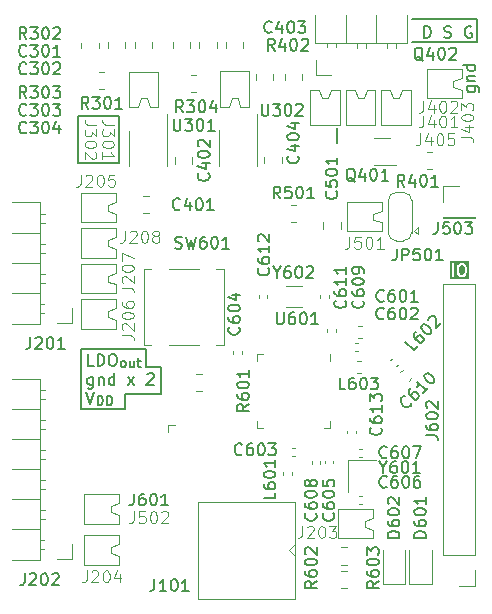
<source format=gbr>
%TF.GenerationSoftware,KiCad,Pcbnew,7.0.9+1*%
%TF.CreationDate,2024-01-05T17:55:25+01:00*%
%TF.ProjectId,sensor,73656e73-6f72-42e6-9b69-6361645f7063,rev?*%
%TF.SameCoordinates,Original*%
%TF.FileFunction,Legend,Top*%
%TF.FilePolarity,Positive*%
%FSLAX46Y46*%
G04 Gerber Fmt 4.6, Leading zero omitted, Abs format (unit mm)*
G04 Created by KiCad (PCBNEW 7.0.9+1) date 2024-01-05 17:55:25*
%MOMM*%
%LPD*%
G01*
G04 APERTURE LIST*
%ADD10C,0.150000*%
%ADD11C,0.200000*%
%ADD12C,0.100000*%
%ADD13C,0.120000*%
G04 APERTURE END LIST*
D10*
X118000000Y-93500000D02*
X118000000Y-88500000D01*
X121750000Y-93500000D02*
X118000000Y-93500000D01*
X121750000Y-92250000D02*
X121750000Y-93500000D01*
X124750000Y-92250000D02*
X121750000Y-92250000D01*
X124750000Y-90000000D02*
X124750000Y-92250000D01*
X123500000Y-90000000D02*
X124750000Y-90000000D01*
X123500000Y-88500000D02*
X123500000Y-90000000D01*
X118000000Y-88500000D02*
X123500000Y-88500000D01*
X119062969Y-89899819D02*
X118586779Y-89899819D01*
X118586779Y-89899819D02*
X118586779Y-88899819D01*
X119396303Y-89899819D02*
X119396303Y-88899819D01*
X119396303Y-88899819D02*
X119634398Y-88899819D01*
X119634398Y-88899819D02*
X119777255Y-88947438D01*
X119777255Y-88947438D02*
X119872493Y-89042676D01*
X119872493Y-89042676D02*
X119920112Y-89137914D01*
X119920112Y-89137914D02*
X119967731Y-89328390D01*
X119967731Y-89328390D02*
X119967731Y-89471247D01*
X119967731Y-89471247D02*
X119920112Y-89661723D01*
X119920112Y-89661723D02*
X119872493Y-89756961D01*
X119872493Y-89756961D02*
X119777255Y-89852200D01*
X119777255Y-89852200D02*
X119634398Y-89899819D01*
X119634398Y-89899819D02*
X119396303Y-89899819D01*
X120586779Y-88899819D02*
X120777255Y-88899819D01*
X120777255Y-88899819D02*
X120872493Y-88947438D01*
X120872493Y-88947438D02*
X120967731Y-89042676D01*
X120967731Y-89042676D02*
X121015350Y-89233152D01*
X121015350Y-89233152D02*
X121015350Y-89566485D01*
X121015350Y-89566485D02*
X120967731Y-89756961D01*
X120967731Y-89756961D02*
X120872493Y-89852200D01*
X120872493Y-89852200D02*
X120777255Y-89899819D01*
X120777255Y-89899819D02*
X120586779Y-89899819D01*
X120586779Y-89899819D02*
X120491541Y-89852200D01*
X120491541Y-89852200D02*
X120396303Y-89756961D01*
X120396303Y-89756961D02*
X120348684Y-89566485D01*
X120348684Y-89566485D02*
X120348684Y-89233152D01*
X120348684Y-89233152D02*
X120396303Y-89042676D01*
X120396303Y-89042676D02*
X120491541Y-88947438D01*
X120491541Y-88947438D02*
X120586779Y-88899819D01*
X121510588Y-90010295D02*
X121434398Y-89972200D01*
X121434398Y-89972200D02*
X121396303Y-89934104D01*
X121396303Y-89934104D02*
X121358207Y-89857914D01*
X121358207Y-89857914D02*
X121358207Y-89629342D01*
X121358207Y-89629342D02*
X121396303Y-89553152D01*
X121396303Y-89553152D02*
X121434398Y-89515057D01*
X121434398Y-89515057D02*
X121510588Y-89476961D01*
X121510588Y-89476961D02*
X121624874Y-89476961D01*
X121624874Y-89476961D02*
X121701065Y-89515057D01*
X121701065Y-89515057D02*
X121739160Y-89553152D01*
X121739160Y-89553152D02*
X121777255Y-89629342D01*
X121777255Y-89629342D02*
X121777255Y-89857914D01*
X121777255Y-89857914D02*
X121739160Y-89934104D01*
X121739160Y-89934104D02*
X121701065Y-89972200D01*
X121701065Y-89972200D02*
X121624874Y-90010295D01*
X121624874Y-90010295D02*
X121510588Y-90010295D01*
X122462970Y-89476961D02*
X122462970Y-90010295D01*
X122120113Y-89476961D02*
X122120113Y-89896009D01*
X122120113Y-89896009D02*
X122158208Y-89972200D01*
X122158208Y-89972200D02*
X122234398Y-90010295D01*
X122234398Y-90010295D02*
X122348684Y-90010295D01*
X122348684Y-90010295D02*
X122424875Y-89972200D01*
X122424875Y-89972200D02*
X122462970Y-89934104D01*
X122729637Y-89476961D02*
X123034399Y-89476961D01*
X122843923Y-89210295D02*
X122843923Y-89896009D01*
X122843923Y-89896009D02*
X122882018Y-89972200D01*
X122882018Y-89972200D02*
X122958208Y-90010295D01*
X122958208Y-90010295D02*
X123034399Y-90010295D01*
X119015350Y-90843152D02*
X119015350Y-91652676D01*
X119015350Y-91652676D02*
X118967731Y-91747914D01*
X118967731Y-91747914D02*
X118920112Y-91795533D01*
X118920112Y-91795533D02*
X118824874Y-91843152D01*
X118824874Y-91843152D02*
X118682017Y-91843152D01*
X118682017Y-91843152D02*
X118586779Y-91795533D01*
X119015350Y-91462200D02*
X118920112Y-91509819D01*
X118920112Y-91509819D02*
X118729636Y-91509819D01*
X118729636Y-91509819D02*
X118634398Y-91462200D01*
X118634398Y-91462200D02*
X118586779Y-91414580D01*
X118586779Y-91414580D02*
X118539160Y-91319342D01*
X118539160Y-91319342D02*
X118539160Y-91033628D01*
X118539160Y-91033628D02*
X118586779Y-90938390D01*
X118586779Y-90938390D02*
X118634398Y-90890771D01*
X118634398Y-90890771D02*
X118729636Y-90843152D01*
X118729636Y-90843152D02*
X118920112Y-90843152D01*
X118920112Y-90843152D02*
X119015350Y-90890771D01*
X119491541Y-90843152D02*
X119491541Y-91509819D01*
X119491541Y-90938390D02*
X119539160Y-90890771D01*
X119539160Y-90890771D02*
X119634398Y-90843152D01*
X119634398Y-90843152D02*
X119777255Y-90843152D01*
X119777255Y-90843152D02*
X119872493Y-90890771D01*
X119872493Y-90890771D02*
X119920112Y-90986009D01*
X119920112Y-90986009D02*
X119920112Y-91509819D01*
X120824874Y-91509819D02*
X120824874Y-90509819D01*
X120824874Y-91462200D02*
X120729636Y-91509819D01*
X120729636Y-91509819D02*
X120539160Y-91509819D01*
X120539160Y-91509819D02*
X120443922Y-91462200D01*
X120443922Y-91462200D02*
X120396303Y-91414580D01*
X120396303Y-91414580D02*
X120348684Y-91319342D01*
X120348684Y-91319342D02*
X120348684Y-91033628D01*
X120348684Y-91033628D02*
X120396303Y-90938390D01*
X120396303Y-90938390D02*
X120443922Y-90890771D01*
X120443922Y-90890771D02*
X120539160Y-90843152D01*
X120539160Y-90843152D02*
X120729636Y-90843152D01*
X120729636Y-90843152D02*
X120824874Y-90890771D01*
X121967732Y-91509819D02*
X122491541Y-90843152D01*
X121967732Y-90843152D02*
X122491541Y-91509819D01*
X123586780Y-90605057D02*
X123634399Y-90557438D01*
X123634399Y-90557438D02*
X123729637Y-90509819D01*
X123729637Y-90509819D02*
X123967732Y-90509819D01*
X123967732Y-90509819D02*
X124062970Y-90557438D01*
X124062970Y-90557438D02*
X124110589Y-90605057D01*
X124110589Y-90605057D02*
X124158208Y-90700295D01*
X124158208Y-90700295D02*
X124158208Y-90795533D01*
X124158208Y-90795533D02*
X124110589Y-90938390D01*
X124110589Y-90938390D02*
X123539161Y-91509819D01*
X123539161Y-91509819D02*
X124158208Y-91509819D01*
X118443922Y-92119819D02*
X118777255Y-93119819D01*
X118777255Y-93119819D02*
X119110588Y-92119819D01*
X119396303Y-93230295D02*
X119396303Y-92430295D01*
X119396303Y-92430295D02*
X119586779Y-92430295D01*
X119586779Y-92430295D02*
X119701065Y-92468390D01*
X119701065Y-92468390D02*
X119777255Y-92544580D01*
X119777255Y-92544580D02*
X119815350Y-92620771D01*
X119815350Y-92620771D02*
X119853446Y-92773152D01*
X119853446Y-92773152D02*
X119853446Y-92887438D01*
X119853446Y-92887438D02*
X119815350Y-93039819D01*
X119815350Y-93039819D02*
X119777255Y-93116009D01*
X119777255Y-93116009D02*
X119701065Y-93192200D01*
X119701065Y-93192200D02*
X119586779Y-93230295D01*
X119586779Y-93230295D02*
X119396303Y-93230295D01*
X120196303Y-93230295D02*
X120196303Y-92430295D01*
X120196303Y-92430295D02*
X120386779Y-92430295D01*
X120386779Y-92430295D02*
X120501065Y-92468390D01*
X120501065Y-92468390D02*
X120577255Y-92544580D01*
X120577255Y-92544580D02*
X120615350Y-92620771D01*
X120615350Y-92620771D02*
X120653446Y-92773152D01*
X120653446Y-92773152D02*
X120653446Y-92887438D01*
X120653446Y-92887438D02*
X120615350Y-93039819D01*
X120615350Y-93039819D02*
X120577255Y-93116009D01*
X120577255Y-93116009D02*
X120501065Y-93192200D01*
X120501065Y-93192200D02*
X120386779Y-93230295D01*
X120386779Y-93230295D02*
X120196303Y-93230295D01*
X151500000Y-60500000D02*
X146000000Y-60500000D01*
X151500000Y-62500000D02*
X151500000Y-60500000D01*
X139670000Y-69750000D02*
X139670000Y-71000000D01*
X117750000Y-68750000D02*
X121250000Y-68750000D01*
X121250000Y-72750000D01*
X117750000Y-72750000D01*
X117750000Y-68750000D01*
X146000000Y-62500000D02*
X151500000Y-62500000D01*
D11*
X147039673Y-62117219D02*
X147039673Y-61117219D01*
X147039673Y-61117219D02*
X147277768Y-61117219D01*
X147277768Y-61117219D02*
X147420625Y-61164838D01*
X147420625Y-61164838D02*
X147515863Y-61260076D01*
X147515863Y-61260076D02*
X147563482Y-61355314D01*
X147563482Y-61355314D02*
X147611101Y-61545790D01*
X147611101Y-61545790D02*
X147611101Y-61688647D01*
X147611101Y-61688647D02*
X147563482Y-61879123D01*
X147563482Y-61879123D02*
X147515863Y-61974361D01*
X147515863Y-61974361D02*
X147420625Y-62069600D01*
X147420625Y-62069600D02*
X147277768Y-62117219D01*
X147277768Y-62117219D02*
X147039673Y-62117219D01*
X148753959Y-62069600D02*
X148896816Y-62117219D01*
X148896816Y-62117219D02*
X149134911Y-62117219D01*
X149134911Y-62117219D02*
X149230149Y-62069600D01*
X149230149Y-62069600D02*
X149277768Y-62021980D01*
X149277768Y-62021980D02*
X149325387Y-61926742D01*
X149325387Y-61926742D02*
X149325387Y-61831504D01*
X149325387Y-61831504D02*
X149277768Y-61736266D01*
X149277768Y-61736266D02*
X149230149Y-61688647D01*
X149230149Y-61688647D02*
X149134911Y-61641028D01*
X149134911Y-61641028D02*
X148944435Y-61593409D01*
X148944435Y-61593409D02*
X148849197Y-61545790D01*
X148849197Y-61545790D02*
X148801578Y-61498171D01*
X148801578Y-61498171D02*
X148753959Y-61402933D01*
X148753959Y-61402933D02*
X148753959Y-61307695D01*
X148753959Y-61307695D02*
X148801578Y-61212457D01*
X148801578Y-61212457D02*
X148849197Y-61164838D01*
X148849197Y-61164838D02*
X148944435Y-61117219D01*
X148944435Y-61117219D02*
X149182530Y-61117219D01*
X149182530Y-61117219D02*
X149325387Y-61164838D01*
X151039673Y-61164838D02*
X150944435Y-61117219D01*
X150944435Y-61117219D02*
X150801578Y-61117219D01*
X150801578Y-61117219D02*
X150658721Y-61164838D01*
X150658721Y-61164838D02*
X150563483Y-61260076D01*
X150563483Y-61260076D02*
X150515864Y-61355314D01*
X150515864Y-61355314D02*
X150468245Y-61545790D01*
X150468245Y-61545790D02*
X150468245Y-61688647D01*
X150468245Y-61688647D02*
X150515864Y-61879123D01*
X150515864Y-61879123D02*
X150563483Y-61974361D01*
X150563483Y-61974361D02*
X150658721Y-62069600D01*
X150658721Y-62069600D02*
X150801578Y-62117219D01*
X150801578Y-62117219D02*
X150896816Y-62117219D01*
X150896816Y-62117219D02*
X151039673Y-62069600D01*
X151039673Y-62069600D02*
X151087292Y-62021980D01*
X151087292Y-62021980D02*
X151087292Y-61688647D01*
X151087292Y-61688647D02*
X150896816Y-61688647D01*
G36*
X150377776Y-81398247D02*
G01*
X150441955Y-81462426D01*
X150479870Y-81614085D01*
X150479870Y-81922799D01*
X150441954Y-82074459D01*
X150377778Y-82138637D01*
X150318168Y-82168443D01*
X150174906Y-82168443D01*
X150115296Y-82138638D01*
X150051119Y-82074460D01*
X150013204Y-81922799D01*
X150013204Y-81614086D01*
X150051119Y-81462426D01*
X150115298Y-81398247D01*
X150174906Y-81368443D01*
X150318168Y-81368443D01*
X150377776Y-81398247D01*
G37*
G36*
X150822727Y-82511300D02*
G01*
X149241776Y-82511300D01*
X149241776Y-82268443D01*
X149384633Y-82268443D01*
X149403731Y-82327222D01*
X149453731Y-82363549D01*
X149515535Y-82363549D01*
X149565535Y-82327222D01*
X149584633Y-82268443D01*
X149584633Y-81935109D01*
X149813204Y-81935109D01*
X149817050Y-81946946D01*
X149816190Y-81959363D01*
X149863809Y-82149838D01*
X149877982Y-82172488D01*
X149890112Y-82196295D01*
X149985350Y-82291535D01*
X149999793Y-82298894D01*
X150011340Y-82310267D01*
X150106577Y-82357886D01*
X150129375Y-82361319D01*
X150151299Y-82368443D01*
X150341775Y-82368443D01*
X150363698Y-82361319D01*
X150386496Y-82357886D01*
X150481734Y-82310267D01*
X150493282Y-82298892D01*
X150507724Y-82291534D01*
X150602962Y-82196295D01*
X150615093Y-82172486D01*
X150629265Y-82149839D01*
X150676884Y-81959363D01*
X150676023Y-81946946D01*
X150679870Y-81935109D01*
X150679870Y-81601776D01*
X150676023Y-81589938D01*
X150676884Y-81577522D01*
X150629265Y-81387046D01*
X150615092Y-81364397D01*
X150602962Y-81340589D01*
X150507724Y-81245351D01*
X150493281Y-81237992D01*
X150481734Y-81226619D01*
X150386496Y-81179000D01*
X150363698Y-81175566D01*
X150341775Y-81168443D01*
X150151299Y-81168443D01*
X150129375Y-81175566D01*
X150106577Y-81179000D01*
X150011340Y-81226619D01*
X149999792Y-81237992D01*
X149985350Y-81245351D01*
X149890112Y-81340589D01*
X149877980Y-81364398D01*
X149863809Y-81387047D01*
X149816190Y-81577522D01*
X149817050Y-81589938D01*
X149813204Y-81601776D01*
X149813204Y-81935109D01*
X149584633Y-81935109D01*
X149584633Y-81268443D01*
X149565535Y-81209664D01*
X149515535Y-81173337D01*
X149453731Y-81173337D01*
X149403731Y-81209664D01*
X149384633Y-81268443D01*
X149384633Y-82268443D01*
X149241776Y-82268443D01*
X149241776Y-81025586D01*
X150822727Y-81025586D01*
X150822727Y-82511300D01*
G37*
D10*
X150703152Y-66234649D02*
X151512676Y-66234649D01*
X151512676Y-66234649D02*
X151607914Y-66282268D01*
X151607914Y-66282268D02*
X151655533Y-66329887D01*
X151655533Y-66329887D02*
X151703152Y-66425125D01*
X151703152Y-66425125D02*
X151703152Y-66567982D01*
X151703152Y-66567982D02*
X151655533Y-66663220D01*
X151322200Y-66234649D02*
X151369819Y-66329887D01*
X151369819Y-66329887D02*
X151369819Y-66520363D01*
X151369819Y-66520363D02*
X151322200Y-66615601D01*
X151322200Y-66615601D02*
X151274580Y-66663220D01*
X151274580Y-66663220D02*
X151179342Y-66710839D01*
X151179342Y-66710839D02*
X150893628Y-66710839D01*
X150893628Y-66710839D02*
X150798390Y-66663220D01*
X150798390Y-66663220D02*
X150750771Y-66615601D01*
X150750771Y-66615601D02*
X150703152Y-66520363D01*
X150703152Y-66520363D02*
X150703152Y-66329887D01*
X150703152Y-66329887D02*
X150750771Y-66234649D01*
X150703152Y-65758458D02*
X151369819Y-65758458D01*
X150798390Y-65758458D02*
X150750771Y-65710839D01*
X150750771Y-65710839D02*
X150703152Y-65615601D01*
X150703152Y-65615601D02*
X150703152Y-65472744D01*
X150703152Y-65472744D02*
X150750771Y-65377506D01*
X150750771Y-65377506D02*
X150846009Y-65329887D01*
X150846009Y-65329887D02*
X151369819Y-65329887D01*
X151369819Y-64425125D02*
X150369819Y-64425125D01*
X151322200Y-64425125D02*
X151369819Y-64520363D01*
X151369819Y-64520363D02*
X151369819Y-64710839D01*
X151369819Y-64710839D02*
X151322200Y-64806077D01*
X151322200Y-64806077D02*
X151274580Y-64853696D01*
X151274580Y-64853696D02*
X151179342Y-64901315D01*
X151179342Y-64901315D02*
X150893628Y-64901315D01*
X150893628Y-64901315D02*
X150798390Y-64853696D01*
X150798390Y-64853696D02*
X150750771Y-64806077D01*
X150750771Y-64806077D02*
X150703152Y-64710839D01*
X150703152Y-64710839D02*
X150703152Y-64520363D01*
X150703152Y-64520363D02*
X150750771Y-64425125D01*
X143204819Y-108119047D02*
X142728628Y-108452380D01*
X143204819Y-108690475D02*
X142204819Y-108690475D01*
X142204819Y-108690475D02*
X142204819Y-108309523D01*
X142204819Y-108309523D02*
X142252438Y-108214285D01*
X142252438Y-108214285D02*
X142300057Y-108166666D01*
X142300057Y-108166666D02*
X142395295Y-108119047D01*
X142395295Y-108119047D02*
X142538152Y-108119047D01*
X142538152Y-108119047D02*
X142633390Y-108166666D01*
X142633390Y-108166666D02*
X142681009Y-108214285D01*
X142681009Y-108214285D02*
X142728628Y-108309523D01*
X142728628Y-108309523D02*
X142728628Y-108690475D01*
X142204819Y-107261904D02*
X142204819Y-107452380D01*
X142204819Y-107452380D02*
X142252438Y-107547618D01*
X142252438Y-107547618D02*
X142300057Y-107595237D01*
X142300057Y-107595237D02*
X142442914Y-107690475D01*
X142442914Y-107690475D02*
X142633390Y-107738094D01*
X142633390Y-107738094D02*
X143014342Y-107738094D01*
X143014342Y-107738094D02*
X143109580Y-107690475D01*
X143109580Y-107690475D02*
X143157200Y-107642856D01*
X143157200Y-107642856D02*
X143204819Y-107547618D01*
X143204819Y-107547618D02*
X143204819Y-107357142D01*
X143204819Y-107357142D02*
X143157200Y-107261904D01*
X143157200Y-107261904D02*
X143109580Y-107214285D01*
X143109580Y-107214285D02*
X143014342Y-107166666D01*
X143014342Y-107166666D02*
X142776247Y-107166666D01*
X142776247Y-107166666D02*
X142681009Y-107214285D01*
X142681009Y-107214285D02*
X142633390Y-107261904D01*
X142633390Y-107261904D02*
X142585771Y-107357142D01*
X142585771Y-107357142D02*
X142585771Y-107547618D01*
X142585771Y-107547618D02*
X142633390Y-107642856D01*
X142633390Y-107642856D02*
X142681009Y-107690475D01*
X142681009Y-107690475D02*
X142776247Y-107738094D01*
X142204819Y-106547618D02*
X142204819Y-106452380D01*
X142204819Y-106452380D02*
X142252438Y-106357142D01*
X142252438Y-106357142D02*
X142300057Y-106309523D01*
X142300057Y-106309523D02*
X142395295Y-106261904D01*
X142395295Y-106261904D02*
X142585771Y-106214285D01*
X142585771Y-106214285D02*
X142823866Y-106214285D01*
X142823866Y-106214285D02*
X143014342Y-106261904D01*
X143014342Y-106261904D02*
X143109580Y-106309523D01*
X143109580Y-106309523D02*
X143157200Y-106357142D01*
X143157200Y-106357142D02*
X143204819Y-106452380D01*
X143204819Y-106452380D02*
X143204819Y-106547618D01*
X143204819Y-106547618D02*
X143157200Y-106642856D01*
X143157200Y-106642856D02*
X143109580Y-106690475D01*
X143109580Y-106690475D02*
X143014342Y-106738094D01*
X143014342Y-106738094D02*
X142823866Y-106785713D01*
X142823866Y-106785713D02*
X142585771Y-106785713D01*
X142585771Y-106785713D02*
X142395295Y-106738094D01*
X142395295Y-106738094D02*
X142300057Y-106690475D01*
X142300057Y-106690475D02*
X142252438Y-106642856D01*
X142252438Y-106642856D02*
X142204819Y-106547618D01*
X142204819Y-105880951D02*
X142204819Y-105261904D01*
X142204819Y-105261904D02*
X142585771Y-105595237D01*
X142585771Y-105595237D02*
X142585771Y-105452380D01*
X142585771Y-105452380D02*
X142633390Y-105357142D01*
X142633390Y-105357142D02*
X142681009Y-105309523D01*
X142681009Y-105309523D02*
X142776247Y-105261904D01*
X142776247Y-105261904D02*
X143014342Y-105261904D01*
X143014342Y-105261904D02*
X143109580Y-105309523D01*
X143109580Y-105309523D02*
X143157200Y-105357142D01*
X143157200Y-105357142D02*
X143204819Y-105452380D01*
X143204819Y-105452380D02*
X143204819Y-105738094D01*
X143204819Y-105738094D02*
X143157200Y-105833332D01*
X143157200Y-105833332D02*
X143109580Y-105880951D01*
X137954819Y-108119047D02*
X137478628Y-108452380D01*
X137954819Y-108690475D02*
X136954819Y-108690475D01*
X136954819Y-108690475D02*
X136954819Y-108309523D01*
X136954819Y-108309523D02*
X137002438Y-108214285D01*
X137002438Y-108214285D02*
X137050057Y-108166666D01*
X137050057Y-108166666D02*
X137145295Y-108119047D01*
X137145295Y-108119047D02*
X137288152Y-108119047D01*
X137288152Y-108119047D02*
X137383390Y-108166666D01*
X137383390Y-108166666D02*
X137431009Y-108214285D01*
X137431009Y-108214285D02*
X137478628Y-108309523D01*
X137478628Y-108309523D02*
X137478628Y-108690475D01*
X136954819Y-107261904D02*
X136954819Y-107452380D01*
X136954819Y-107452380D02*
X137002438Y-107547618D01*
X137002438Y-107547618D02*
X137050057Y-107595237D01*
X137050057Y-107595237D02*
X137192914Y-107690475D01*
X137192914Y-107690475D02*
X137383390Y-107738094D01*
X137383390Y-107738094D02*
X137764342Y-107738094D01*
X137764342Y-107738094D02*
X137859580Y-107690475D01*
X137859580Y-107690475D02*
X137907200Y-107642856D01*
X137907200Y-107642856D02*
X137954819Y-107547618D01*
X137954819Y-107547618D02*
X137954819Y-107357142D01*
X137954819Y-107357142D02*
X137907200Y-107261904D01*
X137907200Y-107261904D02*
X137859580Y-107214285D01*
X137859580Y-107214285D02*
X137764342Y-107166666D01*
X137764342Y-107166666D02*
X137526247Y-107166666D01*
X137526247Y-107166666D02*
X137431009Y-107214285D01*
X137431009Y-107214285D02*
X137383390Y-107261904D01*
X137383390Y-107261904D02*
X137335771Y-107357142D01*
X137335771Y-107357142D02*
X137335771Y-107547618D01*
X137335771Y-107547618D02*
X137383390Y-107642856D01*
X137383390Y-107642856D02*
X137431009Y-107690475D01*
X137431009Y-107690475D02*
X137526247Y-107738094D01*
X136954819Y-106547618D02*
X136954819Y-106452380D01*
X136954819Y-106452380D02*
X137002438Y-106357142D01*
X137002438Y-106357142D02*
X137050057Y-106309523D01*
X137050057Y-106309523D02*
X137145295Y-106261904D01*
X137145295Y-106261904D02*
X137335771Y-106214285D01*
X137335771Y-106214285D02*
X137573866Y-106214285D01*
X137573866Y-106214285D02*
X137764342Y-106261904D01*
X137764342Y-106261904D02*
X137859580Y-106309523D01*
X137859580Y-106309523D02*
X137907200Y-106357142D01*
X137907200Y-106357142D02*
X137954819Y-106452380D01*
X137954819Y-106452380D02*
X137954819Y-106547618D01*
X137954819Y-106547618D02*
X137907200Y-106642856D01*
X137907200Y-106642856D02*
X137859580Y-106690475D01*
X137859580Y-106690475D02*
X137764342Y-106738094D01*
X137764342Y-106738094D02*
X137573866Y-106785713D01*
X137573866Y-106785713D02*
X137335771Y-106785713D01*
X137335771Y-106785713D02*
X137145295Y-106738094D01*
X137145295Y-106738094D02*
X137050057Y-106690475D01*
X137050057Y-106690475D02*
X137002438Y-106642856D01*
X137002438Y-106642856D02*
X136954819Y-106547618D01*
X137050057Y-105833332D02*
X137002438Y-105785713D01*
X137002438Y-105785713D02*
X136954819Y-105690475D01*
X136954819Y-105690475D02*
X136954819Y-105452380D01*
X136954819Y-105452380D02*
X137002438Y-105357142D01*
X137002438Y-105357142D02*
X137050057Y-105309523D01*
X137050057Y-105309523D02*
X137145295Y-105261904D01*
X137145295Y-105261904D02*
X137240533Y-105261904D01*
X137240533Y-105261904D02*
X137383390Y-105309523D01*
X137383390Y-105309523D02*
X137954819Y-105880951D01*
X137954819Y-105880951D02*
X137954819Y-105261904D01*
X144954819Y-104440475D02*
X143954819Y-104440475D01*
X143954819Y-104440475D02*
X143954819Y-104202380D01*
X143954819Y-104202380D02*
X144002438Y-104059523D01*
X144002438Y-104059523D02*
X144097676Y-103964285D01*
X144097676Y-103964285D02*
X144192914Y-103916666D01*
X144192914Y-103916666D02*
X144383390Y-103869047D01*
X144383390Y-103869047D02*
X144526247Y-103869047D01*
X144526247Y-103869047D02*
X144716723Y-103916666D01*
X144716723Y-103916666D02*
X144811961Y-103964285D01*
X144811961Y-103964285D02*
X144907200Y-104059523D01*
X144907200Y-104059523D02*
X144954819Y-104202380D01*
X144954819Y-104202380D02*
X144954819Y-104440475D01*
X143954819Y-103011904D02*
X143954819Y-103202380D01*
X143954819Y-103202380D02*
X144002438Y-103297618D01*
X144002438Y-103297618D02*
X144050057Y-103345237D01*
X144050057Y-103345237D02*
X144192914Y-103440475D01*
X144192914Y-103440475D02*
X144383390Y-103488094D01*
X144383390Y-103488094D02*
X144764342Y-103488094D01*
X144764342Y-103488094D02*
X144859580Y-103440475D01*
X144859580Y-103440475D02*
X144907200Y-103392856D01*
X144907200Y-103392856D02*
X144954819Y-103297618D01*
X144954819Y-103297618D02*
X144954819Y-103107142D01*
X144954819Y-103107142D02*
X144907200Y-103011904D01*
X144907200Y-103011904D02*
X144859580Y-102964285D01*
X144859580Y-102964285D02*
X144764342Y-102916666D01*
X144764342Y-102916666D02*
X144526247Y-102916666D01*
X144526247Y-102916666D02*
X144431009Y-102964285D01*
X144431009Y-102964285D02*
X144383390Y-103011904D01*
X144383390Y-103011904D02*
X144335771Y-103107142D01*
X144335771Y-103107142D02*
X144335771Y-103297618D01*
X144335771Y-103297618D02*
X144383390Y-103392856D01*
X144383390Y-103392856D02*
X144431009Y-103440475D01*
X144431009Y-103440475D02*
X144526247Y-103488094D01*
X143954819Y-102297618D02*
X143954819Y-102202380D01*
X143954819Y-102202380D02*
X144002438Y-102107142D01*
X144002438Y-102107142D02*
X144050057Y-102059523D01*
X144050057Y-102059523D02*
X144145295Y-102011904D01*
X144145295Y-102011904D02*
X144335771Y-101964285D01*
X144335771Y-101964285D02*
X144573866Y-101964285D01*
X144573866Y-101964285D02*
X144764342Y-102011904D01*
X144764342Y-102011904D02*
X144859580Y-102059523D01*
X144859580Y-102059523D02*
X144907200Y-102107142D01*
X144907200Y-102107142D02*
X144954819Y-102202380D01*
X144954819Y-102202380D02*
X144954819Y-102297618D01*
X144954819Y-102297618D02*
X144907200Y-102392856D01*
X144907200Y-102392856D02*
X144859580Y-102440475D01*
X144859580Y-102440475D02*
X144764342Y-102488094D01*
X144764342Y-102488094D02*
X144573866Y-102535713D01*
X144573866Y-102535713D02*
X144335771Y-102535713D01*
X144335771Y-102535713D02*
X144145295Y-102488094D01*
X144145295Y-102488094D02*
X144050057Y-102440475D01*
X144050057Y-102440475D02*
X144002438Y-102392856D01*
X144002438Y-102392856D02*
X143954819Y-102297618D01*
X144050057Y-101583332D02*
X144002438Y-101535713D01*
X144002438Y-101535713D02*
X143954819Y-101440475D01*
X143954819Y-101440475D02*
X143954819Y-101202380D01*
X143954819Y-101202380D02*
X144002438Y-101107142D01*
X144002438Y-101107142D02*
X144050057Y-101059523D01*
X144050057Y-101059523D02*
X144145295Y-101011904D01*
X144145295Y-101011904D02*
X144240533Y-101011904D01*
X144240533Y-101011904D02*
X144383390Y-101059523D01*
X144383390Y-101059523D02*
X144954819Y-101630951D01*
X144954819Y-101630951D02*
X144954819Y-101011904D01*
X147204819Y-104440475D02*
X146204819Y-104440475D01*
X146204819Y-104440475D02*
X146204819Y-104202380D01*
X146204819Y-104202380D02*
X146252438Y-104059523D01*
X146252438Y-104059523D02*
X146347676Y-103964285D01*
X146347676Y-103964285D02*
X146442914Y-103916666D01*
X146442914Y-103916666D02*
X146633390Y-103869047D01*
X146633390Y-103869047D02*
X146776247Y-103869047D01*
X146776247Y-103869047D02*
X146966723Y-103916666D01*
X146966723Y-103916666D02*
X147061961Y-103964285D01*
X147061961Y-103964285D02*
X147157200Y-104059523D01*
X147157200Y-104059523D02*
X147204819Y-104202380D01*
X147204819Y-104202380D02*
X147204819Y-104440475D01*
X146204819Y-103011904D02*
X146204819Y-103202380D01*
X146204819Y-103202380D02*
X146252438Y-103297618D01*
X146252438Y-103297618D02*
X146300057Y-103345237D01*
X146300057Y-103345237D02*
X146442914Y-103440475D01*
X146442914Y-103440475D02*
X146633390Y-103488094D01*
X146633390Y-103488094D02*
X147014342Y-103488094D01*
X147014342Y-103488094D02*
X147109580Y-103440475D01*
X147109580Y-103440475D02*
X147157200Y-103392856D01*
X147157200Y-103392856D02*
X147204819Y-103297618D01*
X147204819Y-103297618D02*
X147204819Y-103107142D01*
X147204819Y-103107142D02*
X147157200Y-103011904D01*
X147157200Y-103011904D02*
X147109580Y-102964285D01*
X147109580Y-102964285D02*
X147014342Y-102916666D01*
X147014342Y-102916666D02*
X146776247Y-102916666D01*
X146776247Y-102916666D02*
X146681009Y-102964285D01*
X146681009Y-102964285D02*
X146633390Y-103011904D01*
X146633390Y-103011904D02*
X146585771Y-103107142D01*
X146585771Y-103107142D02*
X146585771Y-103297618D01*
X146585771Y-103297618D02*
X146633390Y-103392856D01*
X146633390Y-103392856D02*
X146681009Y-103440475D01*
X146681009Y-103440475D02*
X146776247Y-103488094D01*
X146204819Y-102297618D02*
X146204819Y-102202380D01*
X146204819Y-102202380D02*
X146252438Y-102107142D01*
X146252438Y-102107142D02*
X146300057Y-102059523D01*
X146300057Y-102059523D02*
X146395295Y-102011904D01*
X146395295Y-102011904D02*
X146585771Y-101964285D01*
X146585771Y-101964285D02*
X146823866Y-101964285D01*
X146823866Y-101964285D02*
X147014342Y-102011904D01*
X147014342Y-102011904D02*
X147109580Y-102059523D01*
X147109580Y-102059523D02*
X147157200Y-102107142D01*
X147157200Y-102107142D02*
X147204819Y-102202380D01*
X147204819Y-102202380D02*
X147204819Y-102297618D01*
X147204819Y-102297618D02*
X147157200Y-102392856D01*
X147157200Y-102392856D02*
X147109580Y-102440475D01*
X147109580Y-102440475D02*
X147014342Y-102488094D01*
X147014342Y-102488094D02*
X146823866Y-102535713D01*
X146823866Y-102535713D02*
X146585771Y-102535713D01*
X146585771Y-102535713D02*
X146395295Y-102488094D01*
X146395295Y-102488094D02*
X146300057Y-102440475D01*
X146300057Y-102440475D02*
X146252438Y-102392856D01*
X146252438Y-102392856D02*
X146204819Y-102297618D01*
X147204819Y-101011904D02*
X147204819Y-101583332D01*
X147204819Y-101297618D02*
X146204819Y-101297618D01*
X146204819Y-101297618D02*
X146347676Y-101392856D01*
X146347676Y-101392856D02*
X146442914Y-101488094D01*
X146442914Y-101488094D02*
X146490533Y-101583332D01*
X122464285Y-100704819D02*
X122464285Y-101419104D01*
X122464285Y-101419104D02*
X122416666Y-101561961D01*
X122416666Y-101561961D02*
X122321428Y-101657200D01*
X122321428Y-101657200D02*
X122178571Y-101704819D01*
X122178571Y-101704819D02*
X122083333Y-101704819D01*
X123369047Y-100704819D02*
X123178571Y-100704819D01*
X123178571Y-100704819D02*
X123083333Y-100752438D01*
X123083333Y-100752438D02*
X123035714Y-100800057D01*
X123035714Y-100800057D02*
X122940476Y-100942914D01*
X122940476Y-100942914D02*
X122892857Y-101133390D01*
X122892857Y-101133390D02*
X122892857Y-101514342D01*
X122892857Y-101514342D02*
X122940476Y-101609580D01*
X122940476Y-101609580D02*
X122988095Y-101657200D01*
X122988095Y-101657200D02*
X123083333Y-101704819D01*
X123083333Y-101704819D02*
X123273809Y-101704819D01*
X123273809Y-101704819D02*
X123369047Y-101657200D01*
X123369047Y-101657200D02*
X123416666Y-101609580D01*
X123416666Y-101609580D02*
X123464285Y-101514342D01*
X123464285Y-101514342D02*
X123464285Y-101276247D01*
X123464285Y-101276247D02*
X123416666Y-101181009D01*
X123416666Y-101181009D02*
X123369047Y-101133390D01*
X123369047Y-101133390D02*
X123273809Y-101085771D01*
X123273809Y-101085771D02*
X123083333Y-101085771D01*
X123083333Y-101085771D02*
X122988095Y-101133390D01*
X122988095Y-101133390D02*
X122940476Y-101181009D01*
X122940476Y-101181009D02*
X122892857Y-101276247D01*
X124083333Y-100704819D02*
X124178571Y-100704819D01*
X124178571Y-100704819D02*
X124273809Y-100752438D01*
X124273809Y-100752438D02*
X124321428Y-100800057D01*
X124321428Y-100800057D02*
X124369047Y-100895295D01*
X124369047Y-100895295D02*
X124416666Y-101085771D01*
X124416666Y-101085771D02*
X124416666Y-101323866D01*
X124416666Y-101323866D02*
X124369047Y-101514342D01*
X124369047Y-101514342D02*
X124321428Y-101609580D01*
X124321428Y-101609580D02*
X124273809Y-101657200D01*
X124273809Y-101657200D02*
X124178571Y-101704819D01*
X124178571Y-101704819D02*
X124083333Y-101704819D01*
X124083333Y-101704819D02*
X123988095Y-101657200D01*
X123988095Y-101657200D02*
X123940476Y-101609580D01*
X123940476Y-101609580D02*
X123892857Y-101514342D01*
X123892857Y-101514342D02*
X123845238Y-101323866D01*
X123845238Y-101323866D02*
X123845238Y-101085771D01*
X123845238Y-101085771D02*
X123892857Y-100895295D01*
X123892857Y-100895295D02*
X123940476Y-100800057D01*
X123940476Y-100800057D02*
X123988095Y-100752438D01*
X123988095Y-100752438D02*
X124083333Y-100704819D01*
X125369047Y-101704819D02*
X124797619Y-101704819D01*
X125083333Y-101704819D02*
X125083333Y-100704819D01*
X125083333Y-100704819D02*
X124988095Y-100847676D01*
X124988095Y-100847676D02*
X124892857Y-100942914D01*
X124892857Y-100942914D02*
X124797619Y-100990533D01*
X125835714Y-68979819D02*
X125835714Y-69789342D01*
X125835714Y-69789342D02*
X125883333Y-69884580D01*
X125883333Y-69884580D02*
X125930952Y-69932200D01*
X125930952Y-69932200D02*
X126026190Y-69979819D01*
X126026190Y-69979819D02*
X126216666Y-69979819D01*
X126216666Y-69979819D02*
X126311904Y-69932200D01*
X126311904Y-69932200D02*
X126359523Y-69884580D01*
X126359523Y-69884580D02*
X126407142Y-69789342D01*
X126407142Y-69789342D02*
X126407142Y-68979819D01*
X126788095Y-68979819D02*
X127407142Y-68979819D01*
X127407142Y-68979819D02*
X127073809Y-69360771D01*
X127073809Y-69360771D02*
X127216666Y-69360771D01*
X127216666Y-69360771D02*
X127311904Y-69408390D01*
X127311904Y-69408390D02*
X127359523Y-69456009D01*
X127359523Y-69456009D02*
X127407142Y-69551247D01*
X127407142Y-69551247D02*
X127407142Y-69789342D01*
X127407142Y-69789342D02*
X127359523Y-69884580D01*
X127359523Y-69884580D02*
X127311904Y-69932200D01*
X127311904Y-69932200D02*
X127216666Y-69979819D01*
X127216666Y-69979819D02*
X126930952Y-69979819D01*
X126930952Y-69979819D02*
X126835714Y-69932200D01*
X126835714Y-69932200D02*
X126788095Y-69884580D01*
X128026190Y-68979819D02*
X128121428Y-68979819D01*
X128121428Y-68979819D02*
X128216666Y-69027438D01*
X128216666Y-69027438D02*
X128264285Y-69075057D01*
X128264285Y-69075057D02*
X128311904Y-69170295D01*
X128311904Y-69170295D02*
X128359523Y-69360771D01*
X128359523Y-69360771D02*
X128359523Y-69598866D01*
X128359523Y-69598866D02*
X128311904Y-69789342D01*
X128311904Y-69789342D02*
X128264285Y-69884580D01*
X128264285Y-69884580D02*
X128216666Y-69932200D01*
X128216666Y-69932200D02*
X128121428Y-69979819D01*
X128121428Y-69979819D02*
X128026190Y-69979819D01*
X128026190Y-69979819D02*
X127930952Y-69932200D01*
X127930952Y-69932200D02*
X127883333Y-69884580D01*
X127883333Y-69884580D02*
X127835714Y-69789342D01*
X127835714Y-69789342D02*
X127788095Y-69598866D01*
X127788095Y-69598866D02*
X127788095Y-69360771D01*
X127788095Y-69360771D02*
X127835714Y-69170295D01*
X127835714Y-69170295D02*
X127883333Y-69075057D01*
X127883333Y-69075057D02*
X127930952Y-69027438D01*
X127930952Y-69027438D02*
X128026190Y-68979819D01*
X129311904Y-69979819D02*
X128740476Y-69979819D01*
X129026190Y-69979819D02*
X129026190Y-68979819D01*
X129026190Y-68979819D02*
X128930952Y-69122676D01*
X128930952Y-69122676D02*
X128835714Y-69217914D01*
X128835714Y-69217914D02*
X128740476Y-69265533D01*
X146505193Y-88233198D02*
X146168476Y-88569916D01*
X146168476Y-88569916D02*
X145461369Y-87862809D01*
X146336835Y-86987343D02*
X146202148Y-87122030D01*
X146202148Y-87122030D02*
X146168476Y-87223045D01*
X146168476Y-87223045D02*
X146168476Y-87290389D01*
X146168476Y-87290389D02*
X146202148Y-87458748D01*
X146202148Y-87458748D02*
X146303163Y-87627106D01*
X146303163Y-87627106D02*
X146572537Y-87896480D01*
X146572537Y-87896480D02*
X146673552Y-87930152D01*
X146673552Y-87930152D02*
X146740896Y-87930152D01*
X146740896Y-87930152D02*
X146841911Y-87896480D01*
X146841911Y-87896480D02*
X146976598Y-87761793D01*
X146976598Y-87761793D02*
X147010270Y-87660778D01*
X147010270Y-87660778D02*
X147010270Y-87593435D01*
X147010270Y-87593435D02*
X146976598Y-87492419D01*
X146976598Y-87492419D02*
X146808239Y-87324061D01*
X146808239Y-87324061D02*
X146707224Y-87290389D01*
X146707224Y-87290389D02*
X146639880Y-87290389D01*
X146639880Y-87290389D02*
X146538865Y-87324061D01*
X146538865Y-87324061D02*
X146404178Y-87458748D01*
X146404178Y-87458748D02*
X146370506Y-87559763D01*
X146370506Y-87559763D02*
X146370506Y-87627106D01*
X146370506Y-87627106D02*
X146404178Y-87728122D01*
X146841911Y-86482267D02*
X146909254Y-86414923D01*
X146909254Y-86414923D02*
X147010270Y-86381252D01*
X147010270Y-86381252D02*
X147077613Y-86381252D01*
X147077613Y-86381252D02*
X147178628Y-86414923D01*
X147178628Y-86414923D02*
X147346987Y-86515939D01*
X147346987Y-86515939D02*
X147515346Y-86684297D01*
X147515346Y-86684297D02*
X147616361Y-86852656D01*
X147616361Y-86852656D02*
X147650033Y-86953671D01*
X147650033Y-86953671D02*
X147650033Y-87021015D01*
X147650033Y-87021015D02*
X147616361Y-87122030D01*
X147616361Y-87122030D02*
X147549018Y-87189374D01*
X147549018Y-87189374D02*
X147448002Y-87223045D01*
X147448002Y-87223045D02*
X147380659Y-87223045D01*
X147380659Y-87223045D02*
X147279644Y-87189374D01*
X147279644Y-87189374D02*
X147111285Y-87088358D01*
X147111285Y-87088358D02*
X146942926Y-86920000D01*
X146942926Y-86920000D02*
X146841911Y-86751641D01*
X146841911Y-86751641D02*
X146808239Y-86650626D01*
X146808239Y-86650626D02*
X146808239Y-86583282D01*
X146808239Y-86583282D02*
X146841911Y-86482267D01*
X147414331Y-86044534D02*
X147414331Y-85977191D01*
X147414331Y-85977191D02*
X147448002Y-85876175D01*
X147448002Y-85876175D02*
X147616361Y-85707816D01*
X147616361Y-85707816D02*
X147717376Y-85674145D01*
X147717376Y-85674145D02*
X147784720Y-85674145D01*
X147784720Y-85674145D02*
X147885735Y-85707816D01*
X147885735Y-85707816D02*
X147953079Y-85775160D01*
X147953079Y-85775160D02*
X148020422Y-85909847D01*
X148020422Y-85909847D02*
X148020422Y-86717969D01*
X148020422Y-86717969D02*
X148458155Y-86280236D01*
X143880952Y-100109580D02*
X143833333Y-100157200D01*
X143833333Y-100157200D02*
X143690476Y-100204819D01*
X143690476Y-100204819D02*
X143595238Y-100204819D01*
X143595238Y-100204819D02*
X143452381Y-100157200D01*
X143452381Y-100157200D02*
X143357143Y-100061961D01*
X143357143Y-100061961D02*
X143309524Y-99966723D01*
X143309524Y-99966723D02*
X143261905Y-99776247D01*
X143261905Y-99776247D02*
X143261905Y-99633390D01*
X143261905Y-99633390D02*
X143309524Y-99442914D01*
X143309524Y-99442914D02*
X143357143Y-99347676D01*
X143357143Y-99347676D02*
X143452381Y-99252438D01*
X143452381Y-99252438D02*
X143595238Y-99204819D01*
X143595238Y-99204819D02*
X143690476Y-99204819D01*
X143690476Y-99204819D02*
X143833333Y-99252438D01*
X143833333Y-99252438D02*
X143880952Y-99300057D01*
X144738095Y-99204819D02*
X144547619Y-99204819D01*
X144547619Y-99204819D02*
X144452381Y-99252438D01*
X144452381Y-99252438D02*
X144404762Y-99300057D01*
X144404762Y-99300057D02*
X144309524Y-99442914D01*
X144309524Y-99442914D02*
X144261905Y-99633390D01*
X144261905Y-99633390D02*
X144261905Y-100014342D01*
X144261905Y-100014342D02*
X144309524Y-100109580D01*
X144309524Y-100109580D02*
X144357143Y-100157200D01*
X144357143Y-100157200D02*
X144452381Y-100204819D01*
X144452381Y-100204819D02*
X144642857Y-100204819D01*
X144642857Y-100204819D02*
X144738095Y-100157200D01*
X144738095Y-100157200D02*
X144785714Y-100109580D01*
X144785714Y-100109580D02*
X144833333Y-100014342D01*
X144833333Y-100014342D02*
X144833333Y-99776247D01*
X144833333Y-99776247D02*
X144785714Y-99681009D01*
X144785714Y-99681009D02*
X144738095Y-99633390D01*
X144738095Y-99633390D02*
X144642857Y-99585771D01*
X144642857Y-99585771D02*
X144452381Y-99585771D01*
X144452381Y-99585771D02*
X144357143Y-99633390D01*
X144357143Y-99633390D02*
X144309524Y-99681009D01*
X144309524Y-99681009D02*
X144261905Y-99776247D01*
X145452381Y-99204819D02*
X145547619Y-99204819D01*
X145547619Y-99204819D02*
X145642857Y-99252438D01*
X145642857Y-99252438D02*
X145690476Y-99300057D01*
X145690476Y-99300057D02*
X145738095Y-99395295D01*
X145738095Y-99395295D02*
X145785714Y-99585771D01*
X145785714Y-99585771D02*
X145785714Y-99823866D01*
X145785714Y-99823866D02*
X145738095Y-100014342D01*
X145738095Y-100014342D02*
X145690476Y-100109580D01*
X145690476Y-100109580D02*
X145642857Y-100157200D01*
X145642857Y-100157200D02*
X145547619Y-100204819D01*
X145547619Y-100204819D02*
X145452381Y-100204819D01*
X145452381Y-100204819D02*
X145357143Y-100157200D01*
X145357143Y-100157200D02*
X145309524Y-100109580D01*
X145309524Y-100109580D02*
X145261905Y-100014342D01*
X145261905Y-100014342D02*
X145214286Y-99823866D01*
X145214286Y-99823866D02*
X145214286Y-99585771D01*
X145214286Y-99585771D02*
X145261905Y-99395295D01*
X145261905Y-99395295D02*
X145309524Y-99300057D01*
X145309524Y-99300057D02*
X145357143Y-99252438D01*
X145357143Y-99252438D02*
X145452381Y-99204819D01*
X146642857Y-99204819D02*
X146452381Y-99204819D01*
X146452381Y-99204819D02*
X146357143Y-99252438D01*
X146357143Y-99252438D02*
X146309524Y-99300057D01*
X146309524Y-99300057D02*
X146214286Y-99442914D01*
X146214286Y-99442914D02*
X146166667Y-99633390D01*
X146166667Y-99633390D02*
X146166667Y-100014342D01*
X146166667Y-100014342D02*
X146214286Y-100109580D01*
X146214286Y-100109580D02*
X146261905Y-100157200D01*
X146261905Y-100157200D02*
X146357143Y-100204819D01*
X146357143Y-100204819D02*
X146547619Y-100204819D01*
X146547619Y-100204819D02*
X146642857Y-100157200D01*
X146642857Y-100157200D02*
X146690476Y-100109580D01*
X146690476Y-100109580D02*
X146738095Y-100014342D01*
X146738095Y-100014342D02*
X146738095Y-99776247D01*
X146738095Y-99776247D02*
X146690476Y-99681009D01*
X146690476Y-99681009D02*
X146642857Y-99633390D01*
X146642857Y-99633390D02*
X146547619Y-99585771D01*
X146547619Y-99585771D02*
X146357143Y-99585771D01*
X146357143Y-99585771D02*
X146261905Y-99633390D01*
X146261905Y-99633390D02*
X146214286Y-99681009D01*
X146214286Y-99681009D02*
X146166667Y-99776247D01*
D12*
X150207419Y-70535714D02*
X150921704Y-70535714D01*
X150921704Y-70535714D02*
X151064561Y-70583333D01*
X151064561Y-70583333D02*
X151159800Y-70678571D01*
X151159800Y-70678571D02*
X151207419Y-70821428D01*
X151207419Y-70821428D02*
X151207419Y-70916666D01*
X150540752Y-69630952D02*
X151207419Y-69630952D01*
X150159800Y-69869047D02*
X150874085Y-70107142D01*
X150874085Y-70107142D02*
X150874085Y-69488095D01*
X150207419Y-68916666D02*
X150207419Y-68821428D01*
X150207419Y-68821428D02*
X150255038Y-68726190D01*
X150255038Y-68726190D02*
X150302657Y-68678571D01*
X150302657Y-68678571D02*
X150397895Y-68630952D01*
X150397895Y-68630952D02*
X150588371Y-68583333D01*
X150588371Y-68583333D02*
X150826466Y-68583333D01*
X150826466Y-68583333D02*
X151016942Y-68630952D01*
X151016942Y-68630952D02*
X151112180Y-68678571D01*
X151112180Y-68678571D02*
X151159800Y-68726190D01*
X151159800Y-68726190D02*
X151207419Y-68821428D01*
X151207419Y-68821428D02*
X151207419Y-68916666D01*
X151207419Y-68916666D02*
X151159800Y-69011904D01*
X151159800Y-69011904D02*
X151112180Y-69059523D01*
X151112180Y-69059523D02*
X151016942Y-69107142D01*
X151016942Y-69107142D02*
X150826466Y-69154761D01*
X150826466Y-69154761D02*
X150588371Y-69154761D01*
X150588371Y-69154761D02*
X150397895Y-69107142D01*
X150397895Y-69107142D02*
X150302657Y-69059523D01*
X150302657Y-69059523D02*
X150255038Y-69011904D01*
X150255038Y-69011904D02*
X150207419Y-68916666D01*
X150207419Y-68249999D02*
X150207419Y-67630952D01*
X150207419Y-67630952D02*
X150588371Y-67964285D01*
X150588371Y-67964285D02*
X150588371Y-67821428D01*
X150588371Y-67821428D02*
X150635990Y-67726190D01*
X150635990Y-67726190D02*
X150683609Y-67678571D01*
X150683609Y-67678571D02*
X150778847Y-67630952D01*
X150778847Y-67630952D02*
X151016942Y-67630952D01*
X151016942Y-67630952D02*
X151112180Y-67678571D01*
X151112180Y-67678571D02*
X151159800Y-67726190D01*
X151159800Y-67726190D02*
X151207419Y-67821428D01*
X151207419Y-67821428D02*
X151207419Y-68107142D01*
X151207419Y-68107142D02*
X151159800Y-68202380D01*
X151159800Y-68202380D02*
X151112180Y-68249999D01*
D10*
X134576419Y-85364667D02*
X134576419Y-86174190D01*
X134576419Y-86174190D02*
X134624038Y-86269428D01*
X134624038Y-86269428D02*
X134671657Y-86317048D01*
X134671657Y-86317048D02*
X134766895Y-86364667D01*
X134766895Y-86364667D02*
X134957371Y-86364667D01*
X134957371Y-86364667D02*
X135052609Y-86317048D01*
X135052609Y-86317048D02*
X135100228Y-86269428D01*
X135100228Y-86269428D02*
X135147847Y-86174190D01*
X135147847Y-86174190D02*
X135147847Y-85364667D01*
X136052609Y-85364667D02*
X135862133Y-85364667D01*
X135862133Y-85364667D02*
X135766895Y-85412286D01*
X135766895Y-85412286D02*
X135719276Y-85459905D01*
X135719276Y-85459905D02*
X135624038Y-85602762D01*
X135624038Y-85602762D02*
X135576419Y-85793238D01*
X135576419Y-85793238D02*
X135576419Y-86174190D01*
X135576419Y-86174190D02*
X135624038Y-86269428D01*
X135624038Y-86269428D02*
X135671657Y-86317048D01*
X135671657Y-86317048D02*
X135766895Y-86364667D01*
X135766895Y-86364667D02*
X135957371Y-86364667D01*
X135957371Y-86364667D02*
X136052609Y-86317048D01*
X136052609Y-86317048D02*
X136100228Y-86269428D01*
X136100228Y-86269428D02*
X136147847Y-86174190D01*
X136147847Y-86174190D02*
X136147847Y-85936095D01*
X136147847Y-85936095D02*
X136100228Y-85840857D01*
X136100228Y-85840857D02*
X136052609Y-85793238D01*
X136052609Y-85793238D02*
X135957371Y-85745619D01*
X135957371Y-85745619D02*
X135766895Y-85745619D01*
X135766895Y-85745619D02*
X135671657Y-85793238D01*
X135671657Y-85793238D02*
X135624038Y-85840857D01*
X135624038Y-85840857D02*
X135576419Y-85936095D01*
X136766895Y-85364667D02*
X136862133Y-85364667D01*
X136862133Y-85364667D02*
X136957371Y-85412286D01*
X136957371Y-85412286D02*
X137004990Y-85459905D01*
X137004990Y-85459905D02*
X137052609Y-85555143D01*
X137052609Y-85555143D02*
X137100228Y-85745619D01*
X137100228Y-85745619D02*
X137100228Y-85983714D01*
X137100228Y-85983714D02*
X137052609Y-86174190D01*
X137052609Y-86174190D02*
X137004990Y-86269428D01*
X137004990Y-86269428D02*
X136957371Y-86317048D01*
X136957371Y-86317048D02*
X136862133Y-86364667D01*
X136862133Y-86364667D02*
X136766895Y-86364667D01*
X136766895Y-86364667D02*
X136671657Y-86317048D01*
X136671657Y-86317048D02*
X136624038Y-86269428D01*
X136624038Y-86269428D02*
X136576419Y-86174190D01*
X136576419Y-86174190D02*
X136528800Y-85983714D01*
X136528800Y-85983714D02*
X136528800Y-85745619D01*
X136528800Y-85745619D02*
X136576419Y-85555143D01*
X136576419Y-85555143D02*
X136624038Y-85459905D01*
X136624038Y-85459905D02*
X136671657Y-85412286D01*
X136671657Y-85412286D02*
X136766895Y-85364667D01*
X138052609Y-86364667D02*
X137481181Y-86364667D01*
X137766895Y-86364667D02*
X137766895Y-85364667D01*
X137766895Y-85364667D02*
X137671657Y-85507524D01*
X137671657Y-85507524D02*
X137576419Y-85602762D01*
X137576419Y-85602762D02*
X137481181Y-85650381D01*
D12*
X136714285Y-103457419D02*
X136714285Y-104171704D01*
X136714285Y-104171704D02*
X136666666Y-104314561D01*
X136666666Y-104314561D02*
X136571428Y-104409800D01*
X136571428Y-104409800D02*
X136428571Y-104457419D01*
X136428571Y-104457419D02*
X136333333Y-104457419D01*
X137142857Y-103552657D02*
X137190476Y-103505038D01*
X137190476Y-103505038D02*
X137285714Y-103457419D01*
X137285714Y-103457419D02*
X137523809Y-103457419D01*
X137523809Y-103457419D02*
X137619047Y-103505038D01*
X137619047Y-103505038D02*
X137666666Y-103552657D01*
X137666666Y-103552657D02*
X137714285Y-103647895D01*
X137714285Y-103647895D02*
X137714285Y-103743133D01*
X137714285Y-103743133D02*
X137666666Y-103885990D01*
X137666666Y-103885990D02*
X137095238Y-104457419D01*
X137095238Y-104457419D02*
X137714285Y-104457419D01*
X138333333Y-103457419D02*
X138428571Y-103457419D01*
X138428571Y-103457419D02*
X138523809Y-103505038D01*
X138523809Y-103505038D02*
X138571428Y-103552657D01*
X138571428Y-103552657D02*
X138619047Y-103647895D01*
X138619047Y-103647895D02*
X138666666Y-103838371D01*
X138666666Y-103838371D02*
X138666666Y-104076466D01*
X138666666Y-104076466D02*
X138619047Y-104266942D01*
X138619047Y-104266942D02*
X138571428Y-104362180D01*
X138571428Y-104362180D02*
X138523809Y-104409800D01*
X138523809Y-104409800D02*
X138428571Y-104457419D01*
X138428571Y-104457419D02*
X138333333Y-104457419D01*
X138333333Y-104457419D02*
X138238095Y-104409800D01*
X138238095Y-104409800D02*
X138190476Y-104362180D01*
X138190476Y-104362180D02*
X138142857Y-104266942D01*
X138142857Y-104266942D02*
X138095238Y-104076466D01*
X138095238Y-104076466D02*
X138095238Y-103838371D01*
X138095238Y-103838371D02*
X138142857Y-103647895D01*
X138142857Y-103647895D02*
X138190476Y-103552657D01*
X138190476Y-103552657D02*
X138238095Y-103505038D01*
X138238095Y-103505038D02*
X138333333Y-103457419D01*
X139000000Y-103457419D02*
X139619047Y-103457419D01*
X139619047Y-103457419D02*
X139285714Y-103838371D01*
X139285714Y-103838371D02*
X139428571Y-103838371D01*
X139428571Y-103838371D02*
X139523809Y-103885990D01*
X139523809Y-103885990D02*
X139571428Y-103933609D01*
X139571428Y-103933609D02*
X139619047Y-104028847D01*
X139619047Y-104028847D02*
X139619047Y-104266942D01*
X139619047Y-104266942D02*
X139571428Y-104362180D01*
X139571428Y-104362180D02*
X139523809Y-104409800D01*
X139523809Y-104409800D02*
X139428571Y-104457419D01*
X139428571Y-104457419D02*
X139142857Y-104457419D01*
X139142857Y-104457419D02*
X139047619Y-104409800D01*
X139047619Y-104409800D02*
X139000000Y-104362180D01*
D10*
X143630952Y-85859580D02*
X143583333Y-85907200D01*
X143583333Y-85907200D02*
X143440476Y-85954819D01*
X143440476Y-85954819D02*
X143345238Y-85954819D01*
X143345238Y-85954819D02*
X143202381Y-85907200D01*
X143202381Y-85907200D02*
X143107143Y-85811961D01*
X143107143Y-85811961D02*
X143059524Y-85716723D01*
X143059524Y-85716723D02*
X143011905Y-85526247D01*
X143011905Y-85526247D02*
X143011905Y-85383390D01*
X143011905Y-85383390D02*
X143059524Y-85192914D01*
X143059524Y-85192914D02*
X143107143Y-85097676D01*
X143107143Y-85097676D02*
X143202381Y-85002438D01*
X143202381Y-85002438D02*
X143345238Y-84954819D01*
X143345238Y-84954819D02*
X143440476Y-84954819D01*
X143440476Y-84954819D02*
X143583333Y-85002438D01*
X143583333Y-85002438D02*
X143630952Y-85050057D01*
X144488095Y-84954819D02*
X144297619Y-84954819D01*
X144297619Y-84954819D02*
X144202381Y-85002438D01*
X144202381Y-85002438D02*
X144154762Y-85050057D01*
X144154762Y-85050057D02*
X144059524Y-85192914D01*
X144059524Y-85192914D02*
X144011905Y-85383390D01*
X144011905Y-85383390D02*
X144011905Y-85764342D01*
X144011905Y-85764342D02*
X144059524Y-85859580D01*
X144059524Y-85859580D02*
X144107143Y-85907200D01*
X144107143Y-85907200D02*
X144202381Y-85954819D01*
X144202381Y-85954819D02*
X144392857Y-85954819D01*
X144392857Y-85954819D02*
X144488095Y-85907200D01*
X144488095Y-85907200D02*
X144535714Y-85859580D01*
X144535714Y-85859580D02*
X144583333Y-85764342D01*
X144583333Y-85764342D02*
X144583333Y-85526247D01*
X144583333Y-85526247D02*
X144535714Y-85431009D01*
X144535714Y-85431009D02*
X144488095Y-85383390D01*
X144488095Y-85383390D02*
X144392857Y-85335771D01*
X144392857Y-85335771D02*
X144202381Y-85335771D01*
X144202381Y-85335771D02*
X144107143Y-85383390D01*
X144107143Y-85383390D02*
X144059524Y-85431009D01*
X144059524Y-85431009D02*
X144011905Y-85526247D01*
X145202381Y-84954819D02*
X145297619Y-84954819D01*
X145297619Y-84954819D02*
X145392857Y-85002438D01*
X145392857Y-85002438D02*
X145440476Y-85050057D01*
X145440476Y-85050057D02*
X145488095Y-85145295D01*
X145488095Y-85145295D02*
X145535714Y-85335771D01*
X145535714Y-85335771D02*
X145535714Y-85573866D01*
X145535714Y-85573866D02*
X145488095Y-85764342D01*
X145488095Y-85764342D02*
X145440476Y-85859580D01*
X145440476Y-85859580D02*
X145392857Y-85907200D01*
X145392857Y-85907200D02*
X145297619Y-85954819D01*
X145297619Y-85954819D02*
X145202381Y-85954819D01*
X145202381Y-85954819D02*
X145107143Y-85907200D01*
X145107143Y-85907200D02*
X145059524Y-85859580D01*
X145059524Y-85859580D02*
X145011905Y-85764342D01*
X145011905Y-85764342D02*
X144964286Y-85573866D01*
X144964286Y-85573866D02*
X144964286Y-85335771D01*
X144964286Y-85335771D02*
X145011905Y-85145295D01*
X145011905Y-85145295D02*
X145059524Y-85050057D01*
X145059524Y-85050057D02*
X145107143Y-85002438D01*
X145107143Y-85002438D02*
X145202381Y-84954819D01*
X145916667Y-85050057D02*
X145964286Y-85002438D01*
X145964286Y-85002438D02*
X146059524Y-84954819D01*
X146059524Y-84954819D02*
X146297619Y-84954819D01*
X146297619Y-84954819D02*
X146392857Y-85002438D01*
X146392857Y-85002438D02*
X146440476Y-85050057D01*
X146440476Y-85050057D02*
X146488095Y-85145295D01*
X146488095Y-85145295D02*
X146488095Y-85240533D01*
X146488095Y-85240533D02*
X146440476Y-85383390D01*
X146440476Y-85383390D02*
X145869048Y-85954819D01*
X145869048Y-85954819D02*
X146488095Y-85954819D01*
X124214285Y-107954819D02*
X124214285Y-108669104D01*
X124214285Y-108669104D02*
X124166666Y-108811961D01*
X124166666Y-108811961D02*
X124071428Y-108907200D01*
X124071428Y-108907200D02*
X123928571Y-108954819D01*
X123928571Y-108954819D02*
X123833333Y-108954819D01*
X125214285Y-108954819D02*
X124642857Y-108954819D01*
X124928571Y-108954819D02*
X124928571Y-107954819D01*
X124928571Y-107954819D02*
X124833333Y-108097676D01*
X124833333Y-108097676D02*
X124738095Y-108192914D01*
X124738095Y-108192914D02*
X124642857Y-108240533D01*
X125833333Y-107954819D02*
X125928571Y-107954819D01*
X125928571Y-107954819D02*
X126023809Y-108002438D01*
X126023809Y-108002438D02*
X126071428Y-108050057D01*
X126071428Y-108050057D02*
X126119047Y-108145295D01*
X126119047Y-108145295D02*
X126166666Y-108335771D01*
X126166666Y-108335771D02*
X126166666Y-108573866D01*
X126166666Y-108573866D02*
X126119047Y-108764342D01*
X126119047Y-108764342D02*
X126071428Y-108859580D01*
X126071428Y-108859580D02*
X126023809Y-108907200D01*
X126023809Y-108907200D02*
X125928571Y-108954819D01*
X125928571Y-108954819D02*
X125833333Y-108954819D01*
X125833333Y-108954819D02*
X125738095Y-108907200D01*
X125738095Y-108907200D02*
X125690476Y-108859580D01*
X125690476Y-108859580D02*
X125642857Y-108764342D01*
X125642857Y-108764342D02*
X125595238Y-108573866D01*
X125595238Y-108573866D02*
X125595238Y-108335771D01*
X125595238Y-108335771D02*
X125642857Y-108145295D01*
X125642857Y-108145295D02*
X125690476Y-108050057D01*
X125690476Y-108050057D02*
X125738095Y-108002438D01*
X125738095Y-108002438D02*
X125833333Y-107954819D01*
X127119047Y-108954819D02*
X126547619Y-108954819D01*
X126833333Y-108954819D02*
X126833333Y-107954819D01*
X126833333Y-107954819D02*
X126738095Y-108097676D01*
X126738095Y-108097676D02*
X126642857Y-108192914D01*
X126642857Y-108192914D02*
X126547619Y-108240533D01*
X137859580Y-102369047D02*
X137907200Y-102416666D01*
X137907200Y-102416666D02*
X137954819Y-102559523D01*
X137954819Y-102559523D02*
X137954819Y-102654761D01*
X137954819Y-102654761D02*
X137907200Y-102797618D01*
X137907200Y-102797618D02*
X137811961Y-102892856D01*
X137811961Y-102892856D02*
X137716723Y-102940475D01*
X137716723Y-102940475D02*
X137526247Y-102988094D01*
X137526247Y-102988094D02*
X137383390Y-102988094D01*
X137383390Y-102988094D02*
X137192914Y-102940475D01*
X137192914Y-102940475D02*
X137097676Y-102892856D01*
X137097676Y-102892856D02*
X137002438Y-102797618D01*
X137002438Y-102797618D02*
X136954819Y-102654761D01*
X136954819Y-102654761D02*
X136954819Y-102559523D01*
X136954819Y-102559523D02*
X137002438Y-102416666D01*
X137002438Y-102416666D02*
X137050057Y-102369047D01*
X136954819Y-101511904D02*
X136954819Y-101702380D01*
X136954819Y-101702380D02*
X137002438Y-101797618D01*
X137002438Y-101797618D02*
X137050057Y-101845237D01*
X137050057Y-101845237D02*
X137192914Y-101940475D01*
X137192914Y-101940475D02*
X137383390Y-101988094D01*
X137383390Y-101988094D02*
X137764342Y-101988094D01*
X137764342Y-101988094D02*
X137859580Y-101940475D01*
X137859580Y-101940475D02*
X137907200Y-101892856D01*
X137907200Y-101892856D02*
X137954819Y-101797618D01*
X137954819Y-101797618D02*
X137954819Y-101607142D01*
X137954819Y-101607142D02*
X137907200Y-101511904D01*
X137907200Y-101511904D02*
X137859580Y-101464285D01*
X137859580Y-101464285D02*
X137764342Y-101416666D01*
X137764342Y-101416666D02*
X137526247Y-101416666D01*
X137526247Y-101416666D02*
X137431009Y-101464285D01*
X137431009Y-101464285D02*
X137383390Y-101511904D01*
X137383390Y-101511904D02*
X137335771Y-101607142D01*
X137335771Y-101607142D02*
X137335771Y-101797618D01*
X137335771Y-101797618D02*
X137383390Y-101892856D01*
X137383390Y-101892856D02*
X137431009Y-101940475D01*
X137431009Y-101940475D02*
X137526247Y-101988094D01*
X136954819Y-100797618D02*
X136954819Y-100702380D01*
X136954819Y-100702380D02*
X137002438Y-100607142D01*
X137002438Y-100607142D02*
X137050057Y-100559523D01*
X137050057Y-100559523D02*
X137145295Y-100511904D01*
X137145295Y-100511904D02*
X137335771Y-100464285D01*
X137335771Y-100464285D02*
X137573866Y-100464285D01*
X137573866Y-100464285D02*
X137764342Y-100511904D01*
X137764342Y-100511904D02*
X137859580Y-100559523D01*
X137859580Y-100559523D02*
X137907200Y-100607142D01*
X137907200Y-100607142D02*
X137954819Y-100702380D01*
X137954819Y-100702380D02*
X137954819Y-100797618D01*
X137954819Y-100797618D02*
X137907200Y-100892856D01*
X137907200Y-100892856D02*
X137859580Y-100940475D01*
X137859580Y-100940475D02*
X137764342Y-100988094D01*
X137764342Y-100988094D02*
X137573866Y-101035713D01*
X137573866Y-101035713D02*
X137335771Y-101035713D01*
X137335771Y-101035713D02*
X137145295Y-100988094D01*
X137145295Y-100988094D02*
X137050057Y-100940475D01*
X137050057Y-100940475D02*
X137002438Y-100892856D01*
X137002438Y-100892856D02*
X136954819Y-100797618D01*
X137383390Y-99892856D02*
X137335771Y-99988094D01*
X137335771Y-99988094D02*
X137288152Y-100035713D01*
X137288152Y-100035713D02*
X137192914Y-100083332D01*
X137192914Y-100083332D02*
X137145295Y-100083332D01*
X137145295Y-100083332D02*
X137050057Y-100035713D01*
X137050057Y-100035713D02*
X137002438Y-99988094D01*
X137002438Y-99988094D02*
X136954819Y-99892856D01*
X136954819Y-99892856D02*
X136954819Y-99702380D01*
X136954819Y-99702380D02*
X137002438Y-99607142D01*
X137002438Y-99607142D02*
X137050057Y-99559523D01*
X137050057Y-99559523D02*
X137145295Y-99511904D01*
X137145295Y-99511904D02*
X137192914Y-99511904D01*
X137192914Y-99511904D02*
X137288152Y-99559523D01*
X137288152Y-99559523D02*
X137335771Y-99607142D01*
X137335771Y-99607142D02*
X137383390Y-99702380D01*
X137383390Y-99702380D02*
X137383390Y-99892856D01*
X137383390Y-99892856D02*
X137431009Y-99988094D01*
X137431009Y-99988094D02*
X137478628Y-100035713D01*
X137478628Y-100035713D02*
X137573866Y-100083332D01*
X137573866Y-100083332D02*
X137764342Y-100083332D01*
X137764342Y-100083332D02*
X137859580Y-100035713D01*
X137859580Y-100035713D02*
X137907200Y-99988094D01*
X137907200Y-99988094D02*
X137954819Y-99892856D01*
X137954819Y-99892856D02*
X137954819Y-99702380D01*
X137954819Y-99702380D02*
X137907200Y-99607142D01*
X137907200Y-99607142D02*
X137859580Y-99559523D01*
X137859580Y-99559523D02*
X137764342Y-99511904D01*
X137764342Y-99511904D02*
X137573866Y-99511904D01*
X137573866Y-99511904D02*
X137478628Y-99559523D01*
X137478628Y-99559523D02*
X137431009Y-99607142D01*
X137431009Y-99607142D02*
X137383390Y-99702380D01*
X113380952Y-63609580D02*
X113333333Y-63657200D01*
X113333333Y-63657200D02*
X113190476Y-63704819D01*
X113190476Y-63704819D02*
X113095238Y-63704819D01*
X113095238Y-63704819D02*
X112952381Y-63657200D01*
X112952381Y-63657200D02*
X112857143Y-63561961D01*
X112857143Y-63561961D02*
X112809524Y-63466723D01*
X112809524Y-63466723D02*
X112761905Y-63276247D01*
X112761905Y-63276247D02*
X112761905Y-63133390D01*
X112761905Y-63133390D02*
X112809524Y-62942914D01*
X112809524Y-62942914D02*
X112857143Y-62847676D01*
X112857143Y-62847676D02*
X112952381Y-62752438D01*
X112952381Y-62752438D02*
X113095238Y-62704819D01*
X113095238Y-62704819D02*
X113190476Y-62704819D01*
X113190476Y-62704819D02*
X113333333Y-62752438D01*
X113333333Y-62752438D02*
X113380952Y-62800057D01*
X113714286Y-62704819D02*
X114333333Y-62704819D01*
X114333333Y-62704819D02*
X114000000Y-63085771D01*
X114000000Y-63085771D02*
X114142857Y-63085771D01*
X114142857Y-63085771D02*
X114238095Y-63133390D01*
X114238095Y-63133390D02*
X114285714Y-63181009D01*
X114285714Y-63181009D02*
X114333333Y-63276247D01*
X114333333Y-63276247D02*
X114333333Y-63514342D01*
X114333333Y-63514342D02*
X114285714Y-63609580D01*
X114285714Y-63609580D02*
X114238095Y-63657200D01*
X114238095Y-63657200D02*
X114142857Y-63704819D01*
X114142857Y-63704819D02*
X113857143Y-63704819D01*
X113857143Y-63704819D02*
X113761905Y-63657200D01*
X113761905Y-63657200D02*
X113714286Y-63609580D01*
X114952381Y-62704819D02*
X115047619Y-62704819D01*
X115047619Y-62704819D02*
X115142857Y-62752438D01*
X115142857Y-62752438D02*
X115190476Y-62800057D01*
X115190476Y-62800057D02*
X115238095Y-62895295D01*
X115238095Y-62895295D02*
X115285714Y-63085771D01*
X115285714Y-63085771D02*
X115285714Y-63323866D01*
X115285714Y-63323866D02*
X115238095Y-63514342D01*
X115238095Y-63514342D02*
X115190476Y-63609580D01*
X115190476Y-63609580D02*
X115142857Y-63657200D01*
X115142857Y-63657200D02*
X115047619Y-63704819D01*
X115047619Y-63704819D02*
X114952381Y-63704819D01*
X114952381Y-63704819D02*
X114857143Y-63657200D01*
X114857143Y-63657200D02*
X114809524Y-63609580D01*
X114809524Y-63609580D02*
X114761905Y-63514342D01*
X114761905Y-63514342D02*
X114714286Y-63323866D01*
X114714286Y-63323866D02*
X114714286Y-63085771D01*
X114714286Y-63085771D02*
X114761905Y-62895295D01*
X114761905Y-62895295D02*
X114809524Y-62800057D01*
X114809524Y-62800057D02*
X114857143Y-62752438D01*
X114857143Y-62752438D02*
X114952381Y-62704819D01*
X116238095Y-63704819D02*
X115666667Y-63704819D01*
X115952381Y-63704819D02*
X115952381Y-62704819D01*
X115952381Y-62704819D02*
X115857143Y-62847676D01*
X115857143Y-62847676D02*
X115761905Y-62942914D01*
X115761905Y-62942914D02*
X115666667Y-62990533D01*
X113380952Y-70109580D02*
X113333333Y-70157200D01*
X113333333Y-70157200D02*
X113190476Y-70204819D01*
X113190476Y-70204819D02*
X113095238Y-70204819D01*
X113095238Y-70204819D02*
X112952381Y-70157200D01*
X112952381Y-70157200D02*
X112857143Y-70061961D01*
X112857143Y-70061961D02*
X112809524Y-69966723D01*
X112809524Y-69966723D02*
X112761905Y-69776247D01*
X112761905Y-69776247D02*
X112761905Y-69633390D01*
X112761905Y-69633390D02*
X112809524Y-69442914D01*
X112809524Y-69442914D02*
X112857143Y-69347676D01*
X112857143Y-69347676D02*
X112952381Y-69252438D01*
X112952381Y-69252438D02*
X113095238Y-69204819D01*
X113095238Y-69204819D02*
X113190476Y-69204819D01*
X113190476Y-69204819D02*
X113333333Y-69252438D01*
X113333333Y-69252438D02*
X113380952Y-69300057D01*
X113714286Y-69204819D02*
X114333333Y-69204819D01*
X114333333Y-69204819D02*
X114000000Y-69585771D01*
X114000000Y-69585771D02*
X114142857Y-69585771D01*
X114142857Y-69585771D02*
X114238095Y-69633390D01*
X114238095Y-69633390D02*
X114285714Y-69681009D01*
X114285714Y-69681009D02*
X114333333Y-69776247D01*
X114333333Y-69776247D02*
X114333333Y-70014342D01*
X114333333Y-70014342D02*
X114285714Y-70109580D01*
X114285714Y-70109580D02*
X114238095Y-70157200D01*
X114238095Y-70157200D02*
X114142857Y-70204819D01*
X114142857Y-70204819D02*
X113857143Y-70204819D01*
X113857143Y-70204819D02*
X113761905Y-70157200D01*
X113761905Y-70157200D02*
X113714286Y-70109580D01*
X114952381Y-69204819D02*
X115047619Y-69204819D01*
X115047619Y-69204819D02*
X115142857Y-69252438D01*
X115142857Y-69252438D02*
X115190476Y-69300057D01*
X115190476Y-69300057D02*
X115238095Y-69395295D01*
X115238095Y-69395295D02*
X115285714Y-69585771D01*
X115285714Y-69585771D02*
X115285714Y-69823866D01*
X115285714Y-69823866D02*
X115238095Y-70014342D01*
X115238095Y-70014342D02*
X115190476Y-70109580D01*
X115190476Y-70109580D02*
X115142857Y-70157200D01*
X115142857Y-70157200D02*
X115047619Y-70204819D01*
X115047619Y-70204819D02*
X114952381Y-70204819D01*
X114952381Y-70204819D02*
X114857143Y-70157200D01*
X114857143Y-70157200D02*
X114809524Y-70109580D01*
X114809524Y-70109580D02*
X114761905Y-70014342D01*
X114761905Y-70014342D02*
X114714286Y-69823866D01*
X114714286Y-69823866D02*
X114714286Y-69585771D01*
X114714286Y-69585771D02*
X114761905Y-69395295D01*
X114761905Y-69395295D02*
X114809524Y-69300057D01*
X114809524Y-69300057D02*
X114857143Y-69252438D01*
X114857143Y-69252438D02*
X114952381Y-69204819D01*
X116142857Y-69538152D02*
X116142857Y-70204819D01*
X115904762Y-69157200D02*
X115666667Y-69871485D01*
X115666667Y-69871485D02*
X116285714Y-69871485D01*
X132204819Y-93119047D02*
X131728628Y-93452380D01*
X132204819Y-93690475D02*
X131204819Y-93690475D01*
X131204819Y-93690475D02*
X131204819Y-93309523D01*
X131204819Y-93309523D02*
X131252438Y-93214285D01*
X131252438Y-93214285D02*
X131300057Y-93166666D01*
X131300057Y-93166666D02*
X131395295Y-93119047D01*
X131395295Y-93119047D02*
X131538152Y-93119047D01*
X131538152Y-93119047D02*
X131633390Y-93166666D01*
X131633390Y-93166666D02*
X131681009Y-93214285D01*
X131681009Y-93214285D02*
X131728628Y-93309523D01*
X131728628Y-93309523D02*
X131728628Y-93690475D01*
X131204819Y-92261904D02*
X131204819Y-92452380D01*
X131204819Y-92452380D02*
X131252438Y-92547618D01*
X131252438Y-92547618D02*
X131300057Y-92595237D01*
X131300057Y-92595237D02*
X131442914Y-92690475D01*
X131442914Y-92690475D02*
X131633390Y-92738094D01*
X131633390Y-92738094D02*
X132014342Y-92738094D01*
X132014342Y-92738094D02*
X132109580Y-92690475D01*
X132109580Y-92690475D02*
X132157200Y-92642856D01*
X132157200Y-92642856D02*
X132204819Y-92547618D01*
X132204819Y-92547618D02*
X132204819Y-92357142D01*
X132204819Y-92357142D02*
X132157200Y-92261904D01*
X132157200Y-92261904D02*
X132109580Y-92214285D01*
X132109580Y-92214285D02*
X132014342Y-92166666D01*
X132014342Y-92166666D02*
X131776247Y-92166666D01*
X131776247Y-92166666D02*
X131681009Y-92214285D01*
X131681009Y-92214285D02*
X131633390Y-92261904D01*
X131633390Y-92261904D02*
X131585771Y-92357142D01*
X131585771Y-92357142D02*
X131585771Y-92547618D01*
X131585771Y-92547618D02*
X131633390Y-92642856D01*
X131633390Y-92642856D02*
X131681009Y-92690475D01*
X131681009Y-92690475D02*
X131776247Y-92738094D01*
X131204819Y-91547618D02*
X131204819Y-91452380D01*
X131204819Y-91452380D02*
X131252438Y-91357142D01*
X131252438Y-91357142D02*
X131300057Y-91309523D01*
X131300057Y-91309523D02*
X131395295Y-91261904D01*
X131395295Y-91261904D02*
X131585771Y-91214285D01*
X131585771Y-91214285D02*
X131823866Y-91214285D01*
X131823866Y-91214285D02*
X132014342Y-91261904D01*
X132014342Y-91261904D02*
X132109580Y-91309523D01*
X132109580Y-91309523D02*
X132157200Y-91357142D01*
X132157200Y-91357142D02*
X132204819Y-91452380D01*
X132204819Y-91452380D02*
X132204819Y-91547618D01*
X132204819Y-91547618D02*
X132157200Y-91642856D01*
X132157200Y-91642856D02*
X132109580Y-91690475D01*
X132109580Y-91690475D02*
X132014342Y-91738094D01*
X132014342Y-91738094D02*
X131823866Y-91785713D01*
X131823866Y-91785713D02*
X131585771Y-91785713D01*
X131585771Y-91785713D02*
X131395295Y-91738094D01*
X131395295Y-91738094D02*
X131300057Y-91690475D01*
X131300057Y-91690475D02*
X131252438Y-91642856D01*
X131252438Y-91642856D02*
X131204819Y-91547618D01*
X132204819Y-90261904D02*
X132204819Y-90833332D01*
X132204819Y-90547618D02*
X131204819Y-90547618D01*
X131204819Y-90547618D02*
X131347676Y-90642856D01*
X131347676Y-90642856D02*
X131442914Y-90738094D01*
X131442914Y-90738094D02*
X131490533Y-90833332D01*
X144714285Y-79954819D02*
X144714285Y-80669104D01*
X144714285Y-80669104D02*
X144666666Y-80811961D01*
X144666666Y-80811961D02*
X144571428Y-80907200D01*
X144571428Y-80907200D02*
X144428571Y-80954819D01*
X144428571Y-80954819D02*
X144333333Y-80954819D01*
X145190476Y-80954819D02*
X145190476Y-79954819D01*
X145190476Y-79954819D02*
X145571428Y-79954819D01*
X145571428Y-79954819D02*
X145666666Y-80002438D01*
X145666666Y-80002438D02*
X145714285Y-80050057D01*
X145714285Y-80050057D02*
X145761904Y-80145295D01*
X145761904Y-80145295D02*
X145761904Y-80288152D01*
X145761904Y-80288152D02*
X145714285Y-80383390D01*
X145714285Y-80383390D02*
X145666666Y-80431009D01*
X145666666Y-80431009D02*
X145571428Y-80478628D01*
X145571428Y-80478628D02*
X145190476Y-80478628D01*
X146666666Y-79954819D02*
X146190476Y-79954819D01*
X146190476Y-79954819D02*
X146142857Y-80431009D01*
X146142857Y-80431009D02*
X146190476Y-80383390D01*
X146190476Y-80383390D02*
X146285714Y-80335771D01*
X146285714Y-80335771D02*
X146523809Y-80335771D01*
X146523809Y-80335771D02*
X146619047Y-80383390D01*
X146619047Y-80383390D02*
X146666666Y-80431009D01*
X146666666Y-80431009D02*
X146714285Y-80526247D01*
X146714285Y-80526247D02*
X146714285Y-80764342D01*
X146714285Y-80764342D02*
X146666666Y-80859580D01*
X146666666Y-80859580D02*
X146619047Y-80907200D01*
X146619047Y-80907200D02*
X146523809Y-80954819D01*
X146523809Y-80954819D02*
X146285714Y-80954819D01*
X146285714Y-80954819D02*
X146190476Y-80907200D01*
X146190476Y-80907200D02*
X146142857Y-80859580D01*
X147333333Y-79954819D02*
X147428571Y-79954819D01*
X147428571Y-79954819D02*
X147523809Y-80002438D01*
X147523809Y-80002438D02*
X147571428Y-80050057D01*
X147571428Y-80050057D02*
X147619047Y-80145295D01*
X147619047Y-80145295D02*
X147666666Y-80335771D01*
X147666666Y-80335771D02*
X147666666Y-80573866D01*
X147666666Y-80573866D02*
X147619047Y-80764342D01*
X147619047Y-80764342D02*
X147571428Y-80859580D01*
X147571428Y-80859580D02*
X147523809Y-80907200D01*
X147523809Y-80907200D02*
X147428571Y-80954819D01*
X147428571Y-80954819D02*
X147333333Y-80954819D01*
X147333333Y-80954819D02*
X147238095Y-80907200D01*
X147238095Y-80907200D02*
X147190476Y-80859580D01*
X147190476Y-80859580D02*
X147142857Y-80764342D01*
X147142857Y-80764342D02*
X147095238Y-80573866D01*
X147095238Y-80573866D02*
X147095238Y-80335771D01*
X147095238Y-80335771D02*
X147142857Y-80145295D01*
X147142857Y-80145295D02*
X147190476Y-80050057D01*
X147190476Y-80050057D02*
X147238095Y-80002438D01*
X147238095Y-80002438D02*
X147333333Y-79954819D01*
X148619047Y-80954819D02*
X148047619Y-80954819D01*
X148333333Y-80954819D02*
X148333333Y-79954819D01*
X148333333Y-79954819D02*
X148238095Y-80097676D01*
X148238095Y-80097676D02*
X148142857Y-80192914D01*
X148142857Y-80192914D02*
X148047619Y-80240533D01*
D12*
X121457419Y-83285714D02*
X122171704Y-83285714D01*
X122171704Y-83285714D02*
X122314561Y-83333333D01*
X122314561Y-83333333D02*
X122409800Y-83428571D01*
X122409800Y-83428571D02*
X122457419Y-83571428D01*
X122457419Y-83571428D02*
X122457419Y-83666666D01*
X121552657Y-82857142D02*
X121505038Y-82809523D01*
X121505038Y-82809523D02*
X121457419Y-82714285D01*
X121457419Y-82714285D02*
X121457419Y-82476190D01*
X121457419Y-82476190D02*
X121505038Y-82380952D01*
X121505038Y-82380952D02*
X121552657Y-82333333D01*
X121552657Y-82333333D02*
X121647895Y-82285714D01*
X121647895Y-82285714D02*
X121743133Y-82285714D01*
X121743133Y-82285714D02*
X121885990Y-82333333D01*
X121885990Y-82333333D02*
X122457419Y-82904761D01*
X122457419Y-82904761D02*
X122457419Y-82285714D01*
X121457419Y-81666666D02*
X121457419Y-81571428D01*
X121457419Y-81571428D02*
X121505038Y-81476190D01*
X121505038Y-81476190D02*
X121552657Y-81428571D01*
X121552657Y-81428571D02*
X121647895Y-81380952D01*
X121647895Y-81380952D02*
X121838371Y-81333333D01*
X121838371Y-81333333D02*
X122076466Y-81333333D01*
X122076466Y-81333333D02*
X122266942Y-81380952D01*
X122266942Y-81380952D02*
X122362180Y-81428571D01*
X122362180Y-81428571D02*
X122409800Y-81476190D01*
X122409800Y-81476190D02*
X122457419Y-81571428D01*
X122457419Y-81571428D02*
X122457419Y-81666666D01*
X122457419Y-81666666D02*
X122409800Y-81761904D01*
X122409800Y-81761904D02*
X122362180Y-81809523D01*
X122362180Y-81809523D02*
X122266942Y-81857142D01*
X122266942Y-81857142D02*
X122076466Y-81904761D01*
X122076466Y-81904761D02*
X121838371Y-81904761D01*
X121838371Y-81904761D02*
X121647895Y-81857142D01*
X121647895Y-81857142D02*
X121552657Y-81809523D01*
X121552657Y-81809523D02*
X121505038Y-81761904D01*
X121505038Y-81761904D02*
X121457419Y-81666666D01*
X121457419Y-80999999D02*
X121457419Y-80333333D01*
X121457419Y-80333333D02*
X122457419Y-80761904D01*
D10*
X139359580Y-102369047D02*
X139407200Y-102416666D01*
X139407200Y-102416666D02*
X139454819Y-102559523D01*
X139454819Y-102559523D02*
X139454819Y-102654761D01*
X139454819Y-102654761D02*
X139407200Y-102797618D01*
X139407200Y-102797618D02*
X139311961Y-102892856D01*
X139311961Y-102892856D02*
X139216723Y-102940475D01*
X139216723Y-102940475D02*
X139026247Y-102988094D01*
X139026247Y-102988094D02*
X138883390Y-102988094D01*
X138883390Y-102988094D02*
X138692914Y-102940475D01*
X138692914Y-102940475D02*
X138597676Y-102892856D01*
X138597676Y-102892856D02*
X138502438Y-102797618D01*
X138502438Y-102797618D02*
X138454819Y-102654761D01*
X138454819Y-102654761D02*
X138454819Y-102559523D01*
X138454819Y-102559523D02*
X138502438Y-102416666D01*
X138502438Y-102416666D02*
X138550057Y-102369047D01*
X138454819Y-101511904D02*
X138454819Y-101702380D01*
X138454819Y-101702380D02*
X138502438Y-101797618D01*
X138502438Y-101797618D02*
X138550057Y-101845237D01*
X138550057Y-101845237D02*
X138692914Y-101940475D01*
X138692914Y-101940475D02*
X138883390Y-101988094D01*
X138883390Y-101988094D02*
X139264342Y-101988094D01*
X139264342Y-101988094D02*
X139359580Y-101940475D01*
X139359580Y-101940475D02*
X139407200Y-101892856D01*
X139407200Y-101892856D02*
X139454819Y-101797618D01*
X139454819Y-101797618D02*
X139454819Y-101607142D01*
X139454819Y-101607142D02*
X139407200Y-101511904D01*
X139407200Y-101511904D02*
X139359580Y-101464285D01*
X139359580Y-101464285D02*
X139264342Y-101416666D01*
X139264342Y-101416666D02*
X139026247Y-101416666D01*
X139026247Y-101416666D02*
X138931009Y-101464285D01*
X138931009Y-101464285D02*
X138883390Y-101511904D01*
X138883390Y-101511904D02*
X138835771Y-101607142D01*
X138835771Y-101607142D02*
X138835771Y-101797618D01*
X138835771Y-101797618D02*
X138883390Y-101892856D01*
X138883390Y-101892856D02*
X138931009Y-101940475D01*
X138931009Y-101940475D02*
X139026247Y-101988094D01*
X138454819Y-100797618D02*
X138454819Y-100702380D01*
X138454819Y-100702380D02*
X138502438Y-100607142D01*
X138502438Y-100607142D02*
X138550057Y-100559523D01*
X138550057Y-100559523D02*
X138645295Y-100511904D01*
X138645295Y-100511904D02*
X138835771Y-100464285D01*
X138835771Y-100464285D02*
X139073866Y-100464285D01*
X139073866Y-100464285D02*
X139264342Y-100511904D01*
X139264342Y-100511904D02*
X139359580Y-100559523D01*
X139359580Y-100559523D02*
X139407200Y-100607142D01*
X139407200Y-100607142D02*
X139454819Y-100702380D01*
X139454819Y-100702380D02*
X139454819Y-100797618D01*
X139454819Y-100797618D02*
X139407200Y-100892856D01*
X139407200Y-100892856D02*
X139359580Y-100940475D01*
X139359580Y-100940475D02*
X139264342Y-100988094D01*
X139264342Y-100988094D02*
X139073866Y-101035713D01*
X139073866Y-101035713D02*
X138835771Y-101035713D01*
X138835771Y-101035713D02*
X138645295Y-100988094D01*
X138645295Y-100988094D02*
X138550057Y-100940475D01*
X138550057Y-100940475D02*
X138502438Y-100892856D01*
X138502438Y-100892856D02*
X138454819Y-100797618D01*
X138454819Y-99559523D02*
X138454819Y-100035713D01*
X138454819Y-100035713D02*
X138931009Y-100083332D01*
X138931009Y-100083332D02*
X138883390Y-100035713D01*
X138883390Y-100035713D02*
X138835771Y-99940475D01*
X138835771Y-99940475D02*
X138835771Y-99702380D01*
X138835771Y-99702380D02*
X138883390Y-99607142D01*
X138883390Y-99607142D02*
X138931009Y-99559523D01*
X138931009Y-99559523D02*
X139026247Y-99511904D01*
X139026247Y-99511904D02*
X139264342Y-99511904D01*
X139264342Y-99511904D02*
X139359580Y-99559523D01*
X139359580Y-99559523D02*
X139407200Y-99607142D01*
X139407200Y-99607142D02*
X139454819Y-99702380D01*
X139454819Y-99702380D02*
X139454819Y-99940475D01*
X139454819Y-99940475D02*
X139407200Y-100035713D01*
X139407200Y-100035713D02*
X139359580Y-100083332D01*
X113214285Y-107454819D02*
X113214285Y-108169104D01*
X113214285Y-108169104D02*
X113166666Y-108311961D01*
X113166666Y-108311961D02*
X113071428Y-108407200D01*
X113071428Y-108407200D02*
X112928571Y-108454819D01*
X112928571Y-108454819D02*
X112833333Y-108454819D01*
X113642857Y-107550057D02*
X113690476Y-107502438D01*
X113690476Y-107502438D02*
X113785714Y-107454819D01*
X113785714Y-107454819D02*
X114023809Y-107454819D01*
X114023809Y-107454819D02*
X114119047Y-107502438D01*
X114119047Y-107502438D02*
X114166666Y-107550057D01*
X114166666Y-107550057D02*
X114214285Y-107645295D01*
X114214285Y-107645295D02*
X114214285Y-107740533D01*
X114214285Y-107740533D02*
X114166666Y-107883390D01*
X114166666Y-107883390D02*
X113595238Y-108454819D01*
X113595238Y-108454819D02*
X114214285Y-108454819D01*
X114833333Y-107454819D02*
X114928571Y-107454819D01*
X114928571Y-107454819D02*
X115023809Y-107502438D01*
X115023809Y-107502438D02*
X115071428Y-107550057D01*
X115071428Y-107550057D02*
X115119047Y-107645295D01*
X115119047Y-107645295D02*
X115166666Y-107835771D01*
X115166666Y-107835771D02*
X115166666Y-108073866D01*
X115166666Y-108073866D02*
X115119047Y-108264342D01*
X115119047Y-108264342D02*
X115071428Y-108359580D01*
X115071428Y-108359580D02*
X115023809Y-108407200D01*
X115023809Y-108407200D02*
X114928571Y-108454819D01*
X114928571Y-108454819D02*
X114833333Y-108454819D01*
X114833333Y-108454819D02*
X114738095Y-108407200D01*
X114738095Y-108407200D02*
X114690476Y-108359580D01*
X114690476Y-108359580D02*
X114642857Y-108264342D01*
X114642857Y-108264342D02*
X114595238Y-108073866D01*
X114595238Y-108073866D02*
X114595238Y-107835771D01*
X114595238Y-107835771D02*
X114642857Y-107645295D01*
X114642857Y-107645295D02*
X114690476Y-107550057D01*
X114690476Y-107550057D02*
X114738095Y-107502438D01*
X114738095Y-107502438D02*
X114833333Y-107454819D01*
X115547619Y-107550057D02*
X115595238Y-107502438D01*
X115595238Y-107502438D02*
X115690476Y-107454819D01*
X115690476Y-107454819D02*
X115928571Y-107454819D01*
X115928571Y-107454819D02*
X116023809Y-107502438D01*
X116023809Y-107502438D02*
X116071428Y-107550057D01*
X116071428Y-107550057D02*
X116119047Y-107645295D01*
X116119047Y-107645295D02*
X116119047Y-107740533D01*
X116119047Y-107740533D02*
X116071428Y-107883390D01*
X116071428Y-107883390D02*
X115500000Y-108454819D01*
X115500000Y-108454819D02*
X116119047Y-108454819D01*
X113714285Y-87454819D02*
X113714285Y-88169104D01*
X113714285Y-88169104D02*
X113666666Y-88311961D01*
X113666666Y-88311961D02*
X113571428Y-88407200D01*
X113571428Y-88407200D02*
X113428571Y-88454819D01*
X113428571Y-88454819D02*
X113333333Y-88454819D01*
X114142857Y-87550057D02*
X114190476Y-87502438D01*
X114190476Y-87502438D02*
X114285714Y-87454819D01*
X114285714Y-87454819D02*
X114523809Y-87454819D01*
X114523809Y-87454819D02*
X114619047Y-87502438D01*
X114619047Y-87502438D02*
X114666666Y-87550057D01*
X114666666Y-87550057D02*
X114714285Y-87645295D01*
X114714285Y-87645295D02*
X114714285Y-87740533D01*
X114714285Y-87740533D02*
X114666666Y-87883390D01*
X114666666Y-87883390D02*
X114095238Y-88454819D01*
X114095238Y-88454819D02*
X114714285Y-88454819D01*
X115333333Y-87454819D02*
X115428571Y-87454819D01*
X115428571Y-87454819D02*
X115523809Y-87502438D01*
X115523809Y-87502438D02*
X115571428Y-87550057D01*
X115571428Y-87550057D02*
X115619047Y-87645295D01*
X115619047Y-87645295D02*
X115666666Y-87835771D01*
X115666666Y-87835771D02*
X115666666Y-88073866D01*
X115666666Y-88073866D02*
X115619047Y-88264342D01*
X115619047Y-88264342D02*
X115571428Y-88359580D01*
X115571428Y-88359580D02*
X115523809Y-88407200D01*
X115523809Y-88407200D02*
X115428571Y-88454819D01*
X115428571Y-88454819D02*
X115333333Y-88454819D01*
X115333333Y-88454819D02*
X115238095Y-88407200D01*
X115238095Y-88407200D02*
X115190476Y-88359580D01*
X115190476Y-88359580D02*
X115142857Y-88264342D01*
X115142857Y-88264342D02*
X115095238Y-88073866D01*
X115095238Y-88073866D02*
X115095238Y-87835771D01*
X115095238Y-87835771D02*
X115142857Y-87645295D01*
X115142857Y-87645295D02*
X115190476Y-87550057D01*
X115190476Y-87550057D02*
X115238095Y-87502438D01*
X115238095Y-87502438D02*
X115333333Y-87454819D01*
X116619047Y-88454819D02*
X116047619Y-88454819D01*
X116333333Y-88454819D02*
X116333333Y-87454819D01*
X116333333Y-87454819D02*
X116238095Y-87597676D01*
X116238095Y-87597676D02*
X116142857Y-87692914D01*
X116142857Y-87692914D02*
X116047619Y-87740533D01*
X113380952Y-67204819D02*
X113047619Y-66728628D01*
X112809524Y-67204819D02*
X112809524Y-66204819D01*
X112809524Y-66204819D02*
X113190476Y-66204819D01*
X113190476Y-66204819D02*
X113285714Y-66252438D01*
X113285714Y-66252438D02*
X113333333Y-66300057D01*
X113333333Y-66300057D02*
X113380952Y-66395295D01*
X113380952Y-66395295D02*
X113380952Y-66538152D01*
X113380952Y-66538152D02*
X113333333Y-66633390D01*
X113333333Y-66633390D02*
X113285714Y-66681009D01*
X113285714Y-66681009D02*
X113190476Y-66728628D01*
X113190476Y-66728628D02*
X112809524Y-66728628D01*
X113714286Y-66204819D02*
X114333333Y-66204819D01*
X114333333Y-66204819D02*
X114000000Y-66585771D01*
X114000000Y-66585771D02*
X114142857Y-66585771D01*
X114142857Y-66585771D02*
X114238095Y-66633390D01*
X114238095Y-66633390D02*
X114285714Y-66681009D01*
X114285714Y-66681009D02*
X114333333Y-66776247D01*
X114333333Y-66776247D02*
X114333333Y-67014342D01*
X114333333Y-67014342D02*
X114285714Y-67109580D01*
X114285714Y-67109580D02*
X114238095Y-67157200D01*
X114238095Y-67157200D02*
X114142857Y-67204819D01*
X114142857Y-67204819D02*
X113857143Y-67204819D01*
X113857143Y-67204819D02*
X113761905Y-67157200D01*
X113761905Y-67157200D02*
X113714286Y-67109580D01*
X114952381Y-66204819D02*
X115047619Y-66204819D01*
X115047619Y-66204819D02*
X115142857Y-66252438D01*
X115142857Y-66252438D02*
X115190476Y-66300057D01*
X115190476Y-66300057D02*
X115238095Y-66395295D01*
X115238095Y-66395295D02*
X115285714Y-66585771D01*
X115285714Y-66585771D02*
X115285714Y-66823866D01*
X115285714Y-66823866D02*
X115238095Y-67014342D01*
X115238095Y-67014342D02*
X115190476Y-67109580D01*
X115190476Y-67109580D02*
X115142857Y-67157200D01*
X115142857Y-67157200D02*
X115047619Y-67204819D01*
X115047619Y-67204819D02*
X114952381Y-67204819D01*
X114952381Y-67204819D02*
X114857143Y-67157200D01*
X114857143Y-67157200D02*
X114809524Y-67109580D01*
X114809524Y-67109580D02*
X114761905Y-67014342D01*
X114761905Y-67014342D02*
X114714286Y-66823866D01*
X114714286Y-66823866D02*
X114714286Y-66585771D01*
X114714286Y-66585771D02*
X114761905Y-66395295D01*
X114761905Y-66395295D02*
X114809524Y-66300057D01*
X114809524Y-66300057D02*
X114857143Y-66252438D01*
X114857143Y-66252438D02*
X114952381Y-66204819D01*
X115619048Y-66204819D02*
X116238095Y-66204819D01*
X116238095Y-66204819D02*
X115904762Y-66585771D01*
X115904762Y-66585771D02*
X116047619Y-66585771D01*
X116047619Y-66585771D02*
X116142857Y-66633390D01*
X116142857Y-66633390D02*
X116190476Y-66681009D01*
X116190476Y-66681009D02*
X116238095Y-66776247D01*
X116238095Y-66776247D02*
X116238095Y-67014342D01*
X116238095Y-67014342D02*
X116190476Y-67109580D01*
X116190476Y-67109580D02*
X116142857Y-67157200D01*
X116142857Y-67157200D02*
X116047619Y-67204819D01*
X116047619Y-67204819D02*
X115761905Y-67204819D01*
X115761905Y-67204819D02*
X115666667Y-67157200D01*
X115666667Y-67157200D02*
X115619048Y-67109580D01*
X134130952Y-61609580D02*
X134083333Y-61657200D01*
X134083333Y-61657200D02*
X133940476Y-61704819D01*
X133940476Y-61704819D02*
X133845238Y-61704819D01*
X133845238Y-61704819D02*
X133702381Y-61657200D01*
X133702381Y-61657200D02*
X133607143Y-61561961D01*
X133607143Y-61561961D02*
X133559524Y-61466723D01*
X133559524Y-61466723D02*
X133511905Y-61276247D01*
X133511905Y-61276247D02*
X133511905Y-61133390D01*
X133511905Y-61133390D02*
X133559524Y-60942914D01*
X133559524Y-60942914D02*
X133607143Y-60847676D01*
X133607143Y-60847676D02*
X133702381Y-60752438D01*
X133702381Y-60752438D02*
X133845238Y-60704819D01*
X133845238Y-60704819D02*
X133940476Y-60704819D01*
X133940476Y-60704819D02*
X134083333Y-60752438D01*
X134083333Y-60752438D02*
X134130952Y-60800057D01*
X134988095Y-61038152D02*
X134988095Y-61704819D01*
X134750000Y-60657200D02*
X134511905Y-61371485D01*
X134511905Y-61371485D02*
X135130952Y-61371485D01*
X135702381Y-60704819D02*
X135797619Y-60704819D01*
X135797619Y-60704819D02*
X135892857Y-60752438D01*
X135892857Y-60752438D02*
X135940476Y-60800057D01*
X135940476Y-60800057D02*
X135988095Y-60895295D01*
X135988095Y-60895295D02*
X136035714Y-61085771D01*
X136035714Y-61085771D02*
X136035714Y-61323866D01*
X136035714Y-61323866D02*
X135988095Y-61514342D01*
X135988095Y-61514342D02*
X135940476Y-61609580D01*
X135940476Y-61609580D02*
X135892857Y-61657200D01*
X135892857Y-61657200D02*
X135797619Y-61704819D01*
X135797619Y-61704819D02*
X135702381Y-61704819D01*
X135702381Y-61704819D02*
X135607143Y-61657200D01*
X135607143Y-61657200D02*
X135559524Y-61609580D01*
X135559524Y-61609580D02*
X135511905Y-61514342D01*
X135511905Y-61514342D02*
X135464286Y-61323866D01*
X135464286Y-61323866D02*
X135464286Y-61085771D01*
X135464286Y-61085771D02*
X135511905Y-60895295D01*
X135511905Y-60895295D02*
X135559524Y-60800057D01*
X135559524Y-60800057D02*
X135607143Y-60752438D01*
X135607143Y-60752438D02*
X135702381Y-60704819D01*
X136369048Y-60704819D02*
X136988095Y-60704819D01*
X136988095Y-60704819D02*
X136654762Y-61085771D01*
X136654762Y-61085771D02*
X136797619Y-61085771D01*
X136797619Y-61085771D02*
X136892857Y-61133390D01*
X136892857Y-61133390D02*
X136940476Y-61181009D01*
X136940476Y-61181009D02*
X136988095Y-61276247D01*
X136988095Y-61276247D02*
X136988095Y-61514342D01*
X136988095Y-61514342D02*
X136940476Y-61609580D01*
X136940476Y-61609580D02*
X136892857Y-61657200D01*
X136892857Y-61657200D02*
X136797619Y-61704819D01*
X136797619Y-61704819D02*
X136511905Y-61704819D01*
X136511905Y-61704819D02*
X136416667Y-61657200D01*
X136416667Y-61657200D02*
X136369048Y-61609580D01*
X140359580Y-84369047D02*
X140407200Y-84416666D01*
X140407200Y-84416666D02*
X140454819Y-84559523D01*
X140454819Y-84559523D02*
X140454819Y-84654761D01*
X140454819Y-84654761D02*
X140407200Y-84797618D01*
X140407200Y-84797618D02*
X140311961Y-84892856D01*
X140311961Y-84892856D02*
X140216723Y-84940475D01*
X140216723Y-84940475D02*
X140026247Y-84988094D01*
X140026247Y-84988094D02*
X139883390Y-84988094D01*
X139883390Y-84988094D02*
X139692914Y-84940475D01*
X139692914Y-84940475D02*
X139597676Y-84892856D01*
X139597676Y-84892856D02*
X139502438Y-84797618D01*
X139502438Y-84797618D02*
X139454819Y-84654761D01*
X139454819Y-84654761D02*
X139454819Y-84559523D01*
X139454819Y-84559523D02*
X139502438Y-84416666D01*
X139502438Y-84416666D02*
X139550057Y-84369047D01*
X139454819Y-83511904D02*
X139454819Y-83702380D01*
X139454819Y-83702380D02*
X139502438Y-83797618D01*
X139502438Y-83797618D02*
X139550057Y-83845237D01*
X139550057Y-83845237D02*
X139692914Y-83940475D01*
X139692914Y-83940475D02*
X139883390Y-83988094D01*
X139883390Y-83988094D02*
X140264342Y-83988094D01*
X140264342Y-83988094D02*
X140359580Y-83940475D01*
X140359580Y-83940475D02*
X140407200Y-83892856D01*
X140407200Y-83892856D02*
X140454819Y-83797618D01*
X140454819Y-83797618D02*
X140454819Y-83607142D01*
X140454819Y-83607142D02*
X140407200Y-83511904D01*
X140407200Y-83511904D02*
X140359580Y-83464285D01*
X140359580Y-83464285D02*
X140264342Y-83416666D01*
X140264342Y-83416666D02*
X140026247Y-83416666D01*
X140026247Y-83416666D02*
X139931009Y-83464285D01*
X139931009Y-83464285D02*
X139883390Y-83511904D01*
X139883390Y-83511904D02*
X139835771Y-83607142D01*
X139835771Y-83607142D02*
X139835771Y-83797618D01*
X139835771Y-83797618D02*
X139883390Y-83892856D01*
X139883390Y-83892856D02*
X139931009Y-83940475D01*
X139931009Y-83940475D02*
X140026247Y-83988094D01*
X140454819Y-82464285D02*
X140454819Y-83035713D01*
X140454819Y-82749999D02*
X139454819Y-82749999D01*
X139454819Y-82749999D02*
X139597676Y-82845237D01*
X139597676Y-82845237D02*
X139692914Y-82940475D01*
X139692914Y-82940475D02*
X139740533Y-83035713D01*
X140454819Y-81511904D02*
X140454819Y-82083332D01*
X140454819Y-81797618D02*
X139454819Y-81797618D01*
X139454819Y-81797618D02*
X139597676Y-81892856D01*
X139597676Y-81892856D02*
X139692914Y-81988094D01*
X139692914Y-81988094D02*
X139740533Y-82083332D01*
X134880952Y-75704819D02*
X134547619Y-75228628D01*
X134309524Y-75704819D02*
X134309524Y-74704819D01*
X134309524Y-74704819D02*
X134690476Y-74704819D01*
X134690476Y-74704819D02*
X134785714Y-74752438D01*
X134785714Y-74752438D02*
X134833333Y-74800057D01*
X134833333Y-74800057D02*
X134880952Y-74895295D01*
X134880952Y-74895295D02*
X134880952Y-75038152D01*
X134880952Y-75038152D02*
X134833333Y-75133390D01*
X134833333Y-75133390D02*
X134785714Y-75181009D01*
X134785714Y-75181009D02*
X134690476Y-75228628D01*
X134690476Y-75228628D02*
X134309524Y-75228628D01*
X135785714Y-74704819D02*
X135309524Y-74704819D01*
X135309524Y-74704819D02*
X135261905Y-75181009D01*
X135261905Y-75181009D02*
X135309524Y-75133390D01*
X135309524Y-75133390D02*
X135404762Y-75085771D01*
X135404762Y-75085771D02*
X135642857Y-75085771D01*
X135642857Y-75085771D02*
X135738095Y-75133390D01*
X135738095Y-75133390D02*
X135785714Y-75181009D01*
X135785714Y-75181009D02*
X135833333Y-75276247D01*
X135833333Y-75276247D02*
X135833333Y-75514342D01*
X135833333Y-75514342D02*
X135785714Y-75609580D01*
X135785714Y-75609580D02*
X135738095Y-75657200D01*
X135738095Y-75657200D02*
X135642857Y-75704819D01*
X135642857Y-75704819D02*
X135404762Y-75704819D01*
X135404762Y-75704819D02*
X135309524Y-75657200D01*
X135309524Y-75657200D02*
X135261905Y-75609580D01*
X136452381Y-74704819D02*
X136547619Y-74704819D01*
X136547619Y-74704819D02*
X136642857Y-74752438D01*
X136642857Y-74752438D02*
X136690476Y-74800057D01*
X136690476Y-74800057D02*
X136738095Y-74895295D01*
X136738095Y-74895295D02*
X136785714Y-75085771D01*
X136785714Y-75085771D02*
X136785714Y-75323866D01*
X136785714Y-75323866D02*
X136738095Y-75514342D01*
X136738095Y-75514342D02*
X136690476Y-75609580D01*
X136690476Y-75609580D02*
X136642857Y-75657200D01*
X136642857Y-75657200D02*
X136547619Y-75704819D01*
X136547619Y-75704819D02*
X136452381Y-75704819D01*
X136452381Y-75704819D02*
X136357143Y-75657200D01*
X136357143Y-75657200D02*
X136309524Y-75609580D01*
X136309524Y-75609580D02*
X136261905Y-75514342D01*
X136261905Y-75514342D02*
X136214286Y-75323866D01*
X136214286Y-75323866D02*
X136214286Y-75085771D01*
X136214286Y-75085771D02*
X136261905Y-74895295D01*
X136261905Y-74895295D02*
X136309524Y-74800057D01*
X136309524Y-74800057D02*
X136357143Y-74752438D01*
X136357143Y-74752438D02*
X136452381Y-74704819D01*
X137738095Y-75704819D02*
X137166667Y-75704819D01*
X137452381Y-75704819D02*
X137452381Y-74704819D01*
X137452381Y-74704819D02*
X137357143Y-74847676D01*
X137357143Y-74847676D02*
X137261905Y-74942914D01*
X137261905Y-74942914D02*
X137166667Y-74990533D01*
D12*
X146964285Y-67457419D02*
X146964285Y-68171704D01*
X146964285Y-68171704D02*
X146916666Y-68314561D01*
X146916666Y-68314561D02*
X146821428Y-68409800D01*
X146821428Y-68409800D02*
X146678571Y-68457419D01*
X146678571Y-68457419D02*
X146583333Y-68457419D01*
X147869047Y-67790752D02*
X147869047Y-68457419D01*
X147630952Y-67409800D02*
X147392857Y-68124085D01*
X147392857Y-68124085D02*
X148011904Y-68124085D01*
X148583333Y-67457419D02*
X148678571Y-67457419D01*
X148678571Y-67457419D02*
X148773809Y-67505038D01*
X148773809Y-67505038D02*
X148821428Y-67552657D01*
X148821428Y-67552657D02*
X148869047Y-67647895D01*
X148869047Y-67647895D02*
X148916666Y-67838371D01*
X148916666Y-67838371D02*
X148916666Y-68076466D01*
X148916666Y-68076466D02*
X148869047Y-68266942D01*
X148869047Y-68266942D02*
X148821428Y-68362180D01*
X148821428Y-68362180D02*
X148773809Y-68409800D01*
X148773809Y-68409800D02*
X148678571Y-68457419D01*
X148678571Y-68457419D02*
X148583333Y-68457419D01*
X148583333Y-68457419D02*
X148488095Y-68409800D01*
X148488095Y-68409800D02*
X148440476Y-68362180D01*
X148440476Y-68362180D02*
X148392857Y-68266942D01*
X148392857Y-68266942D02*
X148345238Y-68076466D01*
X148345238Y-68076466D02*
X148345238Y-67838371D01*
X148345238Y-67838371D02*
X148392857Y-67647895D01*
X148392857Y-67647895D02*
X148440476Y-67552657D01*
X148440476Y-67552657D02*
X148488095Y-67505038D01*
X148488095Y-67505038D02*
X148583333Y-67457419D01*
X149297619Y-67552657D02*
X149345238Y-67505038D01*
X149345238Y-67505038D02*
X149440476Y-67457419D01*
X149440476Y-67457419D02*
X149678571Y-67457419D01*
X149678571Y-67457419D02*
X149773809Y-67505038D01*
X149773809Y-67505038D02*
X149821428Y-67552657D01*
X149821428Y-67552657D02*
X149869047Y-67647895D01*
X149869047Y-67647895D02*
X149869047Y-67743133D01*
X149869047Y-67743133D02*
X149821428Y-67885990D01*
X149821428Y-67885990D02*
X149250000Y-68457419D01*
X149250000Y-68457419D02*
X149869047Y-68457419D01*
D10*
X126630952Y-68417319D02*
X126297619Y-67941128D01*
X126059524Y-68417319D02*
X126059524Y-67417319D01*
X126059524Y-67417319D02*
X126440476Y-67417319D01*
X126440476Y-67417319D02*
X126535714Y-67464938D01*
X126535714Y-67464938D02*
X126583333Y-67512557D01*
X126583333Y-67512557D02*
X126630952Y-67607795D01*
X126630952Y-67607795D02*
X126630952Y-67750652D01*
X126630952Y-67750652D02*
X126583333Y-67845890D01*
X126583333Y-67845890D02*
X126535714Y-67893509D01*
X126535714Y-67893509D02*
X126440476Y-67941128D01*
X126440476Y-67941128D02*
X126059524Y-67941128D01*
X126964286Y-67417319D02*
X127583333Y-67417319D01*
X127583333Y-67417319D02*
X127250000Y-67798271D01*
X127250000Y-67798271D02*
X127392857Y-67798271D01*
X127392857Y-67798271D02*
X127488095Y-67845890D01*
X127488095Y-67845890D02*
X127535714Y-67893509D01*
X127535714Y-67893509D02*
X127583333Y-67988747D01*
X127583333Y-67988747D02*
X127583333Y-68226842D01*
X127583333Y-68226842D02*
X127535714Y-68322080D01*
X127535714Y-68322080D02*
X127488095Y-68369700D01*
X127488095Y-68369700D02*
X127392857Y-68417319D01*
X127392857Y-68417319D02*
X127107143Y-68417319D01*
X127107143Y-68417319D02*
X127011905Y-68369700D01*
X127011905Y-68369700D02*
X126964286Y-68322080D01*
X128202381Y-67417319D02*
X128297619Y-67417319D01*
X128297619Y-67417319D02*
X128392857Y-67464938D01*
X128392857Y-67464938D02*
X128440476Y-67512557D01*
X128440476Y-67512557D02*
X128488095Y-67607795D01*
X128488095Y-67607795D02*
X128535714Y-67798271D01*
X128535714Y-67798271D02*
X128535714Y-68036366D01*
X128535714Y-68036366D02*
X128488095Y-68226842D01*
X128488095Y-68226842D02*
X128440476Y-68322080D01*
X128440476Y-68322080D02*
X128392857Y-68369700D01*
X128392857Y-68369700D02*
X128297619Y-68417319D01*
X128297619Y-68417319D02*
X128202381Y-68417319D01*
X128202381Y-68417319D02*
X128107143Y-68369700D01*
X128107143Y-68369700D02*
X128059524Y-68322080D01*
X128059524Y-68322080D02*
X128011905Y-68226842D01*
X128011905Y-68226842D02*
X127964286Y-68036366D01*
X127964286Y-68036366D02*
X127964286Y-67798271D01*
X127964286Y-67798271D02*
X128011905Y-67607795D01*
X128011905Y-67607795D02*
X128059524Y-67512557D01*
X128059524Y-67512557D02*
X128107143Y-67464938D01*
X128107143Y-67464938D02*
X128202381Y-67417319D01*
X129392857Y-67750652D02*
X129392857Y-68417319D01*
X129154762Y-67369700D02*
X128916667Y-68083985D01*
X128916667Y-68083985D02*
X129535714Y-68083985D01*
D12*
X140714285Y-78957419D02*
X140714285Y-79671704D01*
X140714285Y-79671704D02*
X140666666Y-79814561D01*
X140666666Y-79814561D02*
X140571428Y-79909800D01*
X140571428Y-79909800D02*
X140428571Y-79957419D01*
X140428571Y-79957419D02*
X140333333Y-79957419D01*
X141666666Y-78957419D02*
X141190476Y-78957419D01*
X141190476Y-78957419D02*
X141142857Y-79433609D01*
X141142857Y-79433609D02*
X141190476Y-79385990D01*
X141190476Y-79385990D02*
X141285714Y-79338371D01*
X141285714Y-79338371D02*
X141523809Y-79338371D01*
X141523809Y-79338371D02*
X141619047Y-79385990D01*
X141619047Y-79385990D02*
X141666666Y-79433609D01*
X141666666Y-79433609D02*
X141714285Y-79528847D01*
X141714285Y-79528847D02*
X141714285Y-79766942D01*
X141714285Y-79766942D02*
X141666666Y-79862180D01*
X141666666Y-79862180D02*
X141619047Y-79909800D01*
X141619047Y-79909800D02*
X141523809Y-79957419D01*
X141523809Y-79957419D02*
X141285714Y-79957419D01*
X141285714Y-79957419D02*
X141190476Y-79909800D01*
X141190476Y-79909800D02*
X141142857Y-79862180D01*
X142333333Y-78957419D02*
X142428571Y-78957419D01*
X142428571Y-78957419D02*
X142523809Y-79005038D01*
X142523809Y-79005038D02*
X142571428Y-79052657D01*
X142571428Y-79052657D02*
X142619047Y-79147895D01*
X142619047Y-79147895D02*
X142666666Y-79338371D01*
X142666666Y-79338371D02*
X142666666Y-79576466D01*
X142666666Y-79576466D02*
X142619047Y-79766942D01*
X142619047Y-79766942D02*
X142571428Y-79862180D01*
X142571428Y-79862180D02*
X142523809Y-79909800D01*
X142523809Y-79909800D02*
X142428571Y-79957419D01*
X142428571Y-79957419D02*
X142333333Y-79957419D01*
X142333333Y-79957419D02*
X142238095Y-79909800D01*
X142238095Y-79909800D02*
X142190476Y-79862180D01*
X142190476Y-79862180D02*
X142142857Y-79766942D01*
X142142857Y-79766942D02*
X142095238Y-79576466D01*
X142095238Y-79576466D02*
X142095238Y-79338371D01*
X142095238Y-79338371D02*
X142142857Y-79147895D01*
X142142857Y-79147895D02*
X142190476Y-79052657D01*
X142190476Y-79052657D02*
X142238095Y-79005038D01*
X142238095Y-79005038D02*
X142333333Y-78957419D01*
X143619047Y-79957419D02*
X143047619Y-79957419D01*
X143333333Y-79957419D02*
X143333333Y-78957419D01*
X143333333Y-78957419D02*
X143238095Y-79100276D01*
X143238095Y-79100276D02*
X143142857Y-79195514D01*
X143142857Y-79195514D02*
X143047619Y-79243133D01*
D10*
X143359580Y-95119047D02*
X143407200Y-95166666D01*
X143407200Y-95166666D02*
X143454819Y-95309523D01*
X143454819Y-95309523D02*
X143454819Y-95404761D01*
X143454819Y-95404761D02*
X143407200Y-95547618D01*
X143407200Y-95547618D02*
X143311961Y-95642856D01*
X143311961Y-95642856D02*
X143216723Y-95690475D01*
X143216723Y-95690475D02*
X143026247Y-95738094D01*
X143026247Y-95738094D02*
X142883390Y-95738094D01*
X142883390Y-95738094D02*
X142692914Y-95690475D01*
X142692914Y-95690475D02*
X142597676Y-95642856D01*
X142597676Y-95642856D02*
X142502438Y-95547618D01*
X142502438Y-95547618D02*
X142454819Y-95404761D01*
X142454819Y-95404761D02*
X142454819Y-95309523D01*
X142454819Y-95309523D02*
X142502438Y-95166666D01*
X142502438Y-95166666D02*
X142550057Y-95119047D01*
X142454819Y-94261904D02*
X142454819Y-94452380D01*
X142454819Y-94452380D02*
X142502438Y-94547618D01*
X142502438Y-94547618D02*
X142550057Y-94595237D01*
X142550057Y-94595237D02*
X142692914Y-94690475D01*
X142692914Y-94690475D02*
X142883390Y-94738094D01*
X142883390Y-94738094D02*
X143264342Y-94738094D01*
X143264342Y-94738094D02*
X143359580Y-94690475D01*
X143359580Y-94690475D02*
X143407200Y-94642856D01*
X143407200Y-94642856D02*
X143454819Y-94547618D01*
X143454819Y-94547618D02*
X143454819Y-94357142D01*
X143454819Y-94357142D02*
X143407200Y-94261904D01*
X143407200Y-94261904D02*
X143359580Y-94214285D01*
X143359580Y-94214285D02*
X143264342Y-94166666D01*
X143264342Y-94166666D02*
X143026247Y-94166666D01*
X143026247Y-94166666D02*
X142931009Y-94214285D01*
X142931009Y-94214285D02*
X142883390Y-94261904D01*
X142883390Y-94261904D02*
X142835771Y-94357142D01*
X142835771Y-94357142D02*
X142835771Y-94547618D01*
X142835771Y-94547618D02*
X142883390Y-94642856D01*
X142883390Y-94642856D02*
X142931009Y-94690475D01*
X142931009Y-94690475D02*
X143026247Y-94738094D01*
X143454819Y-93214285D02*
X143454819Y-93785713D01*
X143454819Y-93499999D02*
X142454819Y-93499999D01*
X142454819Y-93499999D02*
X142597676Y-93595237D01*
X142597676Y-93595237D02*
X142692914Y-93690475D01*
X142692914Y-93690475D02*
X142740533Y-93785713D01*
X142454819Y-92880951D02*
X142454819Y-92261904D01*
X142454819Y-92261904D02*
X142835771Y-92595237D01*
X142835771Y-92595237D02*
X142835771Y-92452380D01*
X142835771Y-92452380D02*
X142883390Y-92357142D01*
X142883390Y-92357142D02*
X142931009Y-92309523D01*
X142931009Y-92309523D02*
X143026247Y-92261904D01*
X143026247Y-92261904D02*
X143264342Y-92261904D01*
X143264342Y-92261904D02*
X143359580Y-92309523D01*
X143359580Y-92309523D02*
X143407200Y-92357142D01*
X143407200Y-92357142D02*
X143454819Y-92452380D01*
X143454819Y-92452380D02*
X143454819Y-92738094D01*
X143454819Y-92738094D02*
X143407200Y-92833332D01*
X143407200Y-92833332D02*
X143359580Y-92880951D01*
X145380952Y-74704819D02*
X145047619Y-74228628D01*
X144809524Y-74704819D02*
X144809524Y-73704819D01*
X144809524Y-73704819D02*
X145190476Y-73704819D01*
X145190476Y-73704819D02*
X145285714Y-73752438D01*
X145285714Y-73752438D02*
X145333333Y-73800057D01*
X145333333Y-73800057D02*
X145380952Y-73895295D01*
X145380952Y-73895295D02*
X145380952Y-74038152D01*
X145380952Y-74038152D02*
X145333333Y-74133390D01*
X145333333Y-74133390D02*
X145285714Y-74181009D01*
X145285714Y-74181009D02*
X145190476Y-74228628D01*
X145190476Y-74228628D02*
X144809524Y-74228628D01*
X146238095Y-74038152D02*
X146238095Y-74704819D01*
X146000000Y-73657200D02*
X145761905Y-74371485D01*
X145761905Y-74371485D02*
X146380952Y-74371485D01*
X146952381Y-73704819D02*
X147047619Y-73704819D01*
X147047619Y-73704819D02*
X147142857Y-73752438D01*
X147142857Y-73752438D02*
X147190476Y-73800057D01*
X147190476Y-73800057D02*
X147238095Y-73895295D01*
X147238095Y-73895295D02*
X147285714Y-74085771D01*
X147285714Y-74085771D02*
X147285714Y-74323866D01*
X147285714Y-74323866D02*
X147238095Y-74514342D01*
X147238095Y-74514342D02*
X147190476Y-74609580D01*
X147190476Y-74609580D02*
X147142857Y-74657200D01*
X147142857Y-74657200D02*
X147047619Y-74704819D01*
X147047619Y-74704819D02*
X146952381Y-74704819D01*
X146952381Y-74704819D02*
X146857143Y-74657200D01*
X146857143Y-74657200D02*
X146809524Y-74609580D01*
X146809524Y-74609580D02*
X146761905Y-74514342D01*
X146761905Y-74514342D02*
X146714286Y-74323866D01*
X146714286Y-74323866D02*
X146714286Y-74085771D01*
X146714286Y-74085771D02*
X146761905Y-73895295D01*
X146761905Y-73895295D02*
X146809524Y-73800057D01*
X146809524Y-73800057D02*
X146857143Y-73752438D01*
X146857143Y-73752438D02*
X146952381Y-73704819D01*
X148238095Y-74704819D02*
X147666667Y-74704819D01*
X147952381Y-74704819D02*
X147952381Y-73704819D01*
X147952381Y-73704819D02*
X147857143Y-73847676D01*
X147857143Y-73847676D02*
X147761905Y-73942914D01*
X147761905Y-73942914D02*
X147666667Y-73990533D01*
D12*
X146714285Y-70207419D02*
X146714285Y-70921704D01*
X146714285Y-70921704D02*
X146666666Y-71064561D01*
X146666666Y-71064561D02*
X146571428Y-71159800D01*
X146571428Y-71159800D02*
X146428571Y-71207419D01*
X146428571Y-71207419D02*
X146333333Y-71207419D01*
X147619047Y-70540752D02*
X147619047Y-71207419D01*
X147380952Y-70159800D02*
X147142857Y-70874085D01*
X147142857Y-70874085D02*
X147761904Y-70874085D01*
X148333333Y-70207419D02*
X148428571Y-70207419D01*
X148428571Y-70207419D02*
X148523809Y-70255038D01*
X148523809Y-70255038D02*
X148571428Y-70302657D01*
X148571428Y-70302657D02*
X148619047Y-70397895D01*
X148619047Y-70397895D02*
X148666666Y-70588371D01*
X148666666Y-70588371D02*
X148666666Y-70826466D01*
X148666666Y-70826466D02*
X148619047Y-71016942D01*
X148619047Y-71016942D02*
X148571428Y-71112180D01*
X148571428Y-71112180D02*
X148523809Y-71159800D01*
X148523809Y-71159800D02*
X148428571Y-71207419D01*
X148428571Y-71207419D02*
X148333333Y-71207419D01*
X148333333Y-71207419D02*
X148238095Y-71159800D01*
X148238095Y-71159800D02*
X148190476Y-71112180D01*
X148190476Y-71112180D02*
X148142857Y-71016942D01*
X148142857Y-71016942D02*
X148095238Y-70826466D01*
X148095238Y-70826466D02*
X148095238Y-70588371D01*
X148095238Y-70588371D02*
X148142857Y-70397895D01*
X148142857Y-70397895D02*
X148190476Y-70302657D01*
X148190476Y-70302657D02*
X148238095Y-70255038D01*
X148238095Y-70255038D02*
X148333333Y-70207419D01*
X149571428Y-70207419D02*
X149095238Y-70207419D01*
X149095238Y-70207419D02*
X149047619Y-70683609D01*
X149047619Y-70683609D02*
X149095238Y-70635990D01*
X149095238Y-70635990D02*
X149190476Y-70588371D01*
X149190476Y-70588371D02*
X149428571Y-70588371D01*
X149428571Y-70588371D02*
X149523809Y-70635990D01*
X149523809Y-70635990D02*
X149571428Y-70683609D01*
X149571428Y-70683609D02*
X149619047Y-70778847D01*
X149619047Y-70778847D02*
X149619047Y-71016942D01*
X149619047Y-71016942D02*
X149571428Y-71112180D01*
X149571428Y-71112180D02*
X149523809Y-71159800D01*
X149523809Y-71159800D02*
X149428571Y-71207419D01*
X149428571Y-71207419D02*
X149190476Y-71207419D01*
X149190476Y-71207419D02*
X149095238Y-71159800D01*
X149095238Y-71159800D02*
X149047619Y-71112180D01*
D10*
X133285714Y-67704819D02*
X133285714Y-68514342D01*
X133285714Y-68514342D02*
X133333333Y-68609580D01*
X133333333Y-68609580D02*
X133380952Y-68657200D01*
X133380952Y-68657200D02*
X133476190Y-68704819D01*
X133476190Y-68704819D02*
X133666666Y-68704819D01*
X133666666Y-68704819D02*
X133761904Y-68657200D01*
X133761904Y-68657200D02*
X133809523Y-68609580D01*
X133809523Y-68609580D02*
X133857142Y-68514342D01*
X133857142Y-68514342D02*
X133857142Y-67704819D01*
X134238095Y-67704819D02*
X134857142Y-67704819D01*
X134857142Y-67704819D02*
X134523809Y-68085771D01*
X134523809Y-68085771D02*
X134666666Y-68085771D01*
X134666666Y-68085771D02*
X134761904Y-68133390D01*
X134761904Y-68133390D02*
X134809523Y-68181009D01*
X134809523Y-68181009D02*
X134857142Y-68276247D01*
X134857142Y-68276247D02*
X134857142Y-68514342D01*
X134857142Y-68514342D02*
X134809523Y-68609580D01*
X134809523Y-68609580D02*
X134761904Y-68657200D01*
X134761904Y-68657200D02*
X134666666Y-68704819D01*
X134666666Y-68704819D02*
X134380952Y-68704819D01*
X134380952Y-68704819D02*
X134285714Y-68657200D01*
X134285714Y-68657200D02*
X134238095Y-68609580D01*
X135476190Y-67704819D02*
X135571428Y-67704819D01*
X135571428Y-67704819D02*
X135666666Y-67752438D01*
X135666666Y-67752438D02*
X135714285Y-67800057D01*
X135714285Y-67800057D02*
X135761904Y-67895295D01*
X135761904Y-67895295D02*
X135809523Y-68085771D01*
X135809523Y-68085771D02*
X135809523Y-68323866D01*
X135809523Y-68323866D02*
X135761904Y-68514342D01*
X135761904Y-68514342D02*
X135714285Y-68609580D01*
X135714285Y-68609580D02*
X135666666Y-68657200D01*
X135666666Y-68657200D02*
X135571428Y-68704819D01*
X135571428Y-68704819D02*
X135476190Y-68704819D01*
X135476190Y-68704819D02*
X135380952Y-68657200D01*
X135380952Y-68657200D02*
X135333333Y-68609580D01*
X135333333Y-68609580D02*
X135285714Y-68514342D01*
X135285714Y-68514342D02*
X135238095Y-68323866D01*
X135238095Y-68323866D02*
X135238095Y-68085771D01*
X135238095Y-68085771D02*
X135285714Y-67895295D01*
X135285714Y-67895295D02*
X135333333Y-67800057D01*
X135333333Y-67800057D02*
X135380952Y-67752438D01*
X135380952Y-67752438D02*
X135476190Y-67704819D01*
X136190476Y-67800057D02*
X136238095Y-67752438D01*
X136238095Y-67752438D02*
X136333333Y-67704819D01*
X136333333Y-67704819D02*
X136571428Y-67704819D01*
X136571428Y-67704819D02*
X136666666Y-67752438D01*
X136666666Y-67752438D02*
X136714285Y-67800057D01*
X136714285Y-67800057D02*
X136761904Y-67895295D01*
X136761904Y-67895295D02*
X136761904Y-67990533D01*
X136761904Y-67990533D02*
X136714285Y-68133390D01*
X136714285Y-68133390D02*
X136142857Y-68704819D01*
X136142857Y-68704819D02*
X136761904Y-68704819D01*
X140380952Y-91884819D02*
X139904762Y-91884819D01*
X139904762Y-91884819D02*
X139904762Y-90884819D01*
X141142857Y-90884819D02*
X140952381Y-90884819D01*
X140952381Y-90884819D02*
X140857143Y-90932438D01*
X140857143Y-90932438D02*
X140809524Y-90980057D01*
X140809524Y-90980057D02*
X140714286Y-91122914D01*
X140714286Y-91122914D02*
X140666667Y-91313390D01*
X140666667Y-91313390D02*
X140666667Y-91694342D01*
X140666667Y-91694342D02*
X140714286Y-91789580D01*
X140714286Y-91789580D02*
X140761905Y-91837200D01*
X140761905Y-91837200D02*
X140857143Y-91884819D01*
X140857143Y-91884819D02*
X141047619Y-91884819D01*
X141047619Y-91884819D02*
X141142857Y-91837200D01*
X141142857Y-91837200D02*
X141190476Y-91789580D01*
X141190476Y-91789580D02*
X141238095Y-91694342D01*
X141238095Y-91694342D02*
X141238095Y-91456247D01*
X141238095Y-91456247D02*
X141190476Y-91361009D01*
X141190476Y-91361009D02*
X141142857Y-91313390D01*
X141142857Y-91313390D02*
X141047619Y-91265771D01*
X141047619Y-91265771D02*
X140857143Y-91265771D01*
X140857143Y-91265771D02*
X140761905Y-91313390D01*
X140761905Y-91313390D02*
X140714286Y-91361009D01*
X140714286Y-91361009D02*
X140666667Y-91456247D01*
X141857143Y-90884819D02*
X141952381Y-90884819D01*
X141952381Y-90884819D02*
X142047619Y-90932438D01*
X142047619Y-90932438D02*
X142095238Y-90980057D01*
X142095238Y-90980057D02*
X142142857Y-91075295D01*
X142142857Y-91075295D02*
X142190476Y-91265771D01*
X142190476Y-91265771D02*
X142190476Y-91503866D01*
X142190476Y-91503866D02*
X142142857Y-91694342D01*
X142142857Y-91694342D02*
X142095238Y-91789580D01*
X142095238Y-91789580D02*
X142047619Y-91837200D01*
X142047619Y-91837200D02*
X141952381Y-91884819D01*
X141952381Y-91884819D02*
X141857143Y-91884819D01*
X141857143Y-91884819D02*
X141761905Y-91837200D01*
X141761905Y-91837200D02*
X141714286Y-91789580D01*
X141714286Y-91789580D02*
X141666667Y-91694342D01*
X141666667Y-91694342D02*
X141619048Y-91503866D01*
X141619048Y-91503866D02*
X141619048Y-91265771D01*
X141619048Y-91265771D02*
X141666667Y-91075295D01*
X141666667Y-91075295D02*
X141714286Y-90980057D01*
X141714286Y-90980057D02*
X141761905Y-90932438D01*
X141761905Y-90932438D02*
X141857143Y-90884819D01*
X142523810Y-90884819D02*
X143142857Y-90884819D01*
X143142857Y-90884819D02*
X142809524Y-91265771D01*
X142809524Y-91265771D02*
X142952381Y-91265771D01*
X142952381Y-91265771D02*
X143047619Y-91313390D01*
X143047619Y-91313390D02*
X143095238Y-91361009D01*
X143095238Y-91361009D02*
X143142857Y-91456247D01*
X143142857Y-91456247D02*
X143142857Y-91694342D01*
X143142857Y-91694342D02*
X143095238Y-91789580D01*
X143095238Y-91789580D02*
X143047619Y-91837200D01*
X143047619Y-91837200D02*
X142952381Y-91884819D01*
X142952381Y-91884819D02*
X142666667Y-91884819D01*
X142666667Y-91884819D02*
X142571429Y-91837200D01*
X142571429Y-91837200D02*
X142523810Y-91789580D01*
D12*
X121714285Y-78457419D02*
X121714285Y-79171704D01*
X121714285Y-79171704D02*
X121666666Y-79314561D01*
X121666666Y-79314561D02*
X121571428Y-79409800D01*
X121571428Y-79409800D02*
X121428571Y-79457419D01*
X121428571Y-79457419D02*
X121333333Y-79457419D01*
X122142857Y-78552657D02*
X122190476Y-78505038D01*
X122190476Y-78505038D02*
X122285714Y-78457419D01*
X122285714Y-78457419D02*
X122523809Y-78457419D01*
X122523809Y-78457419D02*
X122619047Y-78505038D01*
X122619047Y-78505038D02*
X122666666Y-78552657D01*
X122666666Y-78552657D02*
X122714285Y-78647895D01*
X122714285Y-78647895D02*
X122714285Y-78743133D01*
X122714285Y-78743133D02*
X122666666Y-78885990D01*
X122666666Y-78885990D02*
X122095238Y-79457419D01*
X122095238Y-79457419D02*
X122714285Y-79457419D01*
X123333333Y-78457419D02*
X123428571Y-78457419D01*
X123428571Y-78457419D02*
X123523809Y-78505038D01*
X123523809Y-78505038D02*
X123571428Y-78552657D01*
X123571428Y-78552657D02*
X123619047Y-78647895D01*
X123619047Y-78647895D02*
X123666666Y-78838371D01*
X123666666Y-78838371D02*
X123666666Y-79076466D01*
X123666666Y-79076466D02*
X123619047Y-79266942D01*
X123619047Y-79266942D02*
X123571428Y-79362180D01*
X123571428Y-79362180D02*
X123523809Y-79409800D01*
X123523809Y-79409800D02*
X123428571Y-79457419D01*
X123428571Y-79457419D02*
X123333333Y-79457419D01*
X123333333Y-79457419D02*
X123238095Y-79409800D01*
X123238095Y-79409800D02*
X123190476Y-79362180D01*
X123190476Y-79362180D02*
X123142857Y-79266942D01*
X123142857Y-79266942D02*
X123095238Y-79076466D01*
X123095238Y-79076466D02*
X123095238Y-78838371D01*
X123095238Y-78838371D02*
X123142857Y-78647895D01*
X123142857Y-78647895D02*
X123190476Y-78552657D01*
X123190476Y-78552657D02*
X123238095Y-78505038D01*
X123238095Y-78505038D02*
X123333333Y-78457419D01*
X124238095Y-78885990D02*
X124142857Y-78838371D01*
X124142857Y-78838371D02*
X124095238Y-78790752D01*
X124095238Y-78790752D02*
X124047619Y-78695514D01*
X124047619Y-78695514D02*
X124047619Y-78647895D01*
X124047619Y-78647895D02*
X124095238Y-78552657D01*
X124095238Y-78552657D02*
X124142857Y-78505038D01*
X124142857Y-78505038D02*
X124238095Y-78457419D01*
X124238095Y-78457419D02*
X124428571Y-78457419D01*
X124428571Y-78457419D02*
X124523809Y-78505038D01*
X124523809Y-78505038D02*
X124571428Y-78552657D01*
X124571428Y-78552657D02*
X124619047Y-78647895D01*
X124619047Y-78647895D02*
X124619047Y-78695514D01*
X124619047Y-78695514D02*
X124571428Y-78790752D01*
X124571428Y-78790752D02*
X124523809Y-78838371D01*
X124523809Y-78838371D02*
X124428571Y-78885990D01*
X124428571Y-78885990D02*
X124238095Y-78885990D01*
X124238095Y-78885990D02*
X124142857Y-78933609D01*
X124142857Y-78933609D02*
X124095238Y-78981228D01*
X124095238Y-78981228D02*
X124047619Y-79076466D01*
X124047619Y-79076466D02*
X124047619Y-79266942D01*
X124047619Y-79266942D02*
X124095238Y-79362180D01*
X124095238Y-79362180D02*
X124142857Y-79409800D01*
X124142857Y-79409800D02*
X124238095Y-79457419D01*
X124238095Y-79457419D02*
X124428571Y-79457419D01*
X124428571Y-79457419D02*
X124523809Y-79409800D01*
X124523809Y-79409800D02*
X124571428Y-79362180D01*
X124571428Y-79362180D02*
X124619047Y-79266942D01*
X124619047Y-79266942D02*
X124619047Y-79076466D01*
X124619047Y-79076466D02*
X124571428Y-78981228D01*
X124571428Y-78981228D02*
X124523809Y-78933609D01*
X124523809Y-78933609D02*
X124428571Y-78885990D01*
D10*
X143630952Y-84359580D02*
X143583333Y-84407200D01*
X143583333Y-84407200D02*
X143440476Y-84454819D01*
X143440476Y-84454819D02*
X143345238Y-84454819D01*
X143345238Y-84454819D02*
X143202381Y-84407200D01*
X143202381Y-84407200D02*
X143107143Y-84311961D01*
X143107143Y-84311961D02*
X143059524Y-84216723D01*
X143059524Y-84216723D02*
X143011905Y-84026247D01*
X143011905Y-84026247D02*
X143011905Y-83883390D01*
X143011905Y-83883390D02*
X143059524Y-83692914D01*
X143059524Y-83692914D02*
X143107143Y-83597676D01*
X143107143Y-83597676D02*
X143202381Y-83502438D01*
X143202381Y-83502438D02*
X143345238Y-83454819D01*
X143345238Y-83454819D02*
X143440476Y-83454819D01*
X143440476Y-83454819D02*
X143583333Y-83502438D01*
X143583333Y-83502438D02*
X143630952Y-83550057D01*
X144488095Y-83454819D02*
X144297619Y-83454819D01*
X144297619Y-83454819D02*
X144202381Y-83502438D01*
X144202381Y-83502438D02*
X144154762Y-83550057D01*
X144154762Y-83550057D02*
X144059524Y-83692914D01*
X144059524Y-83692914D02*
X144011905Y-83883390D01*
X144011905Y-83883390D02*
X144011905Y-84264342D01*
X144011905Y-84264342D02*
X144059524Y-84359580D01*
X144059524Y-84359580D02*
X144107143Y-84407200D01*
X144107143Y-84407200D02*
X144202381Y-84454819D01*
X144202381Y-84454819D02*
X144392857Y-84454819D01*
X144392857Y-84454819D02*
X144488095Y-84407200D01*
X144488095Y-84407200D02*
X144535714Y-84359580D01*
X144535714Y-84359580D02*
X144583333Y-84264342D01*
X144583333Y-84264342D02*
X144583333Y-84026247D01*
X144583333Y-84026247D02*
X144535714Y-83931009D01*
X144535714Y-83931009D02*
X144488095Y-83883390D01*
X144488095Y-83883390D02*
X144392857Y-83835771D01*
X144392857Y-83835771D02*
X144202381Y-83835771D01*
X144202381Y-83835771D02*
X144107143Y-83883390D01*
X144107143Y-83883390D02*
X144059524Y-83931009D01*
X144059524Y-83931009D02*
X144011905Y-84026247D01*
X145202381Y-83454819D02*
X145297619Y-83454819D01*
X145297619Y-83454819D02*
X145392857Y-83502438D01*
X145392857Y-83502438D02*
X145440476Y-83550057D01*
X145440476Y-83550057D02*
X145488095Y-83645295D01*
X145488095Y-83645295D02*
X145535714Y-83835771D01*
X145535714Y-83835771D02*
X145535714Y-84073866D01*
X145535714Y-84073866D02*
X145488095Y-84264342D01*
X145488095Y-84264342D02*
X145440476Y-84359580D01*
X145440476Y-84359580D02*
X145392857Y-84407200D01*
X145392857Y-84407200D02*
X145297619Y-84454819D01*
X145297619Y-84454819D02*
X145202381Y-84454819D01*
X145202381Y-84454819D02*
X145107143Y-84407200D01*
X145107143Y-84407200D02*
X145059524Y-84359580D01*
X145059524Y-84359580D02*
X145011905Y-84264342D01*
X145011905Y-84264342D02*
X144964286Y-84073866D01*
X144964286Y-84073866D02*
X144964286Y-83835771D01*
X144964286Y-83835771D02*
X145011905Y-83645295D01*
X145011905Y-83645295D02*
X145059524Y-83550057D01*
X145059524Y-83550057D02*
X145107143Y-83502438D01*
X145107143Y-83502438D02*
X145202381Y-83454819D01*
X146488095Y-84454819D02*
X145916667Y-84454819D01*
X146202381Y-84454819D02*
X146202381Y-83454819D01*
X146202381Y-83454819D02*
X146107143Y-83597676D01*
X146107143Y-83597676D02*
X146011905Y-83692914D01*
X146011905Y-83692914D02*
X145916667Y-83740533D01*
X134454819Y-100619047D02*
X134454819Y-101095237D01*
X134454819Y-101095237D02*
X133454819Y-101095237D01*
X133454819Y-99857142D02*
X133454819Y-100047618D01*
X133454819Y-100047618D02*
X133502438Y-100142856D01*
X133502438Y-100142856D02*
X133550057Y-100190475D01*
X133550057Y-100190475D02*
X133692914Y-100285713D01*
X133692914Y-100285713D02*
X133883390Y-100333332D01*
X133883390Y-100333332D02*
X134264342Y-100333332D01*
X134264342Y-100333332D02*
X134359580Y-100285713D01*
X134359580Y-100285713D02*
X134407200Y-100238094D01*
X134407200Y-100238094D02*
X134454819Y-100142856D01*
X134454819Y-100142856D02*
X134454819Y-99952380D01*
X134454819Y-99952380D02*
X134407200Y-99857142D01*
X134407200Y-99857142D02*
X134359580Y-99809523D01*
X134359580Y-99809523D02*
X134264342Y-99761904D01*
X134264342Y-99761904D02*
X134026247Y-99761904D01*
X134026247Y-99761904D02*
X133931009Y-99809523D01*
X133931009Y-99809523D02*
X133883390Y-99857142D01*
X133883390Y-99857142D02*
X133835771Y-99952380D01*
X133835771Y-99952380D02*
X133835771Y-100142856D01*
X133835771Y-100142856D02*
X133883390Y-100238094D01*
X133883390Y-100238094D02*
X133931009Y-100285713D01*
X133931009Y-100285713D02*
X134026247Y-100333332D01*
X133454819Y-99142856D02*
X133454819Y-99047618D01*
X133454819Y-99047618D02*
X133502438Y-98952380D01*
X133502438Y-98952380D02*
X133550057Y-98904761D01*
X133550057Y-98904761D02*
X133645295Y-98857142D01*
X133645295Y-98857142D02*
X133835771Y-98809523D01*
X133835771Y-98809523D02*
X134073866Y-98809523D01*
X134073866Y-98809523D02*
X134264342Y-98857142D01*
X134264342Y-98857142D02*
X134359580Y-98904761D01*
X134359580Y-98904761D02*
X134407200Y-98952380D01*
X134407200Y-98952380D02*
X134454819Y-99047618D01*
X134454819Y-99047618D02*
X134454819Y-99142856D01*
X134454819Y-99142856D02*
X134407200Y-99238094D01*
X134407200Y-99238094D02*
X134359580Y-99285713D01*
X134359580Y-99285713D02*
X134264342Y-99333332D01*
X134264342Y-99333332D02*
X134073866Y-99380951D01*
X134073866Y-99380951D02*
X133835771Y-99380951D01*
X133835771Y-99380951D02*
X133645295Y-99333332D01*
X133645295Y-99333332D02*
X133550057Y-99285713D01*
X133550057Y-99285713D02*
X133502438Y-99238094D01*
X133502438Y-99238094D02*
X133454819Y-99142856D01*
X134454819Y-97857142D02*
X134454819Y-98428570D01*
X134454819Y-98142856D02*
X133454819Y-98142856D01*
X133454819Y-98142856D02*
X133597676Y-98238094D01*
X133597676Y-98238094D02*
X133692914Y-98333332D01*
X133692914Y-98333332D02*
X133740533Y-98428570D01*
X125964286Y-79907200D02*
X126107143Y-79954819D01*
X126107143Y-79954819D02*
X126345238Y-79954819D01*
X126345238Y-79954819D02*
X126440476Y-79907200D01*
X126440476Y-79907200D02*
X126488095Y-79859580D01*
X126488095Y-79859580D02*
X126535714Y-79764342D01*
X126535714Y-79764342D02*
X126535714Y-79669104D01*
X126535714Y-79669104D02*
X126488095Y-79573866D01*
X126488095Y-79573866D02*
X126440476Y-79526247D01*
X126440476Y-79526247D02*
X126345238Y-79478628D01*
X126345238Y-79478628D02*
X126154762Y-79431009D01*
X126154762Y-79431009D02*
X126059524Y-79383390D01*
X126059524Y-79383390D02*
X126011905Y-79335771D01*
X126011905Y-79335771D02*
X125964286Y-79240533D01*
X125964286Y-79240533D02*
X125964286Y-79145295D01*
X125964286Y-79145295D02*
X126011905Y-79050057D01*
X126011905Y-79050057D02*
X126059524Y-79002438D01*
X126059524Y-79002438D02*
X126154762Y-78954819D01*
X126154762Y-78954819D02*
X126392857Y-78954819D01*
X126392857Y-78954819D02*
X126535714Y-79002438D01*
X126869048Y-78954819D02*
X127107143Y-79954819D01*
X127107143Y-79954819D02*
X127297619Y-79240533D01*
X127297619Y-79240533D02*
X127488095Y-79954819D01*
X127488095Y-79954819D02*
X127726191Y-78954819D01*
X128535714Y-78954819D02*
X128345238Y-78954819D01*
X128345238Y-78954819D02*
X128250000Y-79002438D01*
X128250000Y-79002438D02*
X128202381Y-79050057D01*
X128202381Y-79050057D02*
X128107143Y-79192914D01*
X128107143Y-79192914D02*
X128059524Y-79383390D01*
X128059524Y-79383390D02*
X128059524Y-79764342D01*
X128059524Y-79764342D02*
X128107143Y-79859580D01*
X128107143Y-79859580D02*
X128154762Y-79907200D01*
X128154762Y-79907200D02*
X128250000Y-79954819D01*
X128250000Y-79954819D02*
X128440476Y-79954819D01*
X128440476Y-79954819D02*
X128535714Y-79907200D01*
X128535714Y-79907200D02*
X128583333Y-79859580D01*
X128583333Y-79859580D02*
X128630952Y-79764342D01*
X128630952Y-79764342D02*
X128630952Y-79526247D01*
X128630952Y-79526247D02*
X128583333Y-79431009D01*
X128583333Y-79431009D02*
X128535714Y-79383390D01*
X128535714Y-79383390D02*
X128440476Y-79335771D01*
X128440476Y-79335771D02*
X128250000Y-79335771D01*
X128250000Y-79335771D02*
X128154762Y-79383390D01*
X128154762Y-79383390D02*
X128107143Y-79431009D01*
X128107143Y-79431009D02*
X128059524Y-79526247D01*
X129250000Y-78954819D02*
X129345238Y-78954819D01*
X129345238Y-78954819D02*
X129440476Y-79002438D01*
X129440476Y-79002438D02*
X129488095Y-79050057D01*
X129488095Y-79050057D02*
X129535714Y-79145295D01*
X129535714Y-79145295D02*
X129583333Y-79335771D01*
X129583333Y-79335771D02*
X129583333Y-79573866D01*
X129583333Y-79573866D02*
X129535714Y-79764342D01*
X129535714Y-79764342D02*
X129488095Y-79859580D01*
X129488095Y-79859580D02*
X129440476Y-79907200D01*
X129440476Y-79907200D02*
X129345238Y-79954819D01*
X129345238Y-79954819D02*
X129250000Y-79954819D01*
X129250000Y-79954819D02*
X129154762Y-79907200D01*
X129154762Y-79907200D02*
X129107143Y-79859580D01*
X129107143Y-79859580D02*
X129059524Y-79764342D01*
X129059524Y-79764342D02*
X129011905Y-79573866D01*
X129011905Y-79573866D02*
X129011905Y-79335771D01*
X129011905Y-79335771D02*
X129059524Y-79145295D01*
X129059524Y-79145295D02*
X129107143Y-79050057D01*
X129107143Y-79050057D02*
X129154762Y-79002438D01*
X129154762Y-79002438D02*
X129250000Y-78954819D01*
X130535714Y-79954819D02*
X129964286Y-79954819D01*
X130250000Y-79954819D02*
X130250000Y-78954819D01*
X130250000Y-78954819D02*
X130154762Y-79097676D01*
X130154762Y-79097676D02*
X130059524Y-79192914D01*
X130059524Y-79192914D02*
X129964286Y-79240533D01*
D12*
X146964285Y-68707419D02*
X146964285Y-69421704D01*
X146964285Y-69421704D02*
X146916666Y-69564561D01*
X146916666Y-69564561D02*
X146821428Y-69659800D01*
X146821428Y-69659800D02*
X146678571Y-69707419D01*
X146678571Y-69707419D02*
X146583333Y-69707419D01*
X147869047Y-69040752D02*
X147869047Y-69707419D01*
X147630952Y-68659800D02*
X147392857Y-69374085D01*
X147392857Y-69374085D02*
X148011904Y-69374085D01*
X148583333Y-68707419D02*
X148678571Y-68707419D01*
X148678571Y-68707419D02*
X148773809Y-68755038D01*
X148773809Y-68755038D02*
X148821428Y-68802657D01*
X148821428Y-68802657D02*
X148869047Y-68897895D01*
X148869047Y-68897895D02*
X148916666Y-69088371D01*
X148916666Y-69088371D02*
X148916666Y-69326466D01*
X148916666Y-69326466D02*
X148869047Y-69516942D01*
X148869047Y-69516942D02*
X148821428Y-69612180D01*
X148821428Y-69612180D02*
X148773809Y-69659800D01*
X148773809Y-69659800D02*
X148678571Y-69707419D01*
X148678571Y-69707419D02*
X148583333Y-69707419D01*
X148583333Y-69707419D02*
X148488095Y-69659800D01*
X148488095Y-69659800D02*
X148440476Y-69612180D01*
X148440476Y-69612180D02*
X148392857Y-69516942D01*
X148392857Y-69516942D02*
X148345238Y-69326466D01*
X148345238Y-69326466D02*
X148345238Y-69088371D01*
X148345238Y-69088371D02*
X148392857Y-68897895D01*
X148392857Y-68897895D02*
X148440476Y-68802657D01*
X148440476Y-68802657D02*
X148488095Y-68755038D01*
X148488095Y-68755038D02*
X148583333Y-68707419D01*
X149869047Y-69707419D02*
X149297619Y-69707419D01*
X149583333Y-69707419D02*
X149583333Y-68707419D01*
X149583333Y-68707419D02*
X149488095Y-68850276D01*
X149488095Y-68850276D02*
X149392857Y-68945514D01*
X149392857Y-68945514D02*
X149297619Y-68993133D01*
D10*
X126380952Y-76609580D02*
X126333333Y-76657200D01*
X126333333Y-76657200D02*
X126190476Y-76704819D01*
X126190476Y-76704819D02*
X126095238Y-76704819D01*
X126095238Y-76704819D02*
X125952381Y-76657200D01*
X125952381Y-76657200D02*
X125857143Y-76561961D01*
X125857143Y-76561961D02*
X125809524Y-76466723D01*
X125809524Y-76466723D02*
X125761905Y-76276247D01*
X125761905Y-76276247D02*
X125761905Y-76133390D01*
X125761905Y-76133390D02*
X125809524Y-75942914D01*
X125809524Y-75942914D02*
X125857143Y-75847676D01*
X125857143Y-75847676D02*
X125952381Y-75752438D01*
X125952381Y-75752438D02*
X126095238Y-75704819D01*
X126095238Y-75704819D02*
X126190476Y-75704819D01*
X126190476Y-75704819D02*
X126333333Y-75752438D01*
X126333333Y-75752438D02*
X126380952Y-75800057D01*
X127238095Y-76038152D02*
X127238095Y-76704819D01*
X127000000Y-75657200D02*
X126761905Y-76371485D01*
X126761905Y-76371485D02*
X127380952Y-76371485D01*
X127952381Y-75704819D02*
X128047619Y-75704819D01*
X128047619Y-75704819D02*
X128142857Y-75752438D01*
X128142857Y-75752438D02*
X128190476Y-75800057D01*
X128190476Y-75800057D02*
X128238095Y-75895295D01*
X128238095Y-75895295D02*
X128285714Y-76085771D01*
X128285714Y-76085771D02*
X128285714Y-76323866D01*
X128285714Y-76323866D02*
X128238095Y-76514342D01*
X128238095Y-76514342D02*
X128190476Y-76609580D01*
X128190476Y-76609580D02*
X128142857Y-76657200D01*
X128142857Y-76657200D02*
X128047619Y-76704819D01*
X128047619Y-76704819D02*
X127952381Y-76704819D01*
X127952381Y-76704819D02*
X127857143Y-76657200D01*
X127857143Y-76657200D02*
X127809524Y-76609580D01*
X127809524Y-76609580D02*
X127761905Y-76514342D01*
X127761905Y-76514342D02*
X127714286Y-76323866D01*
X127714286Y-76323866D02*
X127714286Y-76085771D01*
X127714286Y-76085771D02*
X127761905Y-75895295D01*
X127761905Y-75895295D02*
X127809524Y-75800057D01*
X127809524Y-75800057D02*
X127857143Y-75752438D01*
X127857143Y-75752438D02*
X127952381Y-75704819D01*
X129238095Y-76704819D02*
X128666667Y-76704819D01*
X128952381Y-76704819D02*
X128952381Y-75704819D01*
X128952381Y-75704819D02*
X128857143Y-75847676D01*
X128857143Y-75847676D02*
X128761905Y-75942914D01*
X128761905Y-75942914D02*
X128666667Y-75990533D01*
X148214285Y-77704819D02*
X148214285Y-78419104D01*
X148214285Y-78419104D02*
X148166666Y-78561961D01*
X148166666Y-78561961D02*
X148071428Y-78657200D01*
X148071428Y-78657200D02*
X147928571Y-78704819D01*
X147928571Y-78704819D02*
X147833333Y-78704819D01*
X149166666Y-77704819D02*
X148690476Y-77704819D01*
X148690476Y-77704819D02*
X148642857Y-78181009D01*
X148642857Y-78181009D02*
X148690476Y-78133390D01*
X148690476Y-78133390D02*
X148785714Y-78085771D01*
X148785714Y-78085771D02*
X149023809Y-78085771D01*
X149023809Y-78085771D02*
X149119047Y-78133390D01*
X149119047Y-78133390D02*
X149166666Y-78181009D01*
X149166666Y-78181009D02*
X149214285Y-78276247D01*
X149214285Y-78276247D02*
X149214285Y-78514342D01*
X149214285Y-78514342D02*
X149166666Y-78609580D01*
X149166666Y-78609580D02*
X149119047Y-78657200D01*
X149119047Y-78657200D02*
X149023809Y-78704819D01*
X149023809Y-78704819D02*
X148785714Y-78704819D01*
X148785714Y-78704819D02*
X148690476Y-78657200D01*
X148690476Y-78657200D02*
X148642857Y-78609580D01*
X149833333Y-77704819D02*
X149928571Y-77704819D01*
X149928571Y-77704819D02*
X150023809Y-77752438D01*
X150023809Y-77752438D02*
X150071428Y-77800057D01*
X150071428Y-77800057D02*
X150119047Y-77895295D01*
X150119047Y-77895295D02*
X150166666Y-78085771D01*
X150166666Y-78085771D02*
X150166666Y-78323866D01*
X150166666Y-78323866D02*
X150119047Y-78514342D01*
X150119047Y-78514342D02*
X150071428Y-78609580D01*
X150071428Y-78609580D02*
X150023809Y-78657200D01*
X150023809Y-78657200D02*
X149928571Y-78704819D01*
X149928571Y-78704819D02*
X149833333Y-78704819D01*
X149833333Y-78704819D02*
X149738095Y-78657200D01*
X149738095Y-78657200D02*
X149690476Y-78609580D01*
X149690476Y-78609580D02*
X149642857Y-78514342D01*
X149642857Y-78514342D02*
X149595238Y-78323866D01*
X149595238Y-78323866D02*
X149595238Y-78085771D01*
X149595238Y-78085771D02*
X149642857Y-77895295D01*
X149642857Y-77895295D02*
X149690476Y-77800057D01*
X149690476Y-77800057D02*
X149738095Y-77752438D01*
X149738095Y-77752438D02*
X149833333Y-77704819D01*
X150500000Y-77704819D02*
X151119047Y-77704819D01*
X151119047Y-77704819D02*
X150785714Y-78085771D01*
X150785714Y-78085771D02*
X150928571Y-78085771D01*
X150928571Y-78085771D02*
X151023809Y-78133390D01*
X151023809Y-78133390D02*
X151071428Y-78181009D01*
X151071428Y-78181009D02*
X151119047Y-78276247D01*
X151119047Y-78276247D02*
X151119047Y-78514342D01*
X151119047Y-78514342D02*
X151071428Y-78609580D01*
X151071428Y-78609580D02*
X151023809Y-78657200D01*
X151023809Y-78657200D02*
X150928571Y-78704819D01*
X150928571Y-78704819D02*
X150642857Y-78704819D01*
X150642857Y-78704819D02*
X150547619Y-78657200D01*
X150547619Y-78657200D02*
X150500000Y-78609580D01*
D12*
X122464285Y-102207419D02*
X122464285Y-102921704D01*
X122464285Y-102921704D02*
X122416666Y-103064561D01*
X122416666Y-103064561D02*
X122321428Y-103159800D01*
X122321428Y-103159800D02*
X122178571Y-103207419D01*
X122178571Y-103207419D02*
X122083333Y-103207419D01*
X123416666Y-102207419D02*
X122940476Y-102207419D01*
X122940476Y-102207419D02*
X122892857Y-102683609D01*
X122892857Y-102683609D02*
X122940476Y-102635990D01*
X122940476Y-102635990D02*
X123035714Y-102588371D01*
X123035714Y-102588371D02*
X123273809Y-102588371D01*
X123273809Y-102588371D02*
X123369047Y-102635990D01*
X123369047Y-102635990D02*
X123416666Y-102683609D01*
X123416666Y-102683609D02*
X123464285Y-102778847D01*
X123464285Y-102778847D02*
X123464285Y-103016942D01*
X123464285Y-103016942D02*
X123416666Y-103112180D01*
X123416666Y-103112180D02*
X123369047Y-103159800D01*
X123369047Y-103159800D02*
X123273809Y-103207419D01*
X123273809Y-103207419D02*
X123035714Y-103207419D01*
X123035714Y-103207419D02*
X122940476Y-103159800D01*
X122940476Y-103159800D02*
X122892857Y-103112180D01*
X124083333Y-102207419D02*
X124178571Y-102207419D01*
X124178571Y-102207419D02*
X124273809Y-102255038D01*
X124273809Y-102255038D02*
X124321428Y-102302657D01*
X124321428Y-102302657D02*
X124369047Y-102397895D01*
X124369047Y-102397895D02*
X124416666Y-102588371D01*
X124416666Y-102588371D02*
X124416666Y-102826466D01*
X124416666Y-102826466D02*
X124369047Y-103016942D01*
X124369047Y-103016942D02*
X124321428Y-103112180D01*
X124321428Y-103112180D02*
X124273809Y-103159800D01*
X124273809Y-103159800D02*
X124178571Y-103207419D01*
X124178571Y-103207419D02*
X124083333Y-103207419D01*
X124083333Y-103207419D02*
X123988095Y-103159800D01*
X123988095Y-103159800D02*
X123940476Y-103112180D01*
X123940476Y-103112180D02*
X123892857Y-103016942D01*
X123892857Y-103016942D02*
X123845238Y-102826466D01*
X123845238Y-102826466D02*
X123845238Y-102588371D01*
X123845238Y-102588371D02*
X123892857Y-102397895D01*
X123892857Y-102397895D02*
X123940476Y-102302657D01*
X123940476Y-102302657D02*
X123988095Y-102255038D01*
X123988095Y-102255038D02*
X124083333Y-102207419D01*
X124797619Y-102302657D02*
X124845238Y-102255038D01*
X124845238Y-102255038D02*
X124940476Y-102207419D01*
X124940476Y-102207419D02*
X125178571Y-102207419D01*
X125178571Y-102207419D02*
X125273809Y-102255038D01*
X125273809Y-102255038D02*
X125321428Y-102302657D01*
X125321428Y-102302657D02*
X125369047Y-102397895D01*
X125369047Y-102397895D02*
X125369047Y-102493133D01*
X125369047Y-102493133D02*
X125321428Y-102635990D01*
X125321428Y-102635990D02*
X124750000Y-103207419D01*
X124750000Y-103207419D02*
X125369047Y-103207419D01*
D10*
X131359580Y-86619047D02*
X131407200Y-86666666D01*
X131407200Y-86666666D02*
X131454819Y-86809523D01*
X131454819Y-86809523D02*
X131454819Y-86904761D01*
X131454819Y-86904761D02*
X131407200Y-87047618D01*
X131407200Y-87047618D02*
X131311961Y-87142856D01*
X131311961Y-87142856D02*
X131216723Y-87190475D01*
X131216723Y-87190475D02*
X131026247Y-87238094D01*
X131026247Y-87238094D02*
X130883390Y-87238094D01*
X130883390Y-87238094D02*
X130692914Y-87190475D01*
X130692914Y-87190475D02*
X130597676Y-87142856D01*
X130597676Y-87142856D02*
X130502438Y-87047618D01*
X130502438Y-87047618D02*
X130454819Y-86904761D01*
X130454819Y-86904761D02*
X130454819Y-86809523D01*
X130454819Y-86809523D02*
X130502438Y-86666666D01*
X130502438Y-86666666D02*
X130550057Y-86619047D01*
X130454819Y-85761904D02*
X130454819Y-85952380D01*
X130454819Y-85952380D02*
X130502438Y-86047618D01*
X130502438Y-86047618D02*
X130550057Y-86095237D01*
X130550057Y-86095237D02*
X130692914Y-86190475D01*
X130692914Y-86190475D02*
X130883390Y-86238094D01*
X130883390Y-86238094D02*
X131264342Y-86238094D01*
X131264342Y-86238094D02*
X131359580Y-86190475D01*
X131359580Y-86190475D02*
X131407200Y-86142856D01*
X131407200Y-86142856D02*
X131454819Y-86047618D01*
X131454819Y-86047618D02*
X131454819Y-85857142D01*
X131454819Y-85857142D02*
X131407200Y-85761904D01*
X131407200Y-85761904D02*
X131359580Y-85714285D01*
X131359580Y-85714285D02*
X131264342Y-85666666D01*
X131264342Y-85666666D02*
X131026247Y-85666666D01*
X131026247Y-85666666D02*
X130931009Y-85714285D01*
X130931009Y-85714285D02*
X130883390Y-85761904D01*
X130883390Y-85761904D02*
X130835771Y-85857142D01*
X130835771Y-85857142D02*
X130835771Y-86047618D01*
X130835771Y-86047618D02*
X130883390Y-86142856D01*
X130883390Y-86142856D02*
X130931009Y-86190475D01*
X130931009Y-86190475D02*
X131026247Y-86238094D01*
X130454819Y-85047618D02*
X130454819Y-84952380D01*
X130454819Y-84952380D02*
X130502438Y-84857142D01*
X130502438Y-84857142D02*
X130550057Y-84809523D01*
X130550057Y-84809523D02*
X130645295Y-84761904D01*
X130645295Y-84761904D02*
X130835771Y-84714285D01*
X130835771Y-84714285D02*
X131073866Y-84714285D01*
X131073866Y-84714285D02*
X131264342Y-84761904D01*
X131264342Y-84761904D02*
X131359580Y-84809523D01*
X131359580Y-84809523D02*
X131407200Y-84857142D01*
X131407200Y-84857142D02*
X131454819Y-84952380D01*
X131454819Y-84952380D02*
X131454819Y-85047618D01*
X131454819Y-85047618D02*
X131407200Y-85142856D01*
X131407200Y-85142856D02*
X131359580Y-85190475D01*
X131359580Y-85190475D02*
X131264342Y-85238094D01*
X131264342Y-85238094D02*
X131073866Y-85285713D01*
X131073866Y-85285713D02*
X130835771Y-85285713D01*
X130835771Y-85285713D02*
X130645295Y-85238094D01*
X130645295Y-85238094D02*
X130550057Y-85190475D01*
X130550057Y-85190475D02*
X130502438Y-85142856D01*
X130502438Y-85142856D02*
X130454819Y-85047618D01*
X130788152Y-83857142D02*
X131454819Y-83857142D01*
X130407200Y-84095237D02*
X131121485Y-84333332D01*
X131121485Y-84333332D02*
X131121485Y-83714285D01*
X133859580Y-81619047D02*
X133907200Y-81666666D01*
X133907200Y-81666666D02*
X133954819Y-81809523D01*
X133954819Y-81809523D02*
X133954819Y-81904761D01*
X133954819Y-81904761D02*
X133907200Y-82047618D01*
X133907200Y-82047618D02*
X133811961Y-82142856D01*
X133811961Y-82142856D02*
X133716723Y-82190475D01*
X133716723Y-82190475D02*
X133526247Y-82238094D01*
X133526247Y-82238094D02*
X133383390Y-82238094D01*
X133383390Y-82238094D02*
X133192914Y-82190475D01*
X133192914Y-82190475D02*
X133097676Y-82142856D01*
X133097676Y-82142856D02*
X133002438Y-82047618D01*
X133002438Y-82047618D02*
X132954819Y-81904761D01*
X132954819Y-81904761D02*
X132954819Y-81809523D01*
X132954819Y-81809523D02*
X133002438Y-81666666D01*
X133002438Y-81666666D02*
X133050057Y-81619047D01*
X132954819Y-80761904D02*
X132954819Y-80952380D01*
X132954819Y-80952380D02*
X133002438Y-81047618D01*
X133002438Y-81047618D02*
X133050057Y-81095237D01*
X133050057Y-81095237D02*
X133192914Y-81190475D01*
X133192914Y-81190475D02*
X133383390Y-81238094D01*
X133383390Y-81238094D02*
X133764342Y-81238094D01*
X133764342Y-81238094D02*
X133859580Y-81190475D01*
X133859580Y-81190475D02*
X133907200Y-81142856D01*
X133907200Y-81142856D02*
X133954819Y-81047618D01*
X133954819Y-81047618D02*
X133954819Y-80857142D01*
X133954819Y-80857142D02*
X133907200Y-80761904D01*
X133907200Y-80761904D02*
X133859580Y-80714285D01*
X133859580Y-80714285D02*
X133764342Y-80666666D01*
X133764342Y-80666666D02*
X133526247Y-80666666D01*
X133526247Y-80666666D02*
X133431009Y-80714285D01*
X133431009Y-80714285D02*
X133383390Y-80761904D01*
X133383390Y-80761904D02*
X133335771Y-80857142D01*
X133335771Y-80857142D02*
X133335771Y-81047618D01*
X133335771Y-81047618D02*
X133383390Y-81142856D01*
X133383390Y-81142856D02*
X133431009Y-81190475D01*
X133431009Y-81190475D02*
X133526247Y-81238094D01*
X133954819Y-79714285D02*
X133954819Y-80285713D01*
X133954819Y-79999999D02*
X132954819Y-79999999D01*
X132954819Y-79999999D02*
X133097676Y-80095237D01*
X133097676Y-80095237D02*
X133192914Y-80190475D01*
X133192914Y-80190475D02*
X133240533Y-80285713D01*
X133050057Y-79333332D02*
X133002438Y-79285713D01*
X133002438Y-79285713D02*
X132954819Y-79190475D01*
X132954819Y-79190475D02*
X132954819Y-78952380D01*
X132954819Y-78952380D02*
X133002438Y-78857142D01*
X133002438Y-78857142D02*
X133050057Y-78809523D01*
X133050057Y-78809523D02*
X133145295Y-78761904D01*
X133145295Y-78761904D02*
X133240533Y-78761904D01*
X133240533Y-78761904D02*
X133383390Y-78809523D01*
X133383390Y-78809523D02*
X133954819Y-79380951D01*
X133954819Y-79380951D02*
X133954819Y-78761904D01*
D12*
X119292580Y-69464285D02*
X118578295Y-69464285D01*
X118578295Y-69464285D02*
X118435438Y-69416666D01*
X118435438Y-69416666D02*
X118340200Y-69321428D01*
X118340200Y-69321428D02*
X118292580Y-69178571D01*
X118292580Y-69178571D02*
X118292580Y-69083333D01*
X119292580Y-69845238D02*
X119292580Y-70464285D01*
X119292580Y-70464285D02*
X118911628Y-70130952D01*
X118911628Y-70130952D02*
X118911628Y-70273809D01*
X118911628Y-70273809D02*
X118864009Y-70369047D01*
X118864009Y-70369047D02*
X118816390Y-70416666D01*
X118816390Y-70416666D02*
X118721152Y-70464285D01*
X118721152Y-70464285D02*
X118483057Y-70464285D01*
X118483057Y-70464285D02*
X118387819Y-70416666D01*
X118387819Y-70416666D02*
X118340200Y-70369047D01*
X118340200Y-70369047D02*
X118292580Y-70273809D01*
X118292580Y-70273809D02*
X118292580Y-69988095D01*
X118292580Y-69988095D02*
X118340200Y-69892857D01*
X118340200Y-69892857D02*
X118387819Y-69845238D01*
X119292580Y-71083333D02*
X119292580Y-71178571D01*
X119292580Y-71178571D02*
X119244961Y-71273809D01*
X119244961Y-71273809D02*
X119197342Y-71321428D01*
X119197342Y-71321428D02*
X119102104Y-71369047D01*
X119102104Y-71369047D02*
X118911628Y-71416666D01*
X118911628Y-71416666D02*
X118673533Y-71416666D01*
X118673533Y-71416666D02*
X118483057Y-71369047D01*
X118483057Y-71369047D02*
X118387819Y-71321428D01*
X118387819Y-71321428D02*
X118340200Y-71273809D01*
X118340200Y-71273809D02*
X118292580Y-71178571D01*
X118292580Y-71178571D02*
X118292580Y-71083333D01*
X118292580Y-71083333D02*
X118340200Y-70988095D01*
X118340200Y-70988095D02*
X118387819Y-70940476D01*
X118387819Y-70940476D02*
X118483057Y-70892857D01*
X118483057Y-70892857D02*
X118673533Y-70845238D01*
X118673533Y-70845238D02*
X118911628Y-70845238D01*
X118911628Y-70845238D02*
X119102104Y-70892857D01*
X119102104Y-70892857D02*
X119197342Y-70940476D01*
X119197342Y-70940476D02*
X119244961Y-70988095D01*
X119244961Y-70988095D02*
X119292580Y-71083333D01*
X119197342Y-71797619D02*
X119244961Y-71845238D01*
X119244961Y-71845238D02*
X119292580Y-71940476D01*
X119292580Y-71940476D02*
X119292580Y-72178571D01*
X119292580Y-72178571D02*
X119244961Y-72273809D01*
X119244961Y-72273809D02*
X119197342Y-72321428D01*
X119197342Y-72321428D02*
X119102104Y-72369047D01*
X119102104Y-72369047D02*
X119006866Y-72369047D01*
X119006866Y-72369047D02*
X118864009Y-72321428D01*
X118864009Y-72321428D02*
X118292580Y-71750000D01*
X118292580Y-71750000D02*
X118292580Y-72369047D01*
D10*
X145962976Y-93045547D02*
X145962976Y-93112891D01*
X145962976Y-93112891D02*
X145895632Y-93247578D01*
X145895632Y-93247578D02*
X145828289Y-93314921D01*
X145828289Y-93314921D02*
X145693602Y-93382265D01*
X145693602Y-93382265D02*
X145558915Y-93382265D01*
X145558915Y-93382265D02*
X145457900Y-93348593D01*
X145457900Y-93348593D02*
X145289541Y-93247578D01*
X145289541Y-93247578D02*
X145188525Y-93146563D01*
X145188525Y-93146563D02*
X145087510Y-92978204D01*
X145087510Y-92978204D02*
X145053838Y-92877189D01*
X145053838Y-92877189D02*
X145053838Y-92742502D01*
X145053838Y-92742502D02*
X145121182Y-92607815D01*
X145121182Y-92607815D02*
X145188525Y-92540471D01*
X145188525Y-92540471D02*
X145323212Y-92473128D01*
X145323212Y-92473128D02*
X145390556Y-92473128D01*
X145929304Y-91799693D02*
X145794617Y-91934380D01*
X145794617Y-91934380D02*
X145760945Y-92035395D01*
X145760945Y-92035395D02*
X145760945Y-92102738D01*
X145760945Y-92102738D02*
X145794617Y-92271097D01*
X145794617Y-92271097D02*
X145895632Y-92439456D01*
X145895632Y-92439456D02*
X146165006Y-92708830D01*
X146165006Y-92708830D02*
X146266022Y-92742502D01*
X146266022Y-92742502D02*
X146333365Y-92742502D01*
X146333365Y-92742502D02*
X146434380Y-92708830D01*
X146434380Y-92708830D02*
X146569067Y-92574143D01*
X146569067Y-92574143D02*
X146602739Y-92473128D01*
X146602739Y-92473128D02*
X146602739Y-92405784D01*
X146602739Y-92405784D02*
X146569067Y-92304769D01*
X146569067Y-92304769D02*
X146400709Y-92136410D01*
X146400709Y-92136410D02*
X146299693Y-92102738D01*
X146299693Y-92102738D02*
X146232350Y-92102738D01*
X146232350Y-92102738D02*
X146131335Y-92136410D01*
X146131335Y-92136410D02*
X145996648Y-92271097D01*
X145996648Y-92271097D02*
X145962976Y-92372112D01*
X145962976Y-92372112D02*
X145962976Y-92439456D01*
X145962976Y-92439456D02*
X145996648Y-92540471D01*
X147377189Y-91766021D02*
X146973128Y-92170082D01*
X147175159Y-91968051D02*
X146468052Y-91260945D01*
X146468052Y-91260945D02*
X146501724Y-91429303D01*
X146501724Y-91429303D02*
X146501724Y-91563990D01*
X146501724Y-91563990D02*
X146468052Y-91665006D01*
X147107815Y-90621181D02*
X147175159Y-90553838D01*
X147175159Y-90553838D02*
X147276174Y-90520166D01*
X147276174Y-90520166D02*
X147343518Y-90520166D01*
X147343518Y-90520166D02*
X147444533Y-90553838D01*
X147444533Y-90553838D02*
X147612892Y-90654853D01*
X147612892Y-90654853D02*
X147781250Y-90823212D01*
X147781250Y-90823212D02*
X147882266Y-90991571D01*
X147882266Y-90991571D02*
X147915937Y-91092586D01*
X147915937Y-91092586D02*
X147915937Y-91159929D01*
X147915937Y-91159929D02*
X147882266Y-91260945D01*
X147882266Y-91260945D02*
X147814922Y-91328288D01*
X147814922Y-91328288D02*
X147713907Y-91361960D01*
X147713907Y-91361960D02*
X147646563Y-91361960D01*
X147646563Y-91361960D02*
X147545548Y-91328288D01*
X147545548Y-91328288D02*
X147377189Y-91227273D01*
X147377189Y-91227273D02*
X147208831Y-91058914D01*
X147208831Y-91058914D02*
X147107815Y-90890555D01*
X147107815Y-90890555D02*
X147074144Y-90789540D01*
X147074144Y-90789540D02*
X147074144Y-90722197D01*
X147074144Y-90722197D02*
X147107815Y-90621181D01*
X113380952Y-62204819D02*
X113047619Y-61728628D01*
X112809524Y-62204819D02*
X112809524Y-61204819D01*
X112809524Y-61204819D02*
X113190476Y-61204819D01*
X113190476Y-61204819D02*
X113285714Y-61252438D01*
X113285714Y-61252438D02*
X113333333Y-61300057D01*
X113333333Y-61300057D02*
X113380952Y-61395295D01*
X113380952Y-61395295D02*
X113380952Y-61538152D01*
X113380952Y-61538152D02*
X113333333Y-61633390D01*
X113333333Y-61633390D02*
X113285714Y-61681009D01*
X113285714Y-61681009D02*
X113190476Y-61728628D01*
X113190476Y-61728628D02*
X112809524Y-61728628D01*
X113714286Y-61204819D02*
X114333333Y-61204819D01*
X114333333Y-61204819D02*
X114000000Y-61585771D01*
X114000000Y-61585771D02*
X114142857Y-61585771D01*
X114142857Y-61585771D02*
X114238095Y-61633390D01*
X114238095Y-61633390D02*
X114285714Y-61681009D01*
X114285714Y-61681009D02*
X114333333Y-61776247D01*
X114333333Y-61776247D02*
X114333333Y-62014342D01*
X114333333Y-62014342D02*
X114285714Y-62109580D01*
X114285714Y-62109580D02*
X114238095Y-62157200D01*
X114238095Y-62157200D02*
X114142857Y-62204819D01*
X114142857Y-62204819D02*
X113857143Y-62204819D01*
X113857143Y-62204819D02*
X113761905Y-62157200D01*
X113761905Y-62157200D02*
X113714286Y-62109580D01*
X114952381Y-61204819D02*
X115047619Y-61204819D01*
X115047619Y-61204819D02*
X115142857Y-61252438D01*
X115142857Y-61252438D02*
X115190476Y-61300057D01*
X115190476Y-61300057D02*
X115238095Y-61395295D01*
X115238095Y-61395295D02*
X115285714Y-61585771D01*
X115285714Y-61585771D02*
X115285714Y-61823866D01*
X115285714Y-61823866D02*
X115238095Y-62014342D01*
X115238095Y-62014342D02*
X115190476Y-62109580D01*
X115190476Y-62109580D02*
X115142857Y-62157200D01*
X115142857Y-62157200D02*
X115047619Y-62204819D01*
X115047619Y-62204819D02*
X114952381Y-62204819D01*
X114952381Y-62204819D02*
X114857143Y-62157200D01*
X114857143Y-62157200D02*
X114809524Y-62109580D01*
X114809524Y-62109580D02*
X114761905Y-62014342D01*
X114761905Y-62014342D02*
X114714286Y-61823866D01*
X114714286Y-61823866D02*
X114714286Y-61585771D01*
X114714286Y-61585771D02*
X114761905Y-61395295D01*
X114761905Y-61395295D02*
X114809524Y-61300057D01*
X114809524Y-61300057D02*
X114857143Y-61252438D01*
X114857143Y-61252438D02*
X114952381Y-61204819D01*
X115666667Y-61300057D02*
X115714286Y-61252438D01*
X115714286Y-61252438D02*
X115809524Y-61204819D01*
X115809524Y-61204819D02*
X116047619Y-61204819D01*
X116047619Y-61204819D02*
X116142857Y-61252438D01*
X116142857Y-61252438D02*
X116190476Y-61300057D01*
X116190476Y-61300057D02*
X116238095Y-61395295D01*
X116238095Y-61395295D02*
X116238095Y-61490533D01*
X116238095Y-61490533D02*
X116190476Y-61633390D01*
X116190476Y-61633390D02*
X115619048Y-62204819D01*
X115619048Y-62204819D02*
X116238095Y-62204819D01*
X143880952Y-97609580D02*
X143833333Y-97657200D01*
X143833333Y-97657200D02*
X143690476Y-97704819D01*
X143690476Y-97704819D02*
X143595238Y-97704819D01*
X143595238Y-97704819D02*
X143452381Y-97657200D01*
X143452381Y-97657200D02*
X143357143Y-97561961D01*
X143357143Y-97561961D02*
X143309524Y-97466723D01*
X143309524Y-97466723D02*
X143261905Y-97276247D01*
X143261905Y-97276247D02*
X143261905Y-97133390D01*
X143261905Y-97133390D02*
X143309524Y-96942914D01*
X143309524Y-96942914D02*
X143357143Y-96847676D01*
X143357143Y-96847676D02*
X143452381Y-96752438D01*
X143452381Y-96752438D02*
X143595238Y-96704819D01*
X143595238Y-96704819D02*
X143690476Y-96704819D01*
X143690476Y-96704819D02*
X143833333Y-96752438D01*
X143833333Y-96752438D02*
X143880952Y-96800057D01*
X144738095Y-96704819D02*
X144547619Y-96704819D01*
X144547619Y-96704819D02*
X144452381Y-96752438D01*
X144452381Y-96752438D02*
X144404762Y-96800057D01*
X144404762Y-96800057D02*
X144309524Y-96942914D01*
X144309524Y-96942914D02*
X144261905Y-97133390D01*
X144261905Y-97133390D02*
X144261905Y-97514342D01*
X144261905Y-97514342D02*
X144309524Y-97609580D01*
X144309524Y-97609580D02*
X144357143Y-97657200D01*
X144357143Y-97657200D02*
X144452381Y-97704819D01*
X144452381Y-97704819D02*
X144642857Y-97704819D01*
X144642857Y-97704819D02*
X144738095Y-97657200D01*
X144738095Y-97657200D02*
X144785714Y-97609580D01*
X144785714Y-97609580D02*
X144833333Y-97514342D01*
X144833333Y-97514342D02*
X144833333Y-97276247D01*
X144833333Y-97276247D02*
X144785714Y-97181009D01*
X144785714Y-97181009D02*
X144738095Y-97133390D01*
X144738095Y-97133390D02*
X144642857Y-97085771D01*
X144642857Y-97085771D02*
X144452381Y-97085771D01*
X144452381Y-97085771D02*
X144357143Y-97133390D01*
X144357143Y-97133390D02*
X144309524Y-97181009D01*
X144309524Y-97181009D02*
X144261905Y-97276247D01*
X145452381Y-96704819D02*
X145547619Y-96704819D01*
X145547619Y-96704819D02*
X145642857Y-96752438D01*
X145642857Y-96752438D02*
X145690476Y-96800057D01*
X145690476Y-96800057D02*
X145738095Y-96895295D01*
X145738095Y-96895295D02*
X145785714Y-97085771D01*
X145785714Y-97085771D02*
X145785714Y-97323866D01*
X145785714Y-97323866D02*
X145738095Y-97514342D01*
X145738095Y-97514342D02*
X145690476Y-97609580D01*
X145690476Y-97609580D02*
X145642857Y-97657200D01*
X145642857Y-97657200D02*
X145547619Y-97704819D01*
X145547619Y-97704819D02*
X145452381Y-97704819D01*
X145452381Y-97704819D02*
X145357143Y-97657200D01*
X145357143Y-97657200D02*
X145309524Y-97609580D01*
X145309524Y-97609580D02*
X145261905Y-97514342D01*
X145261905Y-97514342D02*
X145214286Y-97323866D01*
X145214286Y-97323866D02*
X145214286Y-97085771D01*
X145214286Y-97085771D02*
X145261905Y-96895295D01*
X145261905Y-96895295D02*
X145309524Y-96800057D01*
X145309524Y-96800057D02*
X145357143Y-96752438D01*
X145357143Y-96752438D02*
X145452381Y-96704819D01*
X146119048Y-96704819D02*
X146785714Y-96704819D01*
X146785714Y-96704819D02*
X146357143Y-97704819D01*
X131630952Y-97359580D02*
X131583333Y-97407200D01*
X131583333Y-97407200D02*
X131440476Y-97454819D01*
X131440476Y-97454819D02*
X131345238Y-97454819D01*
X131345238Y-97454819D02*
X131202381Y-97407200D01*
X131202381Y-97407200D02*
X131107143Y-97311961D01*
X131107143Y-97311961D02*
X131059524Y-97216723D01*
X131059524Y-97216723D02*
X131011905Y-97026247D01*
X131011905Y-97026247D02*
X131011905Y-96883390D01*
X131011905Y-96883390D02*
X131059524Y-96692914D01*
X131059524Y-96692914D02*
X131107143Y-96597676D01*
X131107143Y-96597676D02*
X131202381Y-96502438D01*
X131202381Y-96502438D02*
X131345238Y-96454819D01*
X131345238Y-96454819D02*
X131440476Y-96454819D01*
X131440476Y-96454819D02*
X131583333Y-96502438D01*
X131583333Y-96502438D02*
X131630952Y-96550057D01*
X132488095Y-96454819D02*
X132297619Y-96454819D01*
X132297619Y-96454819D02*
X132202381Y-96502438D01*
X132202381Y-96502438D02*
X132154762Y-96550057D01*
X132154762Y-96550057D02*
X132059524Y-96692914D01*
X132059524Y-96692914D02*
X132011905Y-96883390D01*
X132011905Y-96883390D02*
X132011905Y-97264342D01*
X132011905Y-97264342D02*
X132059524Y-97359580D01*
X132059524Y-97359580D02*
X132107143Y-97407200D01*
X132107143Y-97407200D02*
X132202381Y-97454819D01*
X132202381Y-97454819D02*
X132392857Y-97454819D01*
X132392857Y-97454819D02*
X132488095Y-97407200D01*
X132488095Y-97407200D02*
X132535714Y-97359580D01*
X132535714Y-97359580D02*
X132583333Y-97264342D01*
X132583333Y-97264342D02*
X132583333Y-97026247D01*
X132583333Y-97026247D02*
X132535714Y-96931009D01*
X132535714Y-96931009D02*
X132488095Y-96883390D01*
X132488095Y-96883390D02*
X132392857Y-96835771D01*
X132392857Y-96835771D02*
X132202381Y-96835771D01*
X132202381Y-96835771D02*
X132107143Y-96883390D01*
X132107143Y-96883390D02*
X132059524Y-96931009D01*
X132059524Y-96931009D02*
X132011905Y-97026247D01*
X133202381Y-96454819D02*
X133297619Y-96454819D01*
X133297619Y-96454819D02*
X133392857Y-96502438D01*
X133392857Y-96502438D02*
X133440476Y-96550057D01*
X133440476Y-96550057D02*
X133488095Y-96645295D01*
X133488095Y-96645295D02*
X133535714Y-96835771D01*
X133535714Y-96835771D02*
X133535714Y-97073866D01*
X133535714Y-97073866D02*
X133488095Y-97264342D01*
X133488095Y-97264342D02*
X133440476Y-97359580D01*
X133440476Y-97359580D02*
X133392857Y-97407200D01*
X133392857Y-97407200D02*
X133297619Y-97454819D01*
X133297619Y-97454819D02*
X133202381Y-97454819D01*
X133202381Y-97454819D02*
X133107143Y-97407200D01*
X133107143Y-97407200D02*
X133059524Y-97359580D01*
X133059524Y-97359580D02*
X133011905Y-97264342D01*
X133011905Y-97264342D02*
X132964286Y-97073866D01*
X132964286Y-97073866D02*
X132964286Y-96835771D01*
X132964286Y-96835771D02*
X133011905Y-96645295D01*
X133011905Y-96645295D02*
X133059524Y-96550057D01*
X133059524Y-96550057D02*
X133107143Y-96502438D01*
X133107143Y-96502438D02*
X133202381Y-96454819D01*
X133869048Y-96454819D02*
X134488095Y-96454819D01*
X134488095Y-96454819D02*
X134154762Y-96835771D01*
X134154762Y-96835771D02*
X134297619Y-96835771D01*
X134297619Y-96835771D02*
X134392857Y-96883390D01*
X134392857Y-96883390D02*
X134440476Y-96931009D01*
X134440476Y-96931009D02*
X134488095Y-97026247D01*
X134488095Y-97026247D02*
X134488095Y-97264342D01*
X134488095Y-97264342D02*
X134440476Y-97359580D01*
X134440476Y-97359580D02*
X134392857Y-97407200D01*
X134392857Y-97407200D02*
X134297619Y-97454819D01*
X134297619Y-97454819D02*
X134011905Y-97454819D01*
X134011905Y-97454819D02*
X133916667Y-97407200D01*
X133916667Y-97407200D02*
X133869048Y-97359580D01*
X113380952Y-65109580D02*
X113333333Y-65157200D01*
X113333333Y-65157200D02*
X113190476Y-65204819D01*
X113190476Y-65204819D02*
X113095238Y-65204819D01*
X113095238Y-65204819D02*
X112952381Y-65157200D01*
X112952381Y-65157200D02*
X112857143Y-65061961D01*
X112857143Y-65061961D02*
X112809524Y-64966723D01*
X112809524Y-64966723D02*
X112761905Y-64776247D01*
X112761905Y-64776247D02*
X112761905Y-64633390D01*
X112761905Y-64633390D02*
X112809524Y-64442914D01*
X112809524Y-64442914D02*
X112857143Y-64347676D01*
X112857143Y-64347676D02*
X112952381Y-64252438D01*
X112952381Y-64252438D02*
X113095238Y-64204819D01*
X113095238Y-64204819D02*
X113190476Y-64204819D01*
X113190476Y-64204819D02*
X113333333Y-64252438D01*
X113333333Y-64252438D02*
X113380952Y-64300057D01*
X113714286Y-64204819D02*
X114333333Y-64204819D01*
X114333333Y-64204819D02*
X114000000Y-64585771D01*
X114000000Y-64585771D02*
X114142857Y-64585771D01*
X114142857Y-64585771D02*
X114238095Y-64633390D01*
X114238095Y-64633390D02*
X114285714Y-64681009D01*
X114285714Y-64681009D02*
X114333333Y-64776247D01*
X114333333Y-64776247D02*
X114333333Y-65014342D01*
X114333333Y-65014342D02*
X114285714Y-65109580D01*
X114285714Y-65109580D02*
X114238095Y-65157200D01*
X114238095Y-65157200D02*
X114142857Y-65204819D01*
X114142857Y-65204819D02*
X113857143Y-65204819D01*
X113857143Y-65204819D02*
X113761905Y-65157200D01*
X113761905Y-65157200D02*
X113714286Y-65109580D01*
X114952381Y-64204819D02*
X115047619Y-64204819D01*
X115047619Y-64204819D02*
X115142857Y-64252438D01*
X115142857Y-64252438D02*
X115190476Y-64300057D01*
X115190476Y-64300057D02*
X115238095Y-64395295D01*
X115238095Y-64395295D02*
X115285714Y-64585771D01*
X115285714Y-64585771D02*
X115285714Y-64823866D01*
X115285714Y-64823866D02*
X115238095Y-65014342D01*
X115238095Y-65014342D02*
X115190476Y-65109580D01*
X115190476Y-65109580D02*
X115142857Y-65157200D01*
X115142857Y-65157200D02*
X115047619Y-65204819D01*
X115047619Y-65204819D02*
X114952381Y-65204819D01*
X114952381Y-65204819D02*
X114857143Y-65157200D01*
X114857143Y-65157200D02*
X114809524Y-65109580D01*
X114809524Y-65109580D02*
X114761905Y-65014342D01*
X114761905Y-65014342D02*
X114714286Y-64823866D01*
X114714286Y-64823866D02*
X114714286Y-64585771D01*
X114714286Y-64585771D02*
X114761905Y-64395295D01*
X114761905Y-64395295D02*
X114809524Y-64300057D01*
X114809524Y-64300057D02*
X114857143Y-64252438D01*
X114857143Y-64252438D02*
X114952381Y-64204819D01*
X115666667Y-64300057D02*
X115714286Y-64252438D01*
X115714286Y-64252438D02*
X115809524Y-64204819D01*
X115809524Y-64204819D02*
X116047619Y-64204819D01*
X116047619Y-64204819D02*
X116142857Y-64252438D01*
X116142857Y-64252438D02*
X116190476Y-64300057D01*
X116190476Y-64300057D02*
X116238095Y-64395295D01*
X116238095Y-64395295D02*
X116238095Y-64490533D01*
X116238095Y-64490533D02*
X116190476Y-64633390D01*
X116190476Y-64633390D02*
X115619048Y-65204819D01*
X115619048Y-65204819D02*
X116238095Y-65204819D01*
X139609580Y-75119047D02*
X139657200Y-75166666D01*
X139657200Y-75166666D02*
X139704819Y-75309523D01*
X139704819Y-75309523D02*
X139704819Y-75404761D01*
X139704819Y-75404761D02*
X139657200Y-75547618D01*
X139657200Y-75547618D02*
X139561961Y-75642856D01*
X139561961Y-75642856D02*
X139466723Y-75690475D01*
X139466723Y-75690475D02*
X139276247Y-75738094D01*
X139276247Y-75738094D02*
X139133390Y-75738094D01*
X139133390Y-75738094D02*
X138942914Y-75690475D01*
X138942914Y-75690475D02*
X138847676Y-75642856D01*
X138847676Y-75642856D02*
X138752438Y-75547618D01*
X138752438Y-75547618D02*
X138704819Y-75404761D01*
X138704819Y-75404761D02*
X138704819Y-75309523D01*
X138704819Y-75309523D02*
X138752438Y-75166666D01*
X138752438Y-75166666D02*
X138800057Y-75119047D01*
X138704819Y-74214285D02*
X138704819Y-74690475D01*
X138704819Y-74690475D02*
X139181009Y-74738094D01*
X139181009Y-74738094D02*
X139133390Y-74690475D01*
X139133390Y-74690475D02*
X139085771Y-74595237D01*
X139085771Y-74595237D02*
X139085771Y-74357142D01*
X139085771Y-74357142D02*
X139133390Y-74261904D01*
X139133390Y-74261904D02*
X139181009Y-74214285D01*
X139181009Y-74214285D02*
X139276247Y-74166666D01*
X139276247Y-74166666D02*
X139514342Y-74166666D01*
X139514342Y-74166666D02*
X139609580Y-74214285D01*
X139609580Y-74214285D02*
X139657200Y-74261904D01*
X139657200Y-74261904D02*
X139704819Y-74357142D01*
X139704819Y-74357142D02*
X139704819Y-74595237D01*
X139704819Y-74595237D02*
X139657200Y-74690475D01*
X139657200Y-74690475D02*
X139609580Y-74738094D01*
X138704819Y-73547618D02*
X138704819Y-73452380D01*
X138704819Y-73452380D02*
X138752438Y-73357142D01*
X138752438Y-73357142D02*
X138800057Y-73309523D01*
X138800057Y-73309523D02*
X138895295Y-73261904D01*
X138895295Y-73261904D02*
X139085771Y-73214285D01*
X139085771Y-73214285D02*
X139323866Y-73214285D01*
X139323866Y-73214285D02*
X139514342Y-73261904D01*
X139514342Y-73261904D02*
X139609580Y-73309523D01*
X139609580Y-73309523D02*
X139657200Y-73357142D01*
X139657200Y-73357142D02*
X139704819Y-73452380D01*
X139704819Y-73452380D02*
X139704819Y-73547618D01*
X139704819Y-73547618D02*
X139657200Y-73642856D01*
X139657200Y-73642856D02*
X139609580Y-73690475D01*
X139609580Y-73690475D02*
X139514342Y-73738094D01*
X139514342Y-73738094D02*
X139323866Y-73785713D01*
X139323866Y-73785713D02*
X139085771Y-73785713D01*
X139085771Y-73785713D02*
X138895295Y-73738094D01*
X138895295Y-73738094D02*
X138800057Y-73690475D01*
X138800057Y-73690475D02*
X138752438Y-73642856D01*
X138752438Y-73642856D02*
X138704819Y-73547618D01*
X139704819Y-72261904D02*
X139704819Y-72833332D01*
X139704819Y-72547618D02*
X138704819Y-72547618D01*
X138704819Y-72547618D02*
X138847676Y-72642856D01*
X138847676Y-72642856D02*
X138942914Y-72738094D01*
X138942914Y-72738094D02*
X138990533Y-72833332D01*
D12*
X117964285Y-73707419D02*
X117964285Y-74421704D01*
X117964285Y-74421704D02*
X117916666Y-74564561D01*
X117916666Y-74564561D02*
X117821428Y-74659800D01*
X117821428Y-74659800D02*
X117678571Y-74707419D01*
X117678571Y-74707419D02*
X117583333Y-74707419D01*
X118392857Y-73802657D02*
X118440476Y-73755038D01*
X118440476Y-73755038D02*
X118535714Y-73707419D01*
X118535714Y-73707419D02*
X118773809Y-73707419D01*
X118773809Y-73707419D02*
X118869047Y-73755038D01*
X118869047Y-73755038D02*
X118916666Y-73802657D01*
X118916666Y-73802657D02*
X118964285Y-73897895D01*
X118964285Y-73897895D02*
X118964285Y-73993133D01*
X118964285Y-73993133D02*
X118916666Y-74135990D01*
X118916666Y-74135990D02*
X118345238Y-74707419D01*
X118345238Y-74707419D02*
X118964285Y-74707419D01*
X119583333Y-73707419D02*
X119678571Y-73707419D01*
X119678571Y-73707419D02*
X119773809Y-73755038D01*
X119773809Y-73755038D02*
X119821428Y-73802657D01*
X119821428Y-73802657D02*
X119869047Y-73897895D01*
X119869047Y-73897895D02*
X119916666Y-74088371D01*
X119916666Y-74088371D02*
X119916666Y-74326466D01*
X119916666Y-74326466D02*
X119869047Y-74516942D01*
X119869047Y-74516942D02*
X119821428Y-74612180D01*
X119821428Y-74612180D02*
X119773809Y-74659800D01*
X119773809Y-74659800D02*
X119678571Y-74707419D01*
X119678571Y-74707419D02*
X119583333Y-74707419D01*
X119583333Y-74707419D02*
X119488095Y-74659800D01*
X119488095Y-74659800D02*
X119440476Y-74612180D01*
X119440476Y-74612180D02*
X119392857Y-74516942D01*
X119392857Y-74516942D02*
X119345238Y-74326466D01*
X119345238Y-74326466D02*
X119345238Y-74088371D01*
X119345238Y-74088371D02*
X119392857Y-73897895D01*
X119392857Y-73897895D02*
X119440476Y-73802657D01*
X119440476Y-73802657D02*
X119488095Y-73755038D01*
X119488095Y-73755038D02*
X119583333Y-73707419D01*
X120821428Y-73707419D02*
X120345238Y-73707419D01*
X120345238Y-73707419D02*
X120297619Y-74183609D01*
X120297619Y-74183609D02*
X120345238Y-74135990D01*
X120345238Y-74135990D02*
X120440476Y-74088371D01*
X120440476Y-74088371D02*
X120678571Y-74088371D01*
X120678571Y-74088371D02*
X120773809Y-74135990D01*
X120773809Y-74135990D02*
X120821428Y-74183609D01*
X120821428Y-74183609D02*
X120869047Y-74278847D01*
X120869047Y-74278847D02*
X120869047Y-74516942D01*
X120869047Y-74516942D02*
X120821428Y-74612180D01*
X120821428Y-74612180D02*
X120773809Y-74659800D01*
X120773809Y-74659800D02*
X120678571Y-74707419D01*
X120678571Y-74707419D02*
X120440476Y-74707419D01*
X120440476Y-74707419D02*
X120345238Y-74659800D01*
X120345238Y-74659800D02*
X120297619Y-74612180D01*
D10*
X141202380Y-74300057D02*
X141107142Y-74252438D01*
X141107142Y-74252438D02*
X141011904Y-74157200D01*
X141011904Y-74157200D02*
X140869047Y-74014342D01*
X140869047Y-74014342D02*
X140773809Y-73966723D01*
X140773809Y-73966723D02*
X140678571Y-73966723D01*
X140726190Y-74204819D02*
X140630952Y-74157200D01*
X140630952Y-74157200D02*
X140535714Y-74061961D01*
X140535714Y-74061961D02*
X140488095Y-73871485D01*
X140488095Y-73871485D02*
X140488095Y-73538152D01*
X140488095Y-73538152D02*
X140535714Y-73347676D01*
X140535714Y-73347676D02*
X140630952Y-73252438D01*
X140630952Y-73252438D02*
X140726190Y-73204819D01*
X140726190Y-73204819D02*
X140916666Y-73204819D01*
X140916666Y-73204819D02*
X141011904Y-73252438D01*
X141011904Y-73252438D02*
X141107142Y-73347676D01*
X141107142Y-73347676D02*
X141154761Y-73538152D01*
X141154761Y-73538152D02*
X141154761Y-73871485D01*
X141154761Y-73871485D02*
X141107142Y-74061961D01*
X141107142Y-74061961D02*
X141011904Y-74157200D01*
X141011904Y-74157200D02*
X140916666Y-74204819D01*
X140916666Y-74204819D02*
X140726190Y-74204819D01*
X142011904Y-73538152D02*
X142011904Y-74204819D01*
X141773809Y-73157200D02*
X141535714Y-73871485D01*
X141535714Y-73871485D02*
X142154761Y-73871485D01*
X142726190Y-73204819D02*
X142821428Y-73204819D01*
X142821428Y-73204819D02*
X142916666Y-73252438D01*
X142916666Y-73252438D02*
X142964285Y-73300057D01*
X142964285Y-73300057D02*
X143011904Y-73395295D01*
X143011904Y-73395295D02*
X143059523Y-73585771D01*
X143059523Y-73585771D02*
X143059523Y-73823866D01*
X143059523Y-73823866D02*
X143011904Y-74014342D01*
X143011904Y-74014342D02*
X142964285Y-74109580D01*
X142964285Y-74109580D02*
X142916666Y-74157200D01*
X142916666Y-74157200D02*
X142821428Y-74204819D01*
X142821428Y-74204819D02*
X142726190Y-74204819D01*
X142726190Y-74204819D02*
X142630952Y-74157200D01*
X142630952Y-74157200D02*
X142583333Y-74109580D01*
X142583333Y-74109580D02*
X142535714Y-74014342D01*
X142535714Y-74014342D02*
X142488095Y-73823866D01*
X142488095Y-73823866D02*
X142488095Y-73585771D01*
X142488095Y-73585771D02*
X142535714Y-73395295D01*
X142535714Y-73395295D02*
X142583333Y-73300057D01*
X142583333Y-73300057D02*
X142630952Y-73252438D01*
X142630952Y-73252438D02*
X142726190Y-73204819D01*
X144011904Y-74204819D02*
X143440476Y-74204819D01*
X143726190Y-74204819D02*
X143726190Y-73204819D01*
X143726190Y-73204819D02*
X143630952Y-73347676D01*
X143630952Y-73347676D02*
X143535714Y-73442914D01*
X143535714Y-73442914D02*
X143440476Y-73490533D01*
X113380952Y-68609580D02*
X113333333Y-68657200D01*
X113333333Y-68657200D02*
X113190476Y-68704819D01*
X113190476Y-68704819D02*
X113095238Y-68704819D01*
X113095238Y-68704819D02*
X112952381Y-68657200D01*
X112952381Y-68657200D02*
X112857143Y-68561961D01*
X112857143Y-68561961D02*
X112809524Y-68466723D01*
X112809524Y-68466723D02*
X112761905Y-68276247D01*
X112761905Y-68276247D02*
X112761905Y-68133390D01*
X112761905Y-68133390D02*
X112809524Y-67942914D01*
X112809524Y-67942914D02*
X112857143Y-67847676D01*
X112857143Y-67847676D02*
X112952381Y-67752438D01*
X112952381Y-67752438D02*
X113095238Y-67704819D01*
X113095238Y-67704819D02*
X113190476Y-67704819D01*
X113190476Y-67704819D02*
X113333333Y-67752438D01*
X113333333Y-67752438D02*
X113380952Y-67800057D01*
X113714286Y-67704819D02*
X114333333Y-67704819D01*
X114333333Y-67704819D02*
X114000000Y-68085771D01*
X114000000Y-68085771D02*
X114142857Y-68085771D01*
X114142857Y-68085771D02*
X114238095Y-68133390D01*
X114238095Y-68133390D02*
X114285714Y-68181009D01*
X114285714Y-68181009D02*
X114333333Y-68276247D01*
X114333333Y-68276247D02*
X114333333Y-68514342D01*
X114333333Y-68514342D02*
X114285714Y-68609580D01*
X114285714Y-68609580D02*
X114238095Y-68657200D01*
X114238095Y-68657200D02*
X114142857Y-68704819D01*
X114142857Y-68704819D02*
X113857143Y-68704819D01*
X113857143Y-68704819D02*
X113761905Y-68657200D01*
X113761905Y-68657200D02*
X113714286Y-68609580D01*
X114952381Y-67704819D02*
X115047619Y-67704819D01*
X115047619Y-67704819D02*
X115142857Y-67752438D01*
X115142857Y-67752438D02*
X115190476Y-67800057D01*
X115190476Y-67800057D02*
X115238095Y-67895295D01*
X115238095Y-67895295D02*
X115285714Y-68085771D01*
X115285714Y-68085771D02*
X115285714Y-68323866D01*
X115285714Y-68323866D02*
X115238095Y-68514342D01*
X115238095Y-68514342D02*
X115190476Y-68609580D01*
X115190476Y-68609580D02*
X115142857Y-68657200D01*
X115142857Y-68657200D02*
X115047619Y-68704819D01*
X115047619Y-68704819D02*
X114952381Y-68704819D01*
X114952381Y-68704819D02*
X114857143Y-68657200D01*
X114857143Y-68657200D02*
X114809524Y-68609580D01*
X114809524Y-68609580D02*
X114761905Y-68514342D01*
X114761905Y-68514342D02*
X114714286Y-68323866D01*
X114714286Y-68323866D02*
X114714286Y-68085771D01*
X114714286Y-68085771D02*
X114761905Y-67895295D01*
X114761905Y-67895295D02*
X114809524Y-67800057D01*
X114809524Y-67800057D02*
X114857143Y-67752438D01*
X114857143Y-67752438D02*
X114952381Y-67704819D01*
X115619048Y-67704819D02*
X116238095Y-67704819D01*
X116238095Y-67704819D02*
X115904762Y-68085771D01*
X115904762Y-68085771D02*
X116047619Y-68085771D01*
X116047619Y-68085771D02*
X116142857Y-68133390D01*
X116142857Y-68133390D02*
X116190476Y-68181009D01*
X116190476Y-68181009D02*
X116238095Y-68276247D01*
X116238095Y-68276247D02*
X116238095Y-68514342D01*
X116238095Y-68514342D02*
X116190476Y-68609580D01*
X116190476Y-68609580D02*
X116142857Y-68657200D01*
X116142857Y-68657200D02*
X116047619Y-68704819D01*
X116047619Y-68704819D02*
X115761905Y-68704819D01*
X115761905Y-68704819D02*
X115666667Y-68657200D01*
X115666667Y-68657200D02*
X115619048Y-68609580D01*
X134380952Y-63204819D02*
X134047619Y-62728628D01*
X133809524Y-63204819D02*
X133809524Y-62204819D01*
X133809524Y-62204819D02*
X134190476Y-62204819D01*
X134190476Y-62204819D02*
X134285714Y-62252438D01*
X134285714Y-62252438D02*
X134333333Y-62300057D01*
X134333333Y-62300057D02*
X134380952Y-62395295D01*
X134380952Y-62395295D02*
X134380952Y-62538152D01*
X134380952Y-62538152D02*
X134333333Y-62633390D01*
X134333333Y-62633390D02*
X134285714Y-62681009D01*
X134285714Y-62681009D02*
X134190476Y-62728628D01*
X134190476Y-62728628D02*
X133809524Y-62728628D01*
X135238095Y-62538152D02*
X135238095Y-63204819D01*
X135000000Y-62157200D02*
X134761905Y-62871485D01*
X134761905Y-62871485D02*
X135380952Y-62871485D01*
X135952381Y-62204819D02*
X136047619Y-62204819D01*
X136047619Y-62204819D02*
X136142857Y-62252438D01*
X136142857Y-62252438D02*
X136190476Y-62300057D01*
X136190476Y-62300057D02*
X136238095Y-62395295D01*
X136238095Y-62395295D02*
X136285714Y-62585771D01*
X136285714Y-62585771D02*
X136285714Y-62823866D01*
X136285714Y-62823866D02*
X136238095Y-63014342D01*
X136238095Y-63014342D02*
X136190476Y-63109580D01*
X136190476Y-63109580D02*
X136142857Y-63157200D01*
X136142857Y-63157200D02*
X136047619Y-63204819D01*
X136047619Y-63204819D02*
X135952381Y-63204819D01*
X135952381Y-63204819D02*
X135857143Y-63157200D01*
X135857143Y-63157200D02*
X135809524Y-63109580D01*
X135809524Y-63109580D02*
X135761905Y-63014342D01*
X135761905Y-63014342D02*
X135714286Y-62823866D01*
X135714286Y-62823866D02*
X135714286Y-62585771D01*
X135714286Y-62585771D02*
X135761905Y-62395295D01*
X135761905Y-62395295D02*
X135809524Y-62300057D01*
X135809524Y-62300057D02*
X135857143Y-62252438D01*
X135857143Y-62252438D02*
X135952381Y-62204819D01*
X136666667Y-62300057D02*
X136714286Y-62252438D01*
X136714286Y-62252438D02*
X136809524Y-62204819D01*
X136809524Y-62204819D02*
X137047619Y-62204819D01*
X137047619Y-62204819D02*
X137142857Y-62252438D01*
X137142857Y-62252438D02*
X137190476Y-62300057D01*
X137190476Y-62300057D02*
X137238095Y-62395295D01*
X137238095Y-62395295D02*
X137238095Y-62490533D01*
X137238095Y-62490533D02*
X137190476Y-62633390D01*
X137190476Y-62633390D02*
X136619048Y-63204819D01*
X136619048Y-63204819D02*
X137238095Y-63204819D01*
D12*
X120792580Y-69464285D02*
X120078295Y-69464285D01*
X120078295Y-69464285D02*
X119935438Y-69416666D01*
X119935438Y-69416666D02*
X119840200Y-69321428D01*
X119840200Y-69321428D02*
X119792580Y-69178571D01*
X119792580Y-69178571D02*
X119792580Y-69083333D01*
X120792580Y-69845238D02*
X120792580Y-70464285D01*
X120792580Y-70464285D02*
X120411628Y-70130952D01*
X120411628Y-70130952D02*
X120411628Y-70273809D01*
X120411628Y-70273809D02*
X120364009Y-70369047D01*
X120364009Y-70369047D02*
X120316390Y-70416666D01*
X120316390Y-70416666D02*
X120221152Y-70464285D01*
X120221152Y-70464285D02*
X119983057Y-70464285D01*
X119983057Y-70464285D02*
X119887819Y-70416666D01*
X119887819Y-70416666D02*
X119840200Y-70369047D01*
X119840200Y-70369047D02*
X119792580Y-70273809D01*
X119792580Y-70273809D02*
X119792580Y-69988095D01*
X119792580Y-69988095D02*
X119840200Y-69892857D01*
X119840200Y-69892857D02*
X119887819Y-69845238D01*
X120792580Y-71083333D02*
X120792580Y-71178571D01*
X120792580Y-71178571D02*
X120744961Y-71273809D01*
X120744961Y-71273809D02*
X120697342Y-71321428D01*
X120697342Y-71321428D02*
X120602104Y-71369047D01*
X120602104Y-71369047D02*
X120411628Y-71416666D01*
X120411628Y-71416666D02*
X120173533Y-71416666D01*
X120173533Y-71416666D02*
X119983057Y-71369047D01*
X119983057Y-71369047D02*
X119887819Y-71321428D01*
X119887819Y-71321428D02*
X119840200Y-71273809D01*
X119840200Y-71273809D02*
X119792580Y-71178571D01*
X119792580Y-71178571D02*
X119792580Y-71083333D01*
X119792580Y-71083333D02*
X119840200Y-70988095D01*
X119840200Y-70988095D02*
X119887819Y-70940476D01*
X119887819Y-70940476D02*
X119983057Y-70892857D01*
X119983057Y-70892857D02*
X120173533Y-70845238D01*
X120173533Y-70845238D02*
X120411628Y-70845238D01*
X120411628Y-70845238D02*
X120602104Y-70892857D01*
X120602104Y-70892857D02*
X120697342Y-70940476D01*
X120697342Y-70940476D02*
X120744961Y-70988095D01*
X120744961Y-70988095D02*
X120792580Y-71083333D01*
X119792580Y-72369047D02*
X119792580Y-71797619D01*
X119792580Y-72083333D02*
X120792580Y-72083333D01*
X120792580Y-72083333D02*
X120649723Y-71988095D01*
X120649723Y-71988095D02*
X120554485Y-71892857D01*
X120554485Y-71892857D02*
X120506866Y-71797619D01*
X121457419Y-87285714D02*
X122171704Y-87285714D01*
X122171704Y-87285714D02*
X122314561Y-87333333D01*
X122314561Y-87333333D02*
X122409800Y-87428571D01*
X122409800Y-87428571D02*
X122457419Y-87571428D01*
X122457419Y-87571428D02*
X122457419Y-87666666D01*
X121552657Y-86857142D02*
X121505038Y-86809523D01*
X121505038Y-86809523D02*
X121457419Y-86714285D01*
X121457419Y-86714285D02*
X121457419Y-86476190D01*
X121457419Y-86476190D02*
X121505038Y-86380952D01*
X121505038Y-86380952D02*
X121552657Y-86333333D01*
X121552657Y-86333333D02*
X121647895Y-86285714D01*
X121647895Y-86285714D02*
X121743133Y-86285714D01*
X121743133Y-86285714D02*
X121885990Y-86333333D01*
X121885990Y-86333333D02*
X122457419Y-86904761D01*
X122457419Y-86904761D02*
X122457419Y-86285714D01*
X121457419Y-85666666D02*
X121457419Y-85571428D01*
X121457419Y-85571428D02*
X121505038Y-85476190D01*
X121505038Y-85476190D02*
X121552657Y-85428571D01*
X121552657Y-85428571D02*
X121647895Y-85380952D01*
X121647895Y-85380952D02*
X121838371Y-85333333D01*
X121838371Y-85333333D02*
X122076466Y-85333333D01*
X122076466Y-85333333D02*
X122266942Y-85380952D01*
X122266942Y-85380952D02*
X122362180Y-85428571D01*
X122362180Y-85428571D02*
X122409800Y-85476190D01*
X122409800Y-85476190D02*
X122457419Y-85571428D01*
X122457419Y-85571428D02*
X122457419Y-85666666D01*
X122457419Y-85666666D02*
X122409800Y-85761904D01*
X122409800Y-85761904D02*
X122362180Y-85809523D01*
X122362180Y-85809523D02*
X122266942Y-85857142D01*
X122266942Y-85857142D02*
X122076466Y-85904761D01*
X122076466Y-85904761D02*
X121838371Y-85904761D01*
X121838371Y-85904761D02*
X121647895Y-85857142D01*
X121647895Y-85857142D02*
X121552657Y-85809523D01*
X121552657Y-85809523D02*
X121505038Y-85761904D01*
X121505038Y-85761904D02*
X121457419Y-85666666D01*
X121457419Y-84476190D02*
X121457419Y-84666666D01*
X121457419Y-84666666D02*
X121505038Y-84761904D01*
X121505038Y-84761904D02*
X121552657Y-84809523D01*
X121552657Y-84809523D02*
X121695514Y-84904761D01*
X121695514Y-84904761D02*
X121885990Y-84952380D01*
X121885990Y-84952380D02*
X122266942Y-84952380D01*
X122266942Y-84952380D02*
X122362180Y-84904761D01*
X122362180Y-84904761D02*
X122409800Y-84857142D01*
X122409800Y-84857142D02*
X122457419Y-84761904D01*
X122457419Y-84761904D02*
X122457419Y-84571428D01*
X122457419Y-84571428D02*
X122409800Y-84476190D01*
X122409800Y-84476190D02*
X122362180Y-84428571D01*
X122362180Y-84428571D02*
X122266942Y-84380952D01*
X122266942Y-84380952D02*
X122028847Y-84380952D01*
X122028847Y-84380952D02*
X121933609Y-84428571D01*
X121933609Y-84428571D02*
X121885990Y-84476190D01*
X121885990Y-84476190D02*
X121838371Y-84571428D01*
X121838371Y-84571428D02*
X121838371Y-84761904D01*
X121838371Y-84761904D02*
X121885990Y-84857142D01*
X121885990Y-84857142D02*
X121933609Y-84904761D01*
X121933609Y-84904761D02*
X122028847Y-84952380D01*
D10*
X146952380Y-64050057D02*
X146857142Y-64002438D01*
X146857142Y-64002438D02*
X146761904Y-63907200D01*
X146761904Y-63907200D02*
X146619047Y-63764342D01*
X146619047Y-63764342D02*
X146523809Y-63716723D01*
X146523809Y-63716723D02*
X146428571Y-63716723D01*
X146476190Y-63954819D02*
X146380952Y-63907200D01*
X146380952Y-63907200D02*
X146285714Y-63811961D01*
X146285714Y-63811961D02*
X146238095Y-63621485D01*
X146238095Y-63621485D02*
X146238095Y-63288152D01*
X146238095Y-63288152D02*
X146285714Y-63097676D01*
X146285714Y-63097676D02*
X146380952Y-63002438D01*
X146380952Y-63002438D02*
X146476190Y-62954819D01*
X146476190Y-62954819D02*
X146666666Y-62954819D01*
X146666666Y-62954819D02*
X146761904Y-63002438D01*
X146761904Y-63002438D02*
X146857142Y-63097676D01*
X146857142Y-63097676D02*
X146904761Y-63288152D01*
X146904761Y-63288152D02*
X146904761Y-63621485D01*
X146904761Y-63621485D02*
X146857142Y-63811961D01*
X146857142Y-63811961D02*
X146761904Y-63907200D01*
X146761904Y-63907200D02*
X146666666Y-63954819D01*
X146666666Y-63954819D02*
X146476190Y-63954819D01*
X147761904Y-63288152D02*
X147761904Y-63954819D01*
X147523809Y-62907200D02*
X147285714Y-63621485D01*
X147285714Y-63621485D02*
X147904761Y-63621485D01*
X148476190Y-62954819D02*
X148571428Y-62954819D01*
X148571428Y-62954819D02*
X148666666Y-63002438D01*
X148666666Y-63002438D02*
X148714285Y-63050057D01*
X148714285Y-63050057D02*
X148761904Y-63145295D01*
X148761904Y-63145295D02*
X148809523Y-63335771D01*
X148809523Y-63335771D02*
X148809523Y-63573866D01*
X148809523Y-63573866D02*
X148761904Y-63764342D01*
X148761904Y-63764342D02*
X148714285Y-63859580D01*
X148714285Y-63859580D02*
X148666666Y-63907200D01*
X148666666Y-63907200D02*
X148571428Y-63954819D01*
X148571428Y-63954819D02*
X148476190Y-63954819D01*
X148476190Y-63954819D02*
X148380952Y-63907200D01*
X148380952Y-63907200D02*
X148333333Y-63859580D01*
X148333333Y-63859580D02*
X148285714Y-63764342D01*
X148285714Y-63764342D02*
X148238095Y-63573866D01*
X148238095Y-63573866D02*
X148238095Y-63335771D01*
X148238095Y-63335771D02*
X148285714Y-63145295D01*
X148285714Y-63145295D02*
X148333333Y-63050057D01*
X148333333Y-63050057D02*
X148380952Y-63002438D01*
X148380952Y-63002438D02*
X148476190Y-62954819D01*
X149190476Y-63050057D02*
X149238095Y-63002438D01*
X149238095Y-63002438D02*
X149333333Y-62954819D01*
X149333333Y-62954819D02*
X149571428Y-62954819D01*
X149571428Y-62954819D02*
X149666666Y-63002438D01*
X149666666Y-63002438D02*
X149714285Y-63050057D01*
X149714285Y-63050057D02*
X149761904Y-63145295D01*
X149761904Y-63145295D02*
X149761904Y-63240533D01*
X149761904Y-63240533D02*
X149714285Y-63383390D01*
X149714285Y-63383390D02*
X149142857Y-63954819D01*
X149142857Y-63954819D02*
X149761904Y-63954819D01*
X143571428Y-98478628D02*
X143571428Y-98954819D01*
X143238095Y-97954819D02*
X143571428Y-98478628D01*
X143571428Y-98478628D02*
X143904761Y-97954819D01*
X144666666Y-97954819D02*
X144476190Y-97954819D01*
X144476190Y-97954819D02*
X144380952Y-98002438D01*
X144380952Y-98002438D02*
X144333333Y-98050057D01*
X144333333Y-98050057D02*
X144238095Y-98192914D01*
X144238095Y-98192914D02*
X144190476Y-98383390D01*
X144190476Y-98383390D02*
X144190476Y-98764342D01*
X144190476Y-98764342D02*
X144238095Y-98859580D01*
X144238095Y-98859580D02*
X144285714Y-98907200D01*
X144285714Y-98907200D02*
X144380952Y-98954819D01*
X144380952Y-98954819D02*
X144571428Y-98954819D01*
X144571428Y-98954819D02*
X144666666Y-98907200D01*
X144666666Y-98907200D02*
X144714285Y-98859580D01*
X144714285Y-98859580D02*
X144761904Y-98764342D01*
X144761904Y-98764342D02*
X144761904Y-98526247D01*
X144761904Y-98526247D02*
X144714285Y-98431009D01*
X144714285Y-98431009D02*
X144666666Y-98383390D01*
X144666666Y-98383390D02*
X144571428Y-98335771D01*
X144571428Y-98335771D02*
X144380952Y-98335771D01*
X144380952Y-98335771D02*
X144285714Y-98383390D01*
X144285714Y-98383390D02*
X144238095Y-98431009D01*
X144238095Y-98431009D02*
X144190476Y-98526247D01*
X145380952Y-97954819D02*
X145476190Y-97954819D01*
X145476190Y-97954819D02*
X145571428Y-98002438D01*
X145571428Y-98002438D02*
X145619047Y-98050057D01*
X145619047Y-98050057D02*
X145666666Y-98145295D01*
X145666666Y-98145295D02*
X145714285Y-98335771D01*
X145714285Y-98335771D02*
X145714285Y-98573866D01*
X145714285Y-98573866D02*
X145666666Y-98764342D01*
X145666666Y-98764342D02*
X145619047Y-98859580D01*
X145619047Y-98859580D02*
X145571428Y-98907200D01*
X145571428Y-98907200D02*
X145476190Y-98954819D01*
X145476190Y-98954819D02*
X145380952Y-98954819D01*
X145380952Y-98954819D02*
X145285714Y-98907200D01*
X145285714Y-98907200D02*
X145238095Y-98859580D01*
X145238095Y-98859580D02*
X145190476Y-98764342D01*
X145190476Y-98764342D02*
X145142857Y-98573866D01*
X145142857Y-98573866D02*
X145142857Y-98335771D01*
X145142857Y-98335771D02*
X145190476Y-98145295D01*
X145190476Y-98145295D02*
X145238095Y-98050057D01*
X145238095Y-98050057D02*
X145285714Y-98002438D01*
X145285714Y-98002438D02*
X145380952Y-97954819D01*
X146666666Y-98954819D02*
X146095238Y-98954819D01*
X146380952Y-98954819D02*
X146380952Y-97954819D01*
X146380952Y-97954819D02*
X146285714Y-98097676D01*
X146285714Y-98097676D02*
X146190476Y-98192914D01*
X146190476Y-98192914D02*
X146095238Y-98240533D01*
X141859580Y-84369047D02*
X141907200Y-84416666D01*
X141907200Y-84416666D02*
X141954819Y-84559523D01*
X141954819Y-84559523D02*
X141954819Y-84654761D01*
X141954819Y-84654761D02*
X141907200Y-84797618D01*
X141907200Y-84797618D02*
X141811961Y-84892856D01*
X141811961Y-84892856D02*
X141716723Y-84940475D01*
X141716723Y-84940475D02*
X141526247Y-84988094D01*
X141526247Y-84988094D02*
X141383390Y-84988094D01*
X141383390Y-84988094D02*
X141192914Y-84940475D01*
X141192914Y-84940475D02*
X141097676Y-84892856D01*
X141097676Y-84892856D02*
X141002438Y-84797618D01*
X141002438Y-84797618D02*
X140954819Y-84654761D01*
X140954819Y-84654761D02*
X140954819Y-84559523D01*
X140954819Y-84559523D02*
X141002438Y-84416666D01*
X141002438Y-84416666D02*
X141050057Y-84369047D01*
X140954819Y-83511904D02*
X140954819Y-83702380D01*
X140954819Y-83702380D02*
X141002438Y-83797618D01*
X141002438Y-83797618D02*
X141050057Y-83845237D01*
X141050057Y-83845237D02*
X141192914Y-83940475D01*
X141192914Y-83940475D02*
X141383390Y-83988094D01*
X141383390Y-83988094D02*
X141764342Y-83988094D01*
X141764342Y-83988094D02*
X141859580Y-83940475D01*
X141859580Y-83940475D02*
X141907200Y-83892856D01*
X141907200Y-83892856D02*
X141954819Y-83797618D01*
X141954819Y-83797618D02*
X141954819Y-83607142D01*
X141954819Y-83607142D02*
X141907200Y-83511904D01*
X141907200Y-83511904D02*
X141859580Y-83464285D01*
X141859580Y-83464285D02*
X141764342Y-83416666D01*
X141764342Y-83416666D02*
X141526247Y-83416666D01*
X141526247Y-83416666D02*
X141431009Y-83464285D01*
X141431009Y-83464285D02*
X141383390Y-83511904D01*
X141383390Y-83511904D02*
X141335771Y-83607142D01*
X141335771Y-83607142D02*
X141335771Y-83797618D01*
X141335771Y-83797618D02*
X141383390Y-83892856D01*
X141383390Y-83892856D02*
X141431009Y-83940475D01*
X141431009Y-83940475D02*
X141526247Y-83988094D01*
X140954819Y-82797618D02*
X140954819Y-82702380D01*
X140954819Y-82702380D02*
X141002438Y-82607142D01*
X141002438Y-82607142D02*
X141050057Y-82559523D01*
X141050057Y-82559523D02*
X141145295Y-82511904D01*
X141145295Y-82511904D02*
X141335771Y-82464285D01*
X141335771Y-82464285D02*
X141573866Y-82464285D01*
X141573866Y-82464285D02*
X141764342Y-82511904D01*
X141764342Y-82511904D02*
X141859580Y-82559523D01*
X141859580Y-82559523D02*
X141907200Y-82607142D01*
X141907200Y-82607142D02*
X141954819Y-82702380D01*
X141954819Y-82702380D02*
X141954819Y-82797618D01*
X141954819Y-82797618D02*
X141907200Y-82892856D01*
X141907200Y-82892856D02*
X141859580Y-82940475D01*
X141859580Y-82940475D02*
X141764342Y-82988094D01*
X141764342Y-82988094D02*
X141573866Y-83035713D01*
X141573866Y-83035713D02*
X141335771Y-83035713D01*
X141335771Y-83035713D02*
X141145295Y-82988094D01*
X141145295Y-82988094D02*
X141050057Y-82940475D01*
X141050057Y-82940475D02*
X141002438Y-82892856D01*
X141002438Y-82892856D02*
X140954819Y-82797618D01*
X141954819Y-81988094D02*
X141954819Y-81797618D01*
X141954819Y-81797618D02*
X141907200Y-81702380D01*
X141907200Y-81702380D02*
X141859580Y-81654761D01*
X141859580Y-81654761D02*
X141716723Y-81559523D01*
X141716723Y-81559523D02*
X141526247Y-81511904D01*
X141526247Y-81511904D02*
X141145295Y-81511904D01*
X141145295Y-81511904D02*
X141050057Y-81559523D01*
X141050057Y-81559523D02*
X141002438Y-81607142D01*
X141002438Y-81607142D02*
X140954819Y-81702380D01*
X140954819Y-81702380D02*
X140954819Y-81892856D01*
X140954819Y-81892856D02*
X141002438Y-81988094D01*
X141002438Y-81988094D02*
X141050057Y-82035713D01*
X141050057Y-82035713D02*
X141145295Y-82083332D01*
X141145295Y-82083332D02*
X141383390Y-82083332D01*
X141383390Y-82083332D02*
X141478628Y-82035713D01*
X141478628Y-82035713D02*
X141526247Y-81988094D01*
X141526247Y-81988094D02*
X141573866Y-81892856D01*
X141573866Y-81892856D02*
X141573866Y-81702380D01*
X141573866Y-81702380D02*
X141526247Y-81607142D01*
X141526247Y-81607142D02*
X141478628Y-81559523D01*
X141478628Y-81559523D02*
X141383390Y-81511904D01*
X118630952Y-68117319D02*
X118297619Y-67641128D01*
X118059524Y-68117319D02*
X118059524Y-67117319D01*
X118059524Y-67117319D02*
X118440476Y-67117319D01*
X118440476Y-67117319D02*
X118535714Y-67164938D01*
X118535714Y-67164938D02*
X118583333Y-67212557D01*
X118583333Y-67212557D02*
X118630952Y-67307795D01*
X118630952Y-67307795D02*
X118630952Y-67450652D01*
X118630952Y-67450652D02*
X118583333Y-67545890D01*
X118583333Y-67545890D02*
X118535714Y-67593509D01*
X118535714Y-67593509D02*
X118440476Y-67641128D01*
X118440476Y-67641128D02*
X118059524Y-67641128D01*
X118964286Y-67117319D02*
X119583333Y-67117319D01*
X119583333Y-67117319D02*
X119250000Y-67498271D01*
X119250000Y-67498271D02*
X119392857Y-67498271D01*
X119392857Y-67498271D02*
X119488095Y-67545890D01*
X119488095Y-67545890D02*
X119535714Y-67593509D01*
X119535714Y-67593509D02*
X119583333Y-67688747D01*
X119583333Y-67688747D02*
X119583333Y-67926842D01*
X119583333Y-67926842D02*
X119535714Y-68022080D01*
X119535714Y-68022080D02*
X119488095Y-68069700D01*
X119488095Y-68069700D02*
X119392857Y-68117319D01*
X119392857Y-68117319D02*
X119107143Y-68117319D01*
X119107143Y-68117319D02*
X119011905Y-68069700D01*
X119011905Y-68069700D02*
X118964286Y-68022080D01*
X120202381Y-67117319D02*
X120297619Y-67117319D01*
X120297619Y-67117319D02*
X120392857Y-67164938D01*
X120392857Y-67164938D02*
X120440476Y-67212557D01*
X120440476Y-67212557D02*
X120488095Y-67307795D01*
X120488095Y-67307795D02*
X120535714Y-67498271D01*
X120535714Y-67498271D02*
X120535714Y-67736366D01*
X120535714Y-67736366D02*
X120488095Y-67926842D01*
X120488095Y-67926842D02*
X120440476Y-68022080D01*
X120440476Y-68022080D02*
X120392857Y-68069700D01*
X120392857Y-68069700D02*
X120297619Y-68117319D01*
X120297619Y-68117319D02*
X120202381Y-68117319D01*
X120202381Y-68117319D02*
X120107143Y-68069700D01*
X120107143Y-68069700D02*
X120059524Y-68022080D01*
X120059524Y-68022080D02*
X120011905Y-67926842D01*
X120011905Y-67926842D02*
X119964286Y-67736366D01*
X119964286Y-67736366D02*
X119964286Y-67498271D01*
X119964286Y-67498271D02*
X120011905Y-67307795D01*
X120011905Y-67307795D02*
X120059524Y-67212557D01*
X120059524Y-67212557D02*
X120107143Y-67164938D01*
X120107143Y-67164938D02*
X120202381Y-67117319D01*
X121488095Y-68117319D02*
X120916667Y-68117319D01*
X121202381Y-68117319D02*
X121202381Y-67117319D01*
X121202381Y-67117319D02*
X121107143Y-67260176D01*
X121107143Y-67260176D02*
X121011905Y-67355414D01*
X121011905Y-67355414D02*
X120916667Y-67403033D01*
D12*
X118464285Y-107207419D02*
X118464285Y-107921704D01*
X118464285Y-107921704D02*
X118416666Y-108064561D01*
X118416666Y-108064561D02*
X118321428Y-108159800D01*
X118321428Y-108159800D02*
X118178571Y-108207419D01*
X118178571Y-108207419D02*
X118083333Y-108207419D01*
X118892857Y-107302657D02*
X118940476Y-107255038D01*
X118940476Y-107255038D02*
X119035714Y-107207419D01*
X119035714Y-107207419D02*
X119273809Y-107207419D01*
X119273809Y-107207419D02*
X119369047Y-107255038D01*
X119369047Y-107255038D02*
X119416666Y-107302657D01*
X119416666Y-107302657D02*
X119464285Y-107397895D01*
X119464285Y-107397895D02*
X119464285Y-107493133D01*
X119464285Y-107493133D02*
X119416666Y-107635990D01*
X119416666Y-107635990D02*
X118845238Y-108207419D01*
X118845238Y-108207419D02*
X119464285Y-108207419D01*
X120083333Y-107207419D02*
X120178571Y-107207419D01*
X120178571Y-107207419D02*
X120273809Y-107255038D01*
X120273809Y-107255038D02*
X120321428Y-107302657D01*
X120321428Y-107302657D02*
X120369047Y-107397895D01*
X120369047Y-107397895D02*
X120416666Y-107588371D01*
X120416666Y-107588371D02*
X120416666Y-107826466D01*
X120416666Y-107826466D02*
X120369047Y-108016942D01*
X120369047Y-108016942D02*
X120321428Y-108112180D01*
X120321428Y-108112180D02*
X120273809Y-108159800D01*
X120273809Y-108159800D02*
X120178571Y-108207419D01*
X120178571Y-108207419D02*
X120083333Y-108207419D01*
X120083333Y-108207419D02*
X119988095Y-108159800D01*
X119988095Y-108159800D02*
X119940476Y-108112180D01*
X119940476Y-108112180D02*
X119892857Y-108016942D01*
X119892857Y-108016942D02*
X119845238Y-107826466D01*
X119845238Y-107826466D02*
X119845238Y-107588371D01*
X119845238Y-107588371D02*
X119892857Y-107397895D01*
X119892857Y-107397895D02*
X119940476Y-107302657D01*
X119940476Y-107302657D02*
X119988095Y-107255038D01*
X119988095Y-107255038D02*
X120083333Y-107207419D01*
X121273809Y-107540752D02*
X121273809Y-108207419D01*
X121035714Y-107159800D02*
X120797619Y-107874085D01*
X120797619Y-107874085D02*
X121416666Y-107874085D01*
D10*
X136359580Y-72119047D02*
X136407200Y-72166666D01*
X136407200Y-72166666D02*
X136454819Y-72309523D01*
X136454819Y-72309523D02*
X136454819Y-72404761D01*
X136454819Y-72404761D02*
X136407200Y-72547618D01*
X136407200Y-72547618D02*
X136311961Y-72642856D01*
X136311961Y-72642856D02*
X136216723Y-72690475D01*
X136216723Y-72690475D02*
X136026247Y-72738094D01*
X136026247Y-72738094D02*
X135883390Y-72738094D01*
X135883390Y-72738094D02*
X135692914Y-72690475D01*
X135692914Y-72690475D02*
X135597676Y-72642856D01*
X135597676Y-72642856D02*
X135502438Y-72547618D01*
X135502438Y-72547618D02*
X135454819Y-72404761D01*
X135454819Y-72404761D02*
X135454819Y-72309523D01*
X135454819Y-72309523D02*
X135502438Y-72166666D01*
X135502438Y-72166666D02*
X135550057Y-72119047D01*
X135788152Y-71261904D02*
X136454819Y-71261904D01*
X135407200Y-71499999D02*
X136121485Y-71738094D01*
X136121485Y-71738094D02*
X136121485Y-71119047D01*
X135454819Y-70547618D02*
X135454819Y-70452380D01*
X135454819Y-70452380D02*
X135502438Y-70357142D01*
X135502438Y-70357142D02*
X135550057Y-70309523D01*
X135550057Y-70309523D02*
X135645295Y-70261904D01*
X135645295Y-70261904D02*
X135835771Y-70214285D01*
X135835771Y-70214285D02*
X136073866Y-70214285D01*
X136073866Y-70214285D02*
X136264342Y-70261904D01*
X136264342Y-70261904D02*
X136359580Y-70309523D01*
X136359580Y-70309523D02*
X136407200Y-70357142D01*
X136407200Y-70357142D02*
X136454819Y-70452380D01*
X136454819Y-70452380D02*
X136454819Y-70547618D01*
X136454819Y-70547618D02*
X136407200Y-70642856D01*
X136407200Y-70642856D02*
X136359580Y-70690475D01*
X136359580Y-70690475D02*
X136264342Y-70738094D01*
X136264342Y-70738094D02*
X136073866Y-70785713D01*
X136073866Y-70785713D02*
X135835771Y-70785713D01*
X135835771Y-70785713D02*
X135645295Y-70738094D01*
X135645295Y-70738094D02*
X135550057Y-70690475D01*
X135550057Y-70690475D02*
X135502438Y-70642856D01*
X135502438Y-70642856D02*
X135454819Y-70547618D01*
X135788152Y-69357142D02*
X136454819Y-69357142D01*
X135407200Y-69595237D02*
X136121485Y-69833332D01*
X136121485Y-69833332D02*
X136121485Y-69214285D01*
X134571428Y-81978628D02*
X134571428Y-82454819D01*
X134238095Y-81454819D02*
X134571428Y-81978628D01*
X134571428Y-81978628D02*
X134904761Y-81454819D01*
X135666666Y-81454819D02*
X135476190Y-81454819D01*
X135476190Y-81454819D02*
X135380952Y-81502438D01*
X135380952Y-81502438D02*
X135333333Y-81550057D01*
X135333333Y-81550057D02*
X135238095Y-81692914D01*
X135238095Y-81692914D02*
X135190476Y-81883390D01*
X135190476Y-81883390D02*
X135190476Y-82264342D01*
X135190476Y-82264342D02*
X135238095Y-82359580D01*
X135238095Y-82359580D02*
X135285714Y-82407200D01*
X135285714Y-82407200D02*
X135380952Y-82454819D01*
X135380952Y-82454819D02*
X135571428Y-82454819D01*
X135571428Y-82454819D02*
X135666666Y-82407200D01*
X135666666Y-82407200D02*
X135714285Y-82359580D01*
X135714285Y-82359580D02*
X135761904Y-82264342D01*
X135761904Y-82264342D02*
X135761904Y-82026247D01*
X135761904Y-82026247D02*
X135714285Y-81931009D01*
X135714285Y-81931009D02*
X135666666Y-81883390D01*
X135666666Y-81883390D02*
X135571428Y-81835771D01*
X135571428Y-81835771D02*
X135380952Y-81835771D01*
X135380952Y-81835771D02*
X135285714Y-81883390D01*
X135285714Y-81883390D02*
X135238095Y-81931009D01*
X135238095Y-81931009D02*
X135190476Y-82026247D01*
X136380952Y-81454819D02*
X136476190Y-81454819D01*
X136476190Y-81454819D02*
X136571428Y-81502438D01*
X136571428Y-81502438D02*
X136619047Y-81550057D01*
X136619047Y-81550057D02*
X136666666Y-81645295D01*
X136666666Y-81645295D02*
X136714285Y-81835771D01*
X136714285Y-81835771D02*
X136714285Y-82073866D01*
X136714285Y-82073866D02*
X136666666Y-82264342D01*
X136666666Y-82264342D02*
X136619047Y-82359580D01*
X136619047Y-82359580D02*
X136571428Y-82407200D01*
X136571428Y-82407200D02*
X136476190Y-82454819D01*
X136476190Y-82454819D02*
X136380952Y-82454819D01*
X136380952Y-82454819D02*
X136285714Y-82407200D01*
X136285714Y-82407200D02*
X136238095Y-82359580D01*
X136238095Y-82359580D02*
X136190476Y-82264342D01*
X136190476Y-82264342D02*
X136142857Y-82073866D01*
X136142857Y-82073866D02*
X136142857Y-81835771D01*
X136142857Y-81835771D02*
X136190476Y-81645295D01*
X136190476Y-81645295D02*
X136238095Y-81550057D01*
X136238095Y-81550057D02*
X136285714Y-81502438D01*
X136285714Y-81502438D02*
X136380952Y-81454819D01*
X137095238Y-81550057D02*
X137142857Y-81502438D01*
X137142857Y-81502438D02*
X137238095Y-81454819D01*
X137238095Y-81454819D02*
X137476190Y-81454819D01*
X137476190Y-81454819D02*
X137571428Y-81502438D01*
X137571428Y-81502438D02*
X137619047Y-81550057D01*
X137619047Y-81550057D02*
X137666666Y-81645295D01*
X137666666Y-81645295D02*
X137666666Y-81740533D01*
X137666666Y-81740533D02*
X137619047Y-81883390D01*
X137619047Y-81883390D02*
X137047619Y-82454819D01*
X137047619Y-82454819D02*
X137666666Y-82454819D01*
X147204819Y-95785714D02*
X147919104Y-95785714D01*
X147919104Y-95785714D02*
X148061961Y-95833333D01*
X148061961Y-95833333D02*
X148157200Y-95928571D01*
X148157200Y-95928571D02*
X148204819Y-96071428D01*
X148204819Y-96071428D02*
X148204819Y-96166666D01*
X147204819Y-94880952D02*
X147204819Y-95071428D01*
X147204819Y-95071428D02*
X147252438Y-95166666D01*
X147252438Y-95166666D02*
X147300057Y-95214285D01*
X147300057Y-95214285D02*
X147442914Y-95309523D01*
X147442914Y-95309523D02*
X147633390Y-95357142D01*
X147633390Y-95357142D02*
X148014342Y-95357142D01*
X148014342Y-95357142D02*
X148109580Y-95309523D01*
X148109580Y-95309523D02*
X148157200Y-95261904D01*
X148157200Y-95261904D02*
X148204819Y-95166666D01*
X148204819Y-95166666D02*
X148204819Y-94976190D01*
X148204819Y-94976190D02*
X148157200Y-94880952D01*
X148157200Y-94880952D02*
X148109580Y-94833333D01*
X148109580Y-94833333D02*
X148014342Y-94785714D01*
X148014342Y-94785714D02*
X147776247Y-94785714D01*
X147776247Y-94785714D02*
X147681009Y-94833333D01*
X147681009Y-94833333D02*
X147633390Y-94880952D01*
X147633390Y-94880952D02*
X147585771Y-94976190D01*
X147585771Y-94976190D02*
X147585771Y-95166666D01*
X147585771Y-95166666D02*
X147633390Y-95261904D01*
X147633390Y-95261904D02*
X147681009Y-95309523D01*
X147681009Y-95309523D02*
X147776247Y-95357142D01*
X147204819Y-94166666D02*
X147204819Y-94071428D01*
X147204819Y-94071428D02*
X147252438Y-93976190D01*
X147252438Y-93976190D02*
X147300057Y-93928571D01*
X147300057Y-93928571D02*
X147395295Y-93880952D01*
X147395295Y-93880952D02*
X147585771Y-93833333D01*
X147585771Y-93833333D02*
X147823866Y-93833333D01*
X147823866Y-93833333D02*
X148014342Y-93880952D01*
X148014342Y-93880952D02*
X148109580Y-93928571D01*
X148109580Y-93928571D02*
X148157200Y-93976190D01*
X148157200Y-93976190D02*
X148204819Y-94071428D01*
X148204819Y-94071428D02*
X148204819Y-94166666D01*
X148204819Y-94166666D02*
X148157200Y-94261904D01*
X148157200Y-94261904D02*
X148109580Y-94309523D01*
X148109580Y-94309523D02*
X148014342Y-94357142D01*
X148014342Y-94357142D02*
X147823866Y-94404761D01*
X147823866Y-94404761D02*
X147585771Y-94404761D01*
X147585771Y-94404761D02*
X147395295Y-94357142D01*
X147395295Y-94357142D02*
X147300057Y-94309523D01*
X147300057Y-94309523D02*
X147252438Y-94261904D01*
X147252438Y-94261904D02*
X147204819Y-94166666D01*
X147300057Y-93452380D02*
X147252438Y-93404761D01*
X147252438Y-93404761D02*
X147204819Y-93309523D01*
X147204819Y-93309523D02*
X147204819Y-93071428D01*
X147204819Y-93071428D02*
X147252438Y-92976190D01*
X147252438Y-92976190D02*
X147300057Y-92928571D01*
X147300057Y-92928571D02*
X147395295Y-92880952D01*
X147395295Y-92880952D02*
X147490533Y-92880952D01*
X147490533Y-92880952D02*
X147633390Y-92928571D01*
X147633390Y-92928571D02*
X148204819Y-93499999D01*
X148204819Y-93499999D02*
X148204819Y-92880952D01*
X128784580Y-73594047D02*
X128832200Y-73641666D01*
X128832200Y-73641666D02*
X128879819Y-73784523D01*
X128879819Y-73784523D02*
X128879819Y-73879761D01*
X128879819Y-73879761D02*
X128832200Y-74022618D01*
X128832200Y-74022618D02*
X128736961Y-74117856D01*
X128736961Y-74117856D02*
X128641723Y-74165475D01*
X128641723Y-74165475D02*
X128451247Y-74213094D01*
X128451247Y-74213094D02*
X128308390Y-74213094D01*
X128308390Y-74213094D02*
X128117914Y-74165475D01*
X128117914Y-74165475D02*
X128022676Y-74117856D01*
X128022676Y-74117856D02*
X127927438Y-74022618D01*
X127927438Y-74022618D02*
X127879819Y-73879761D01*
X127879819Y-73879761D02*
X127879819Y-73784523D01*
X127879819Y-73784523D02*
X127927438Y-73641666D01*
X127927438Y-73641666D02*
X127975057Y-73594047D01*
X128213152Y-72736904D02*
X128879819Y-72736904D01*
X127832200Y-72974999D02*
X128546485Y-73213094D01*
X128546485Y-73213094D02*
X128546485Y-72594047D01*
X127879819Y-72022618D02*
X127879819Y-71927380D01*
X127879819Y-71927380D02*
X127927438Y-71832142D01*
X127927438Y-71832142D02*
X127975057Y-71784523D01*
X127975057Y-71784523D02*
X128070295Y-71736904D01*
X128070295Y-71736904D02*
X128260771Y-71689285D01*
X128260771Y-71689285D02*
X128498866Y-71689285D01*
X128498866Y-71689285D02*
X128689342Y-71736904D01*
X128689342Y-71736904D02*
X128784580Y-71784523D01*
X128784580Y-71784523D02*
X128832200Y-71832142D01*
X128832200Y-71832142D02*
X128879819Y-71927380D01*
X128879819Y-71927380D02*
X128879819Y-72022618D01*
X128879819Y-72022618D02*
X128832200Y-72117856D01*
X128832200Y-72117856D02*
X128784580Y-72165475D01*
X128784580Y-72165475D02*
X128689342Y-72213094D01*
X128689342Y-72213094D02*
X128498866Y-72260713D01*
X128498866Y-72260713D02*
X128260771Y-72260713D01*
X128260771Y-72260713D02*
X128070295Y-72213094D01*
X128070295Y-72213094D02*
X127975057Y-72165475D01*
X127975057Y-72165475D02*
X127927438Y-72117856D01*
X127927438Y-72117856D02*
X127879819Y-72022618D01*
X127975057Y-71308332D02*
X127927438Y-71260713D01*
X127927438Y-71260713D02*
X127879819Y-71165475D01*
X127879819Y-71165475D02*
X127879819Y-70927380D01*
X127879819Y-70927380D02*
X127927438Y-70832142D01*
X127927438Y-70832142D02*
X127975057Y-70784523D01*
X127975057Y-70784523D02*
X128070295Y-70736904D01*
X128070295Y-70736904D02*
X128165533Y-70736904D01*
X128165533Y-70736904D02*
X128308390Y-70784523D01*
X128308390Y-70784523D02*
X128879819Y-71355951D01*
X128879819Y-71355951D02*
X128879819Y-70736904D01*
D13*
%TO.C,R603*%
X140477064Y-108735000D02*
X140022936Y-108735000D01*
X140477064Y-107265000D02*
X140022936Y-107265000D01*
%TO.C,R602*%
X140477064Y-106735000D02*
X140022936Y-106735000D01*
X140477064Y-105265000D02*
X140022936Y-105265000D01*
%TO.C,D602*%
X143540000Y-108360000D02*
X145460000Y-108360000D01*
X143540000Y-105500000D02*
X143540000Y-108360000D01*
X145460000Y-108360000D02*
X145460000Y-105500000D01*
%TO.C,D601*%
X145790000Y-108360000D02*
X147710000Y-108360000D01*
X145790000Y-105500000D02*
X145790000Y-108360000D01*
X147710000Y-108360000D02*
X147710000Y-105500000D01*
%TO.C,J601*%
X125345000Y-95500000D02*
X125345000Y-94865000D01*
X125345000Y-94865000D02*
X125980000Y-94865000D01*
%TO.C,U301*%
X125260000Y-71500000D02*
X125260000Y-68575000D01*
X125260000Y-71500000D02*
X125260000Y-73000000D01*
X122040000Y-71500000D02*
X122040000Y-70000000D01*
X122040000Y-71500000D02*
X122040000Y-73000000D01*
%TO.C,L602*%
X144825411Y-89778887D02*
X144683706Y-89920592D01*
X144316294Y-89269770D02*
X144174589Y-89411475D01*
%TO.C,C606*%
X141798335Y-101610000D02*
X141566665Y-101610000D01*
X141798335Y-100890000D02*
X141566665Y-100890000D01*
D12*
%TO.C,J403*%
X147250000Y-64750000D02*
X147250000Y-67250000D01*
X147250000Y-67250000D02*
X150250000Y-67250000D01*
X149500000Y-65750000D02*
X149500000Y-66250000D01*
X149500000Y-66250000D02*
X150250000Y-66500000D01*
X150250000Y-64750000D02*
X147250000Y-64750000D01*
X150250000Y-65500000D02*
X149500000Y-65750000D01*
X150250000Y-65500000D02*
X150250000Y-64750000D01*
X150250000Y-66500000D02*
X150250000Y-67250000D01*
D13*
%TO.C,U601*%
X132890000Y-88890000D02*
X133440000Y-88890000D01*
X139110000Y-89440000D02*
X139110000Y-88890000D01*
X132890000Y-89440000D02*
X132890000Y-88890000D01*
X139110000Y-94560000D02*
X139110000Y-95110000D01*
X132890000Y-94560000D02*
X132890000Y-95110000D01*
X139110000Y-95110000D02*
X138560000Y-95110000D01*
X132890000Y-95110000D02*
X133440000Y-95110000D01*
D12*
%TO.C,J203*%
X139750000Y-102000000D02*
X139750000Y-104500000D01*
X139750000Y-104500000D02*
X142750000Y-104500000D01*
X142000000Y-103000000D02*
X142000000Y-103500000D01*
X142000000Y-103500000D02*
X142750000Y-103750000D01*
X142750000Y-102000000D02*
X139750000Y-102000000D01*
X142750000Y-102750000D02*
X142000000Y-103000000D01*
X142750000Y-102750000D02*
X142750000Y-102000000D01*
X142750000Y-103750000D02*
X142750000Y-104500000D01*
D13*
%TO.C,C602*%
X141184165Y-87940000D02*
X141415835Y-87940000D01*
X141184165Y-88660000D02*
X141415835Y-88660000D01*
%TO.C,J101*%
X136100000Y-109600000D02*
X136100000Y-101400000D01*
X136100000Y-109600000D02*
X127900000Y-109600000D01*
X136100000Y-105000000D02*
X135600000Y-105500000D01*
X136100000Y-101400000D02*
X127900000Y-101400000D01*
X135600000Y-105500000D02*
X136100000Y-106000000D01*
X127900000Y-109600000D02*
X127900000Y-101400000D01*
%TO.C,C608*%
X138260000Y-97984165D02*
X138260000Y-98215835D01*
X137540000Y-97984165D02*
X137540000Y-98215835D01*
%TO.C,C301*%
X120265000Y-63011252D02*
X120265000Y-62488748D01*
X121735000Y-63011252D02*
X121735000Y-62488748D01*
%TO.C,C304*%
X130265000Y-62973752D02*
X130265000Y-62451248D01*
X131735000Y-62973752D02*
X131735000Y-62451248D01*
%TO.C,R601*%
X127772936Y-90565000D02*
X128227064Y-90565000D01*
X127772936Y-92035000D02*
X128227064Y-92035000D01*
%TO.C,JP501*%
X145300000Y-79300000D02*
X144700000Y-79300000D01*
X146500000Y-78750000D02*
X146500000Y-78150000D01*
X144000000Y-78650000D02*
X144000000Y-75850000D01*
X146200000Y-78450000D02*
X146500000Y-78750000D01*
X146200000Y-78450000D02*
X146500000Y-78150000D01*
X146000000Y-75850000D02*
X146000000Y-78650000D01*
X144700000Y-75200000D02*
X145300000Y-75200000D01*
X144000000Y-78600000D02*
G75*
G03*
X144700000Y-79300000I699999J-1D01*
G01*
X145300000Y-79300000D02*
G75*
G03*
X146000000Y-78600000I1J699999D01*
G01*
X144700000Y-75200000D02*
G75*
G03*
X144000000Y-75900000I0J-700000D01*
G01*
X146000000Y-75900000D02*
G75*
G03*
X145300000Y-75200000I-700000J0D01*
G01*
D12*
%TO.C,J207*%
X118000000Y-81250000D02*
X118000000Y-83750000D01*
X118000000Y-83750000D02*
X121000000Y-83750000D01*
X120250000Y-82250000D02*
X120250000Y-82750000D01*
X120250000Y-82750000D02*
X121000000Y-83000000D01*
X121000000Y-81250000D02*
X118000000Y-81250000D01*
X121000000Y-82000000D02*
X120250000Y-82250000D01*
X121000000Y-82000000D02*
X121000000Y-81250000D01*
X121000000Y-83000000D02*
X121000000Y-83750000D01*
D13*
%TO.C,C605*%
X139360000Y-97916665D02*
X139360000Y-98148335D01*
X138640000Y-97916665D02*
X138640000Y-98148335D01*
%TO.C,J202*%
X117270000Y-106270000D02*
X116000000Y-106270000D01*
X117270000Y-105000000D02*
X117270000Y-106270000D01*
X114957071Y-102840000D02*
X114560000Y-102840000D01*
X114957071Y-102080000D02*
X114560000Y-102080000D01*
X114957071Y-100300000D02*
X114560000Y-100300000D01*
X114957071Y-99540000D02*
X114560000Y-99540000D01*
X114957071Y-97760000D02*
X114560000Y-97760000D01*
X114957071Y-97000000D02*
X114560000Y-97000000D01*
X114957071Y-95220000D02*
X114560000Y-95220000D01*
X114957071Y-94460000D02*
X114560000Y-94460000D01*
X114957071Y-92680000D02*
X114560000Y-92680000D01*
X114957071Y-91920000D02*
X114560000Y-91920000D01*
X114890000Y-105380000D02*
X114560000Y-105380000D01*
X114890000Y-104620000D02*
X114560000Y-104620000D01*
X114560000Y-106330000D02*
X114560000Y-90970000D01*
X114560000Y-103730000D02*
X112190000Y-103730000D01*
X114560000Y-101190000D02*
X112190000Y-101190000D01*
X114560000Y-98650000D02*
X112190000Y-98650000D01*
X114560000Y-96110000D02*
X112190000Y-96110000D01*
X114560000Y-93570000D02*
X112190000Y-93570000D01*
X114560000Y-90970000D02*
X112190000Y-90970000D01*
X112190000Y-106330000D02*
X114560000Y-106330000D01*
%TO.C,J201*%
X117270000Y-86270000D02*
X116000000Y-86270000D01*
X117270000Y-85000000D02*
X117270000Y-86270000D01*
X114957071Y-82840000D02*
X114560000Y-82840000D01*
X114957071Y-82080000D02*
X114560000Y-82080000D01*
X114957071Y-80300000D02*
X114560000Y-80300000D01*
X114957071Y-79540000D02*
X114560000Y-79540000D01*
X114957071Y-77760000D02*
X114560000Y-77760000D01*
X114957071Y-77000000D02*
X114560000Y-77000000D01*
X114890000Y-85380000D02*
X114560000Y-85380000D01*
X114890000Y-84620000D02*
X114560000Y-84620000D01*
X114560000Y-86330000D02*
X114560000Y-76050000D01*
X114560000Y-83730000D02*
X112190000Y-83730000D01*
X114560000Y-81190000D02*
X112190000Y-81190000D01*
X114560000Y-78650000D02*
X112190000Y-78650000D01*
X114560000Y-76050000D02*
X112190000Y-76050000D01*
X112190000Y-86330000D02*
X114560000Y-86330000D01*
%TO.C,R303*%
X127235000Y-62485436D02*
X127235000Y-62939564D01*
X125765000Y-62485436D02*
X125765000Y-62939564D01*
%TO.C,C403*%
X136735000Y-65201248D02*
X136735000Y-65723752D01*
X135265000Y-65201248D02*
X135265000Y-65723752D01*
%TO.C,C611*%
X138240000Y-84115835D02*
X138240000Y-83884165D01*
X138960000Y-84115835D02*
X138960000Y-83884165D01*
%TO.C,R501*%
X135772936Y-76265000D02*
X136227064Y-76265000D01*
X135772936Y-77735000D02*
X136227064Y-77735000D01*
D12*
%TO.C,J402*%
X137420000Y-69500000D02*
X139920000Y-69500000D01*
X139920000Y-69500000D02*
X139920000Y-66500000D01*
X138420000Y-67250000D02*
X138920000Y-67250000D01*
X138920000Y-67250000D02*
X139170000Y-66500000D01*
X137420000Y-66500000D02*
X137420000Y-69500000D01*
X138170000Y-66500000D02*
X138420000Y-67250000D01*
X138170000Y-66500000D02*
X137420000Y-66500000D01*
X139170000Y-66500000D02*
X139920000Y-66500000D01*
D13*
%TO.C,R304*%
X127272936Y-65227500D02*
X127727064Y-65227500D01*
X127272936Y-66697500D02*
X127727064Y-66697500D01*
D12*
%TO.C,J501*%
X140500000Y-76000000D02*
X140500000Y-78500000D01*
X140500000Y-78500000D02*
X143500000Y-78500000D01*
X142750000Y-77000000D02*
X142750000Y-77500000D01*
X142750000Y-77500000D02*
X143500000Y-77750000D01*
X143500000Y-76000000D02*
X140500000Y-76000000D01*
X143500000Y-76750000D02*
X142750000Y-77000000D01*
X143500000Y-76750000D02*
X143500000Y-76000000D01*
X143500000Y-77750000D02*
X143500000Y-78500000D01*
D13*
%TO.C,C613*%
X141260000Y-95384165D02*
X141260000Y-95615835D01*
X140540000Y-95384165D02*
X140540000Y-95615835D01*
%TO.C,R401*%
X147272936Y-71765000D02*
X147727064Y-71765000D01*
X147272936Y-73235000D02*
X147727064Y-73235000D01*
D12*
%TO.C,J405*%
X143420000Y-69500000D02*
X145920000Y-69500000D01*
X145920000Y-69500000D02*
X145920000Y-66500000D01*
X144420000Y-67250000D02*
X144920000Y-67250000D01*
X144920000Y-67250000D02*
X145170000Y-66500000D01*
X143420000Y-66500000D02*
X143420000Y-69500000D01*
X144170000Y-66500000D02*
X144420000Y-67250000D01*
X144170000Y-66500000D02*
X143420000Y-66500000D01*
X145170000Y-66500000D02*
X145920000Y-66500000D01*
D13*
%TO.C,U302*%
X132860000Y-71462500D02*
X132860000Y-68537500D01*
X132860000Y-71462500D02*
X132860000Y-72962500D01*
X129640000Y-71462500D02*
X129640000Y-69962500D01*
X129640000Y-71462500D02*
X129640000Y-72962500D01*
%TO.C,L603*%
X141671267Y-90510000D02*
X141328733Y-90510000D01*
X141671267Y-89490000D02*
X141328733Y-89490000D01*
D12*
%TO.C,J208*%
X118000000Y-78250000D02*
X118000000Y-80750000D01*
X118000000Y-80750000D02*
X121000000Y-80750000D01*
X120250000Y-79250000D02*
X120250000Y-79750000D01*
X120250000Y-79750000D02*
X121000000Y-80000000D01*
X121000000Y-78250000D02*
X118000000Y-78250000D01*
X121000000Y-79000000D02*
X120250000Y-79250000D01*
X121000000Y-79000000D02*
X121000000Y-78250000D01*
X121000000Y-80000000D02*
X121000000Y-80750000D01*
D13*
%TO.C
... [6961 chars truncated]
</source>
